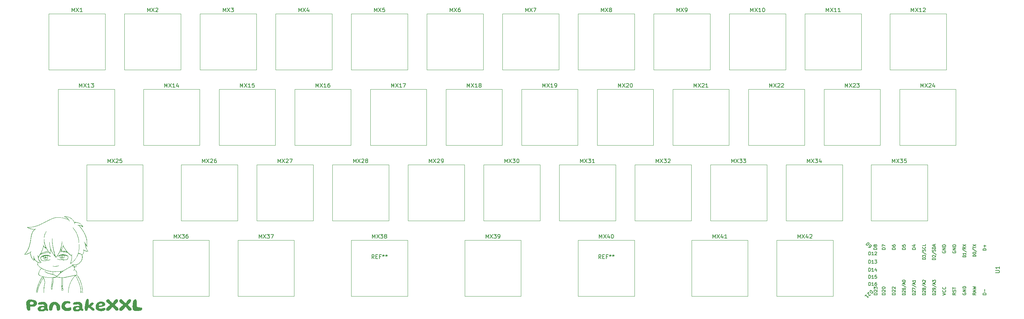
<source format=gbr>
%TF.GenerationSoftware,KiCad,Pcbnew,8.0.8*%
%TF.CreationDate,2025-05-22T13:33:45+02:00*%
%TF.ProjectId,Pancake,50616e63-616b-4652-9e6b-696361645f70,rev?*%
%TF.SameCoordinates,Original*%
%TF.FileFunction,Legend,Top*%
%TF.FilePolarity,Positive*%
%FSLAX46Y46*%
G04 Gerber Fmt 4.6, Leading zero omitted, Abs format (unit mm)*
G04 Created by KiCad (PCBNEW 8.0.8) date 2025-05-22 13:33:45*
%MOMM*%
%LPD*%
G01*
G04 APERTURE LIST*
G04 Aperture macros list*
%AMHorizOval*
0 Thick line with rounded ends*
0 $1 width*
0 $2 $3 position (X,Y) of the first rounded end (center of the circle)*
0 $4 $5 position (X,Y) of the second rounded end (center of the circle)*
0 Add line between two ends*
20,1,$1,$2,$3,$4,$5,0*
0 Add two circle primitives to create the rounded ends*
1,1,$1,$2,$3*
1,1,$1,$4,$5*%
G04 Aperture macros list end*
%ADD10C,0.150000*%
%ADD11C,0.000000*%
%ADD12C,0.120000*%
%ADD13C,1.750000*%
%ADD14C,4.000000*%
%ADD15C,2.500000*%
%ADD16O,1.500000X1.500000*%
%ADD17HorizOval,1.500000X0.000000X0.000000X0.000000X0.000000X0*%
%ADD18C,3.048000*%
%ADD19C,3.987800*%
G04 APERTURE END LIST*
D10*
X99679345Y-45397944D02*
X99679345Y-44397944D01*
X99679345Y-44397944D02*
X100012678Y-45112229D01*
X100012678Y-45112229D02*
X100346011Y-44397944D01*
X100346011Y-44397944D02*
X100346011Y-45397944D01*
X100726964Y-44397944D02*
X101393630Y-45397944D01*
X101393630Y-44397944D02*
X100726964Y-45397944D01*
X102298392Y-45397944D02*
X101726964Y-45397944D01*
X102012678Y-45397944D02*
X102012678Y-44397944D01*
X102012678Y-44397944D02*
X101917440Y-44540801D01*
X101917440Y-44540801D02*
X101822202Y-44636039D01*
X101822202Y-44636039D02*
X101726964Y-44683658D01*
X103155535Y-44397944D02*
X102965059Y-44397944D01*
X102965059Y-44397944D02*
X102869821Y-44445563D01*
X102869821Y-44445563D02*
X102822202Y-44493182D01*
X102822202Y-44493182D02*
X102726964Y-44636039D01*
X102726964Y-44636039D02*
X102679345Y-44826515D01*
X102679345Y-44826515D02*
X102679345Y-45207467D01*
X102679345Y-45207467D02*
X102726964Y-45302705D01*
X102726964Y-45302705D02*
X102774583Y-45350325D01*
X102774583Y-45350325D02*
X102869821Y-45397944D01*
X102869821Y-45397944D02*
X103060297Y-45397944D01*
X103060297Y-45397944D02*
X103155535Y-45350325D01*
X103155535Y-45350325D02*
X103203154Y-45302705D01*
X103203154Y-45302705D02*
X103250773Y-45207467D01*
X103250773Y-45207467D02*
X103250773Y-44969372D01*
X103250773Y-44969372D02*
X103203154Y-44874134D01*
X103203154Y-44874134D02*
X103155535Y-44826515D01*
X103155535Y-44826515D02*
X103060297Y-44778896D01*
X103060297Y-44778896D02*
X102869821Y-44778896D01*
X102869821Y-44778896D02*
X102774583Y-44826515D01*
X102774583Y-44826515D02*
X102726964Y-44874134D01*
X102726964Y-44874134D02*
X102679345Y-44969372D01*
X185404345Y-64447944D02*
X185404345Y-63447944D01*
X185404345Y-63447944D02*
X185737678Y-64162229D01*
X185737678Y-64162229D02*
X186071011Y-63447944D01*
X186071011Y-63447944D02*
X186071011Y-64447944D01*
X186451964Y-63447944D02*
X187118630Y-64447944D01*
X187118630Y-63447944D02*
X186451964Y-64447944D01*
X187404345Y-63447944D02*
X188023392Y-63447944D01*
X188023392Y-63447944D02*
X187690059Y-63828896D01*
X187690059Y-63828896D02*
X187832916Y-63828896D01*
X187832916Y-63828896D02*
X187928154Y-63876515D01*
X187928154Y-63876515D02*
X187975773Y-63924134D01*
X187975773Y-63924134D02*
X188023392Y-64019372D01*
X188023392Y-64019372D02*
X188023392Y-64257467D01*
X188023392Y-64257467D02*
X187975773Y-64352705D01*
X187975773Y-64352705D02*
X187928154Y-64400325D01*
X187928154Y-64400325D02*
X187832916Y-64447944D01*
X187832916Y-64447944D02*
X187547202Y-64447944D01*
X187547202Y-64447944D02*
X187451964Y-64400325D01*
X187451964Y-64400325D02*
X187404345Y-64352705D01*
X188404345Y-63543182D02*
X188451964Y-63495563D01*
X188451964Y-63495563D02*
X188547202Y-63447944D01*
X188547202Y-63447944D02*
X188785297Y-63447944D01*
X188785297Y-63447944D02*
X188880535Y-63495563D01*
X188880535Y-63495563D02*
X188928154Y-63543182D01*
X188928154Y-63543182D02*
X188975773Y-63638420D01*
X188975773Y-63638420D02*
X188975773Y-63733658D01*
X188975773Y-63733658D02*
X188928154Y-63876515D01*
X188928154Y-63876515D02*
X188356726Y-64447944D01*
X188356726Y-64447944D02*
X188975773Y-64447944D01*
X270929069Y-92201904D02*
X271738592Y-92201904D01*
X271738592Y-92201904D02*
X271833830Y-92154285D01*
X271833830Y-92154285D02*
X271881450Y-92106666D01*
X271881450Y-92106666D02*
X271929069Y-92011428D01*
X271929069Y-92011428D02*
X271929069Y-91820952D01*
X271929069Y-91820952D02*
X271881450Y-91725714D01*
X271881450Y-91725714D02*
X271833830Y-91678095D01*
X271833830Y-91678095D02*
X271738592Y-91630476D01*
X271738592Y-91630476D02*
X270929069Y-91630476D01*
X271929069Y-90630476D02*
X271929069Y-91201904D01*
X271929069Y-90916190D02*
X270929069Y-90916190D01*
X270929069Y-90916190D02*
X271071926Y-91011428D01*
X271071926Y-91011428D02*
X271167164Y-91106666D01*
X271167164Y-91106666D02*
X271214783Y-91201904D01*
X241136545Y-97750839D02*
X240336545Y-97750839D01*
X240336545Y-97750839D02*
X240336545Y-97560363D01*
X240336545Y-97560363D02*
X240374640Y-97446077D01*
X240374640Y-97446077D02*
X240450830Y-97369887D01*
X240450830Y-97369887D02*
X240527021Y-97331792D01*
X240527021Y-97331792D02*
X240679402Y-97293696D01*
X240679402Y-97293696D02*
X240793688Y-97293696D01*
X240793688Y-97293696D02*
X240946069Y-97331792D01*
X240946069Y-97331792D02*
X241022259Y-97369887D01*
X241022259Y-97369887D02*
X241098450Y-97446077D01*
X241098450Y-97446077D02*
X241136545Y-97560363D01*
X241136545Y-97560363D02*
X241136545Y-97750839D01*
X240412735Y-96988935D02*
X240374640Y-96950839D01*
X240374640Y-96950839D02*
X240336545Y-96874649D01*
X240336545Y-96874649D02*
X240336545Y-96684173D01*
X240336545Y-96684173D02*
X240374640Y-96607982D01*
X240374640Y-96607982D02*
X240412735Y-96569887D01*
X240412735Y-96569887D02*
X240488926Y-96531792D01*
X240488926Y-96531792D02*
X240565116Y-96531792D01*
X240565116Y-96531792D02*
X240679402Y-96569887D01*
X240679402Y-96569887D02*
X241136545Y-97027030D01*
X241136545Y-97027030D02*
X241136545Y-96531792D01*
X240336545Y-96265125D02*
X240336545Y-95769887D01*
X240336545Y-95769887D02*
X240641307Y-96036553D01*
X240641307Y-96036553D02*
X240641307Y-95922268D01*
X240641307Y-95922268D02*
X240679402Y-95846077D01*
X240679402Y-95846077D02*
X240717497Y-95807982D01*
X240717497Y-95807982D02*
X240793688Y-95769887D01*
X240793688Y-95769887D02*
X240984164Y-95769887D01*
X240984164Y-95769887D02*
X241060354Y-95807982D01*
X241060354Y-95807982D02*
X241098450Y-95846077D01*
X241098450Y-95846077D02*
X241136545Y-95922268D01*
X241136545Y-95922268D02*
X241136545Y-96150839D01*
X241136545Y-96150839D02*
X241098450Y-96227030D01*
X241098450Y-96227030D02*
X241060354Y-96265125D01*
X239013410Y-89802295D02*
X239013410Y-89002295D01*
X239013410Y-89002295D02*
X239203886Y-89002295D01*
X239203886Y-89002295D02*
X239318172Y-89040390D01*
X239318172Y-89040390D02*
X239394362Y-89116580D01*
X239394362Y-89116580D02*
X239432457Y-89192771D01*
X239432457Y-89192771D02*
X239470553Y-89345152D01*
X239470553Y-89345152D02*
X239470553Y-89459438D01*
X239470553Y-89459438D02*
X239432457Y-89611819D01*
X239432457Y-89611819D02*
X239394362Y-89688009D01*
X239394362Y-89688009D02*
X239318172Y-89764200D01*
X239318172Y-89764200D02*
X239203886Y-89802295D01*
X239203886Y-89802295D02*
X239013410Y-89802295D01*
X240232457Y-89802295D02*
X239775314Y-89802295D01*
X240003886Y-89802295D02*
X240003886Y-89002295D01*
X240003886Y-89002295D02*
X239927695Y-89116580D01*
X239927695Y-89116580D02*
X239851505Y-89192771D01*
X239851505Y-89192771D02*
X239775314Y-89230866D01*
X240499124Y-89002295D02*
X240994362Y-89002295D01*
X240994362Y-89002295D02*
X240727696Y-89307057D01*
X240727696Y-89307057D02*
X240841981Y-89307057D01*
X240841981Y-89307057D02*
X240918172Y-89345152D01*
X240918172Y-89345152D02*
X240956267Y-89383247D01*
X240956267Y-89383247D02*
X240994362Y-89459438D01*
X240994362Y-89459438D02*
X240994362Y-89649914D01*
X240994362Y-89649914D02*
X240956267Y-89726104D01*
X240956267Y-89726104D02*
X240918172Y-89764200D01*
X240918172Y-89764200D02*
X240841981Y-89802295D01*
X240841981Y-89802295D02*
X240613410Y-89802295D01*
X240613410Y-89802295D02*
X240537219Y-89764200D01*
X240537219Y-89764200D02*
X240499124Y-89726104D01*
X257576545Y-97865125D02*
X258376545Y-97598458D01*
X258376545Y-97598458D02*
X257576545Y-97331792D01*
X258300354Y-96607982D02*
X258338450Y-96646078D01*
X258338450Y-96646078D02*
X258376545Y-96760363D01*
X258376545Y-96760363D02*
X258376545Y-96836554D01*
X258376545Y-96836554D02*
X258338450Y-96950840D01*
X258338450Y-96950840D02*
X258262259Y-97027030D01*
X258262259Y-97027030D02*
X258186069Y-97065125D01*
X258186069Y-97065125D02*
X258033688Y-97103221D01*
X258033688Y-97103221D02*
X257919402Y-97103221D01*
X257919402Y-97103221D02*
X257767021Y-97065125D01*
X257767021Y-97065125D02*
X257690830Y-97027030D01*
X257690830Y-97027030D02*
X257614640Y-96950840D01*
X257614640Y-96950840D02*
X257576545Y-96836554D01*
X257576545Y-96836554D02*
X257576545Y-96760363D01*
X257576545Y-96760363D02*
X257614640Y-96646078D01*
X257614640Y-96646078D02*
X257652735Y-96607982D01*
X258300354Y-95807982D02*
X258338450Y-95846078D01*
X258338450Y-95846078D02*
X258376545Y-95960363D01*
X258376545Y-95960363D02*
X258376545Y-96036554D01*
X258376545Y-96036554D02*
X258338450Y-96150840D01*
X258338450Y-96150840D02*
X258262259Y-96227030D01*
X258262259Y-96227030D02*
X258186069Y-96265125D01*
X258186069Y-96265125D02*
X258033688Y-96303221D01*
X258033688Y-96303221D02*
X257919402Y-96303221D01*
X257919402Y-96303221D02*
X257767021Y-96265125D01*
X257767021Y-96265125D02*
X257690830Y-96227030D01*
X257690830Y-96227030D02*
X257614640Y-96150840D01*
X257614640Y-96150840D02*
X257576545Y-96036554D01*
X257576545Y-96036554D02*
X257576545Y-95960363D01*
X257576545Y-95960363D02*
X257614640Y-95846078D01*
X257614640Y-95846078D02*
X257652735Y-95807982D01*
X245676545Y-86310112D02*
X244876545Y-86310112D01*
X244876545Y-86310112D02*
X244876545Y-86119636D01*
X244876545Y-86119636D02*
X244914640Y-86005350D01*
X244914640Y-86005350D02*
X244990830Y-85929160D01*
X244990830Y-85929160D02*
X245067021Y-85891065D01*
X245067021Y-85891065D02*
X245219402Y-85852969D01*
X245219402Y-85852969D02*
X245333688Y-85852969D01*
X245333688Y-85852969D02*
X245486069Y-85891065D01*
X245486069Y-85891065D02*
X245562259Y-85929160D01*
X245562259Y-85929160D02*
X245638450Y-86005350D01*
X245638450Y-86005350D02*
X245676545Y-86119636D01*
X245676545Y-86119636D02*
X245676545Y-86310112D01*
X244876545Y-85167255D02*
X244876545Y-85319636D01*
X244876545Y-85319636D02*
X244914640Y-85395827D01*
X244914640Y-85395827D02*
X244952735Y-85433922D01*
X244952735Y-85433922D02*
X245067021Y-85510112D01*
X245067021Y-85510112D02*
X245219402Y-85548208D01*
X245219402Y-85548208D02*
X245524164Y-85548208D01*
X245524164Y-85548208D02*
X245600354Y-85510112D01*
X245600354Y-85510112D02*
X245638450Y-85472017D01*
X245638450Y-85472017D02*
X245676545Y-85395827D01*
X245676545Y-85395827D02*
X245676545Y-85243446D01*
X245676545Y-85243446D02*
X245638450Y-85167255D01*
X245638450Y-85167255D02*
X245600354Y-85129160D01*
X245600354Y-85129160D02*
X245524164Y-85091065D01*
X245524164Y-85091065D02*
X245333688Y-85091065D01*
X245333688Y-85091065D02*
X245257497Y-85129160D01*
X245257497Y-85129160D02*
X245219402Y-85167255D01*
X245219402Y-85167255D02*
X245181307Y-85243446D01*
X245181307Y-85243446D02*
X245181307Y-85395827D01*
X245181307Y-85395827D02*
X245219402Y-85472017D01*
X245219402Y-85472017D02*
X245257497Y-85510112D01*
X245257497Y-85510112D02*
X245333688Y-85548208D01*
X239496343Y-96605543D02*
X240062028Y-97171229D01*
X240062028Y-97171229D02*
X239927341Y-97305916D01*
X239927341Y-97305916D02*
X239819592Y-97359790D01*
X239819592Y-97359790D02*
X239711842Y-97359790D01*
X239711842Y-97359790D02*
X239631030Y-97332853D01*
X239631030Y-97332853D02*
X239496343Y-97252041D01*
X239496343Y-97252041D02*
X239415531Y-97171229D01*
X239415531Y-97171229D02*
X239334719Y-97036542D01*
X239334719Y-97036542D02*
X239307781Y-96955729D01*
X239307781Y-96955729D02*
X239307781Y-96847980D01*
X239307781Y-96847980D02*
X239361656Y-96740230D01*
X239361656Y-96740230D02*
X239496343Y-96605543D01*
X239469406Y-97656102D02*
X239469406Y-97709977D01*
X239469406Y-97709977D02*
X239442468Y-97790789D01*
X239442468Y-97790789D02*
X239307781Y-97925476D01*
X239307781Y-97925476D02*
X239226969Y-97952413D01*
X239226969Y-97952413D02*
X239173094Y-97952413D01*
X239173094Y-97952413D02*
X239092282Y-97925476D01*
X239092282Y-97925476D02*
X239038407Y-97871601D01*
X239038407Y-97871601D02*
X238984532Y-97763851D01*
X238984532Y-97763851D02*
X238984532Y-97117354D01*
X238984532Y-97117354D02*
X238634346Y-97467540D01*
X238095598Y-98006288D02*
X238418847Y-97683039D01*
X238257222Y-97844664D02*
X238822908Y-98410349D01*
X238822908Y-98410349D02*
X238795970Y-98275662D01*
X238795970Y-98275662D02*
X238795970Y-98167913D01*
X238795970Y-98167913D02*
X238822908Y-98087100D01*
X255813164Y-88838684D02*
X255013164Y-88838684D01*
X255013164Y-88838684D02*
X255013164Y-88672017D01*
X255013164Y-88672017D02*
X255051259Y-88572017D01*
X255051259Y-88572017D02*
X255127449Y-88505351D01*
X255127449Y-88505351D02*
X255203640Y-88472017D01*
X255203640Y-88472017D02*
X255356021Y-88438684D01*
X255356021Y-88438684D02*
X255470307Y-88438684D01*
X255470307Y-88438684D02*
X255622688Y-88472017D01*
X255622688Y-88472017D02*
X255698878Y-88505351D01*
X255698878Y-88505351D02*
X255775069Y-88572017D01*
X255775069Y-88572017D02*
X255813164Y-88672017D01*
X255813164Y-88672017D02*
X255813164Y-88838684D01*
X255089354Y-88172017D02*
X255051259Y-88138684D01*
X255051259Y-88138684D02*
X255013164Y-88072017D01*
X255013164Y-88072017D02*
X255013164Y-87905351D01*
X255013164Y-87905351D02*
X255051259Y-87838684D01*
X255051259Y-87838684D02*
X255089354Y-87805351D01*
X255089354Y-87805351D02*
X255165545Y-87772017D01*
X255165545Y-87772017D02*
X255241735Y-87772017D01*
X255241735Y-87772017D02*
X255356021Y-87805351D01*
X255356021Y-87805351D02*
X255813164Y-88205351D01*
X255813164Y-88205351D02*
X255813164Y-87772017D01*
X254975069Y-86972017D02*
X256003640Y-87572017D01*
X255775069Y-86772017D02*
X255813164Y-86672017D01*
X255813164Y-86672017D02*
X255813164Y-86505351D01*
X255813164Y-86505351D02*
X255775069Y-86438684D01*
X255775069Y-86438684D02*
X255736973Y-86405351D01*
X255736973Y-86405351D02*
X255660783Y-86372017D01*
X255660783Y-86372017D02*
X255584592Y-86372017D01*
X255584592Y-86372017D02*
X255508402Y-86405351D01*
X255508402Y-86405351D02*
X255470307Y-86438684D01*
X255470307Y-86438684D02*
X255432211Y-86505351D01*
X255432211Y-86505351D02*
X255394116Y-86638684D01*
X255394116Y-86638684D02*
X255356021Y-86705351D01*
X255356021Y-86705351D02*
X255317926Y-86738684D01*
X255317926Y-86738684D02*
X255241735Y-86772017D01*
X255241735Y-86772017D02*
X255165545Y-86772017D01*
X255165545Y-86772017D02*
X255089354Y-86738684D01*
X255089354Y-86738684D02*
X255051259Y-86705351D01*
X255051259Y-86705351D02*
X255013164Y-86638684D01*
X255013164Y-86638684D02*
X255013164Y-86472017D01*
X255013164Y-86472017D02*
X255051259Y-86372017D01*
X255813164Y-86072017D02*
X255013164Y-86072017D01*
X255013164Y-86072017D02*
X255013164Y-85905350D01*
X255013164Y-85905350D02*
X255051259Y-85805350D01*
X255051259Y-85805350D02*
X255127449Y-85738684D01*
X255127449Y-85738684D02*
X255203640Y-85705350D01*
X255203640Y-85705350D02*
X255356021Y-85672017D01*
X255356021Y-85672017D02*
X255470307Y-85672017D01*
X255470307Y-85672017D02*
X255622688Y-85705350D01*
X255622688Y-85705350D02*
X255698878Y-85738684D01*
X255698878Y-85738684D02*
X255775069Y-85805350D01*
X255775069Y-85805350D02*
X255813164Y-85905350D01*
X255813164Y-85905350D02*
X255813164Y-86072017D01*
X255584592Y-85405350D02*
X255584592Y-85072017D01*
X255813164Y-85472017D02*
X255013164Y-85238684D01*
X255013164Y-85238684D02*
X255813164Y-85005350D01*
X238285541Y-85091654D02*
X238851227Y-84525969D01*
X238851227Y-84525969D02*
X238985914Y-84660656D01*
X238985914Y-84660656D02*
X239039789Y-84768405D01*
X239039789Y-84768405D02*
X239039789Y-84876155D01*
X239039789Y-84876155D02*
X239012851Y-84956967D01*
X239012851Y-84956967D02*
X238932039Y-85091654D01*
X238932039Y-85091654D02*
X238851227Y-85172466D01*
X238851227Y-85172466D02*
X238716540Y-85253279D01*
X238716540Y-85253279D02*
X238635728Y-85280216D01*
X238635728Y-85280216D02*
X238527978Y-85280216D01*
X238527978Y-85280216D02*
X238420228Y-85226341D01*
X238420228Y-85226341D02*
X238285541Y-85091654D01*
X238878164Y-85684277D02*
X238985914Y-85792027D01*
X238985914Y-85792027D02*
X239066726Y-85818964D01*
X239066726Y-85818964D02*
X239120601Y-85818964D01*
X239120601Y-85818964D02*
X239255288Y-85792027D01*
X239255288Y-85792027D02*
X239389975Y-85711214D01*
X239389975Y-85711214D02*
X239605474Y-85495715D01*
X239605474Y-85495715D02*
X239632411Y-85414903D01*
X239632411Y-85414903D02*
X239632411Y-85361028D01*
X239632411Y-85361028D02*
X239605474Y-85280216D01*
X239605474Y-85280216D02*
X239497724Y-85172466D01*
X239497724Y-85172466D02*
X239416912Y-85145529D01*
X239416912Y-85145529D02*
X239363037Y-85145529D01*
X239363037Y-85145529D02*
X239282225Y-85172466D01*
X239282225Y-85172466D02*
X239147538Y-85307153D01*
X239147538Y-85307153D02*
X239120601Y-85387966D01*
X239120601Y-85387966D02*
X239120601Y-85441840D01*
X239120601Y-85441840D02*
X239147538Y-85522653D01*
X239147538Y-85522653D02*
X239255288Y-85630402D01*
X239255288Y-85630402D02*
X239336100Y-85657340D01*
X239336100Y-85657340D02*
X239389975Y-85657340D01*
X239389975Y-85657340D02*
X239470787Y-85630402D01*
X243136545Y-97750839D02*
X242336545Y-97750839D01*
X242336545Y-97750839D02*
X242336545Y-97560363D01*
X242336545Y-97560363D02*
X242374640Y-97446077D01*
X242374640Y-97446077D02*
X242450830Y-97369887D01*
X242450830Y-97369887D02*
X242527021Y-97331792D01*
X242527021Y-97331792D02*
X242679402Y-97293696D01*
X242679402Y-97293696D02*
X242793688Y-97293696D01*
X242793688Y-97293696D02*
X242946069Y-97331792D01*
X242946069Y-97331792D02*
X243022259Y-97369887D01*
X243022259Y-97369887D02*
X243098450Y-97446077D01*
X243098450Y-97446077D02*
X243136545Y-97560363D01*
X243136545Y-97560363D02*
X243136545Y-97750839D01*
X242412735Y-96988935D02*
X242374640Y-96950839D01*
X242374640Y-96950839D02*
X242336545Y-96874649D01*
X242336545Y-96874649D02*
X242336545Y-96684173D01*
X242336545Y-96684173D02*
X242374640Y-96607982D01*
X242374640Y-96607982D02*
X242412735Y-96569887D01*
X242412735Y-96569887D02*
X242488926Y-96531792D01*
X242488926Y-96531792D02*
X242565116Y-96531792D01*
X242565116Y-96531792D02*
X242679402Y-96569887D01*
X242679402Y-96569887D02*
X243136545Y-97027030D01*
X243136545Y-97027030D02*
X243136545Y-96531792D01*
X242336545Y-96036553D02*
X242336545Y-95960363D01*
X242336545Y-95960363D02*
X242374640Y-95884172D01*
X242374640Y-95884172D02*
X242412735Y-95846077D01*
X242412735Y-95846077D02*
X242488926Y-95807982D01*
X242488926Y-95807982D02*
X242641307Y-95769887D01*
X242641307Y-95769887D02*
X242831783Y-95769887D01*
X242831783Y-95769887D02*
X242984164Y-95807982D01*
X242984164Y-95807982D02*
X243060354Y-95846077D01*
X243060354Y-95846077D02*
X243098450Y-95884172D01*
X243098450Y-95884172D02*
X243136545Y-95960363D01*
X243136545Y-95960363D02*
X243136545Y-96036553D01*
X243136545Y-96036553D02*
X243098450Y-96112744D01*
X243098450Y-96112744D02*
X243060354Y-96150839D01*
X243060354Y-96150839D02*
X242984164Y-96188934D01*
X242984164Y-96188934D02*
X242831783Y-96227030D01*
X242831783Y-96227030D02*
X242641307Y-96227030D01*
X242641307Y-96227030D02*
X242488926Y-96188934D01*
X242488926Y-96188934D02*
X242412735Y-96150839D01*
X242412735Y-96150839D02*
X242374640Y-96112744D01*
X242374640Y-96112744D02*
X242336545Y-96036553D01*
X239013410Y-91802295D02*
X239013410Y-91002295D01*
X239013410Y-91002295D02*
X239203886Y-91002295D01*
X239203886Y-91002295D02*
X239318172Y-91040390D01*
X239318172Y-91040390D02*
X239394362Y-91116580D01*
X239394362Y-91116580D02*
X239432457Y-91192771D01*
X239432457Y-91192771D02*
X239470553Y-91345152D01*
X239470553Y-91345152D02*
X239470553Y-91459438D01*
X239470553Y-91459438D02*
X239432457Y-91611819D01*
X239432457Y-91611819D02*
X239394362Y-91688009D01*
X239394362Y-91688009D02*
X239318172Y-91764200D01*
X239318172Y-91764200D02*
X239203886Y-91802295D01*
X239203886Y-91802295D02*
X239013410Y-91802295D01*
X240232457Y-91802295D02*
X239775314Y-91802295D01*
X240003886Y-91802295D02*
X240003886Y-91002295D01*
X240003886Y-91002295D02*
X239927695Y-91116580D01*
X239927695Y-91116580D02*
X239851505Y-91192771D01*
X239851505Y-91192771D02*
X239775314Y-91230866D01*
X240918172Y-91268961D02*
X240918172Y-91802295D01*
X240727696Y-90964200D02*
X240537219Y-91535628D01*
X240537219Y-91535628D02*
X241032458Y-91535628D01*
X265996545Y-97293696D02*
X265615592Y-97560363D01*
X265996545Y-97750839D02*
X265196545Y-97750839D01*
X265196545Y-97750839D02*
X265196545Y-97446077D01*
X265196545Y-97446077D02*
X265234640Y-97369887D01*
X265234640Y-97369887D02*
X265272735Y-97331792D01*
X265272735Y-97331792D02*
X265348926Y-97293696D01*
X265348926Y-97293696D02*
X265463211Y-97293696D01*
X265463211Y-97293696D02*
X265539402Y-97331792D01*
X265539402Y-97331792D02*
X265577497Y-97369887D01*
X265577497Y-97369887D02*
X265615592Y-97446077D01*
X265615592Y-97446077D02*
X265615592Y-97750839D01*
X265767973Y-96988935D02*
X265767973Y-96607982D01*
X265996545Y-97065125D02*
X265196545Y-96798458D01*
X265196545Y-96798458D02*
X265996545Y-96531792D01*
X265196545Y-96341316D02*
X265996545Y-96150840D01*
X265996545Y-96150840D02*
X265425116Y-95998459D01*
X265425116Y-95998459D02*
X265996545Y-95846078D01*
X265996545Y-95846078D02*
X265196545Y-95655602D01*
X263456545Y-88238684D02*
X262656545Y-88238684D01*
X262656545Y-88238684D02*
X262656545Y-88072017D01*
X262656545Y-88072017D02*
X262694640Y-87972017D01*
X262694640Y-87972017D02*
X262770830Y-87905351D01*
X262770830Y-87905351D02*
X262847021Y-87872017D01*
X262847021Y-87872017D02*
X262999402Y-87838684D01*
X262999402Y-87838684D02*
X263113688Y-87838684D01*
X263113688Y-87838684D02*
X263266069Y-87872017D01*
X263266069Y-87872017D02*
X263342259Y-87905351D01*
X263342259Y-87905351D02*
X263418450Y-87972017D01*
X263418450Y-87972017D02*
X263456545Y-88072017D01*
X263456545Y-88072017D02*
X263456545Y-88238684D01*
X263456545Y-87172017D02*
X263456545Y-87572017D01*
X263456545Y-87372017D02*
X262656545Y-87372017D01*
X262656545Y-87372017D02*
X262770830Y-87438684D01*
X262770830Y-87438684D02*
X262847021Y-87505351D01*
X262847021Y-87505351D02*
X262885116Y-87572017D01*
X262618450Y-86372017D02*
X263647021Y-86972017D01*
X263456545Y-85738684D02*
X263075592Y-85972017D01*
X263456545Y-86138684D02*
X262656545Y-86138684D01*
X262656545Y-86138684D02*
X262656545Y-85872017D01*
X262656545Y-85872017D02*
X262694640Y-85805351D01*
X262694640Y-85805351D02*
X262732735Y-85772017D01*
X262732735Y-85772017D02*
X262808926Y-85738684D01*
X262808926Y-85738684D02*
X262923211Y-85738684D01*
X262923211Y-85738684D02*
X262999402Y-85772017D01*
X262999402Y-85772017D02*
X263037497Y-85805351D01*
X263037497Y-85805351D02*
X263075592Y-85872017D01*
X263075592Y-85872017D02*
X263075592Y-86138684D01*
X262656545Y-85505351D02*
X263456545Y-85038684D01*
X262656545Y-85038684D02*
X263456545Y-85505351D01*
X268536545Y-97750839D02*
X267736545Y-97750839D01*
X267736545Y-97750839D02*
X267736545Y-97560363D01*
X267736545Y-97560363D02*
X267774640Y-97446077D01*
X267774640Y-97446077D02*
X267850830Y-97369887D01*
X267850830Y-97369887D02*
X267927021Y-97331792D01*
X267927021Y-97331792D02*
X268079402Y-97293696D01*
X268079402Y-97293696D02*
X268193688Y-97293696D01*
X268193688Y-97293696D02*
X268346069Y-97331792D01*
X268346069Y-97331792D02*
X268422259Y-97369887D01*
X268422259Y-97369887D02*
X268498450Y-97446077D01*
X268498450Y-97446077D02*
X268536545Y-97560363D01*
X268536545Y-97560363D02*
X268536545Y-97750839D01*
X268231783Y-96950839D02*
X268231783Y-96341316D01*
X248216545Y-97774649D02*
X247416545Y-97774649D01*
X247416545Y-97774649D02*
X247416545Y-97607982D01*
X247416545Y-97607982D02*
X247454640Y-97507982D01*
X247454640Y-97507982D02*
X247530830Y-97441316D01*
X247530830Y-97441316D02*
X247607021Y-97407982D01*
X247607021Y-97407982D02*
X247759402Y-97374649D01*
X247759402Y-97374649D02*
X247873688Y-97374649D01*
X247873688Y-97374649D02*
X248026069Y-97407982D01*
X248026069Y-97407982D02*
X248102259Y-97441316D01*
X248102259Y-97441316D02*
X248178450Y-97507982D01*
X248178450Y-97507982D02*
X248216545Y-97607982D01*
X248216545Y-97607982D02*
X248216545Y-97774649D01*
X247492735Y-97107982D02*
X247454640Y-97074649D01*
X247454640Y-97074649D02*
X247416545Y-97007982D01*
X247416545Y-97007982D02*
X247416545Y-96841316D01*
X247416545Y-96841316D02*
X247454640Y-96774649D01*
X247454640Y-96774649D02*
X247492735Y-96741316D01*
X247492735Y-96741316D02*
X247568926Y-96707982D01*
X247568926Y-96707982D02*
X247645116Y-96707982D01*
X247645116Y-96707982D02*
X247759402Y-96741316D01*
X247759402Y-96741316D02*
X248216545Y-97141316D01*
X248216545Y-97141316D02*
X248216545Y-96707982D01*
X247416545Y-96107982D02*
X247416545Y-96241315D01*
X247416545Y-96241315D02*
X247454640Y-96307982D01*
X247454640Y-96307982D02*
X247492735Y-96341315D01*
X247492735Y-96341315D02*
X247607021Y-96407982D01*
X247607021Y-96407982D02*
X247759402Y-96441315D01*
X247759402Y-96441315D02*
X248064164Y-96441315D01*
X248064164Y-96441315D02*
X248140354Y-96407982D01*
X248140354Y-96407982D02*
X248178450Y-96374649D01*
X248178450Y-96374649D02*
X248216545Y-96307982D01*
X248216545Y-96307982D02*
X248216545Y-96174649D01*
X248216545Y-96174649D02*
X248178450Y-96107982D01*
X248178450Y-96107982D02*
X248140354Y-96074649D01*
X248140354Y-96074649D02*
X248064164Y-96041315D01*
X248064164Y-96041315D02*
X247873688Y-96041315D01*
X247873688Y-96041315D02*
X247797497Y-96074649D01*
X247797497Y-96074649D02*
X247759402Y-96107982D01*
X247759402Y-96107982D02*
X247721307Y-96174649D01*
X247721307Y-96174649D02*
X247721307Y-96307982D01*
X247721307Y-96307982D02*
X247759402Y-96374649D01*
X247759402Y-96374649D02*
X247797497Y-96407982D01*
X247797497Y-96407982D02*
X247873688Y-96441315D01*
X247378450Y-95241315D02*
X248407021Y-95841315D01*
X247987973Y-95041315D02*
X247987973Y-94707982D01*
X248216545Y-95107982D02*
X247416545Y-94874649D01*
X247416545Y-94874649D02*
X248216545Y-94641315D01*
X247416545Y-94274649D02*
X247416545Y-94207982D01*
X247416545Y-94207982D02*
X247454640Y-94141315D01*
X247454640Y-94141315D02*
X247492735Y-94107982D01*
X247492735Y-94107982D02*
X247568926Y-94074649D01*
X247568926Y-94074649D02*
X247721307Y-94041315D01*
X247721307Y-94041315D02*
X247911783Y-94041315D01*
X247911783Y-94041315D02*
X248064164Y-94074649D01*
X248064164Y-94074649D02*
X248140354Y-94107982D01*
X248140354Y-94107982D02*
X248178450Y-94141315D01*
X248178450Y-94141315D02*
X248216545Y-94207982D01*
X248216545Y-94207982D02*
X248216545Y-94274649D01*
X248216545Y-94274649D02*
X248178450Y-94341315D01*
X248178450Y-94341315D02*
X248140354Y-94374649D01*
X248140354Y-94374649D02*
X248064164Y-94407982D01*
X248064164Y-94407982D02*
X247911783Y-94441315D01*
X247911783Y-94441315D02*
X247721307Y-94441315D01*
X247721307Y-94441315D02*
X247568926Y-94407982D01*
X247568926Y-94407982D02*
X247492735Y-94374649D01*
X247492735Y-94374649D02*
X247454640Y-94341315D01*
X247454640Y-94341315D02*
X247416545Y-94274649D01*
X260916545Y-97293696D02*
X260535592Y-97560363D01*
X260916545Y-97750839D02*
X260116545Y-97750839D01*
X260116545Y-97750839D02*
X260116545Y-97446077D01*
X260116545Y-97446077D02*
X260154640Y-97369887D01*
X260154640Y-97369887D02*
X260192735Y-97331792D01*
X260192735Y-97331792D02*
X260268926Y-97293696D01*
X260268926Y-97293696D02*
X260383211Y-97293696D01*
X260383211Y-97293696D02*
X260459402Y-97331792D01*
X260459402Y-97331792D02*
X260497497Y-97369887D01*
X260497497Y-97369887D02*
X260535592Y-97446077D01*
X260535592Y-97446077D02*
X260535592Y-97750839D01*
X260878450Y-96988935D02*
X260916545Y-96874649D01*
X260916545Y-96874649D02*
X260916545Y-96684173D01*
X260916545Y-96684173D02*
X260878450Y-96607982D01*
X260878450Y-96607982D02*
X260840354Y-96569887D01*
X260840354Y-96569887D02*
X260764164Y-96531792D01*
X260764164Y-96531792D02*
X260687973Y-96531792D01*
X260687973Y-96531792D02*
X260611783Y-96569887D01*
X260611783Y-96569887D02*
X260573688Y-96607982D01*
X260573688Y-96607982D02*
X260535592Y-96684173D01*
X260535592Y-96684173D02*
X260497497Y-96836554D01*
X260497497Y-96836554D02*
X260459402Y-96912744D01*
X260459402Y-96912744D02*
X260421307Y-96950839D01*
X260421307Y-96950839D02*
X260345116Y-96988935D01*
X260345116Y-96988935D02*
X260268926Y-96988935D01*
X260268926Y-96988935D02*
X260192735Y-96950839D01*
X260192735Y-96950839D02*
X260154640Y-96912744D01*
X260154640Y-96912744D02*
X260116545Y-96836554D01*
X260116545Y-96836554D02*
X260116545Y-96646077D01*
X260116545Y-96646077D02*
X260154640Y-96531792D01*
X260116545Y-96303220D02*
X260116545Y-95846077D01*
X260916545Y-96074649D02*
X260116545Y-96074649D01*
X239013410Y-95402295D02*
X239013410Y-94602295D01*
X239013410Y-94602295D02*
X239203886Y-94602295D01*
X239203886Y-94602295D02*
X239318172Y-94640390D01*
X239318172Y-94640390D02*
X239394362Y-94716580D01*
X239394362Y-94716580D02*
X239432457Y-94792771D01*
X239432457Y-94792771D02*
X239470553Y-94945152D01*
X239470553Y-94945152D02*
X239470553Y-95059438D01*
X239470553Y-95059438D02*
X239432457Y-95211819D01*
X239432457Y-95211819D02*
X239394362Y-95288009D01*
X239394362Y-95288009D02*
X239318172Y-95364200D01*
X239318172Y-95364200D02*
X239203886Y-95402295D01*
X239203886Y-95402295D02*
X239013410Y-95402295D01*
X240232457Y-95402295D02*
X239775314Y-95402295D01*
X240003886Y-95402295D02*
X240003886Y-94602295D01*
X240003886Y-94602295D02*
X239927695Y-94716580D01*
X239927695Y-94716580D02*
X239851505Y-94792771D01*
X239851505Y-94792771D02*
X239775314Y-94830866D01*
X240918172Y-94602295D02*
X240765791Y-94602295D01*
X240765791Y-94602295D02*
X240689600Y-94640390D01*
X240689600Y-94640390D02*
X240651505Y-94678485D01*
X240651505Y-94678485D02*
X240575315Y-94792771D01*
X240575315Y-94792771D02*
X240537219Y-94945152D01*
X240537219Y-94945152D02*
X240537219Y-95249914D01*
X240537219Y-95249914D02*
X240575315Y-95326104D01*
X240575315Y-95326104D02*
X240613410Y-95364200D01*
X240613410Y-95364200D02*
X240689600Y-95402295D01*
X240689600Y-95402295D02*
X240841981Y-95402295D01*
X240841981Y-95402295D02*
X240918172Y-95364200D01*
X240918172Y-95364200D02*
X240956267Y-95326104D01*
X240956267Y-95326104D02*
X240994362Y-95249914D01*
X240994362Y-95249914D02*
X240994362Y-95059438D01*
X240994362Y-95059438D02*
X240956267Y-94983247D01*
X240956267Y-94983247D02*
X240918172Y-94945152D01*
X240918172Y-94945152D02*
X240841981Y-94907057D01*
X240841981Y-94907057D02*
X240689600Y-94907057D01*
X240689600Y-94907057D02*
X240613410Y-94945152D01*
X240613410Y-94945152D02*
X240575315Y-94983247D01*
X240575315Y-94983247D02*
X240537219Y-95059438D01*
X250756545Y-86310112D02*
X249956545Y-86310112D01*
X249956545Y-86310112D02*
X249956545Y-86119636D01*
X249956545Y-86119636D02*
X249994640Y-86005350D01*
X249994640Y-86005350D02*
X250070830Y-85929160D01*
X250070830Y-85929160D02*
X250147021Y-85891065D01*
X250147021Y-85891065D02*
X250299402Y-85852969D01*
X250299402Y-85852969D02*
X250413688Y-85852969D01*
X250413688Y-85852969D02*
X250566069Y-85891065D01*
X250566069Y-85891065D02*
X250642259Y-85929160D01*
X250642259Y-85929160D02*
X250718450Y-86005350D01*
X250718450Y-86005350D02*
X250756545Y-86119636D01*
X250756545Y-86119636D02*
X250756545Y-86310112D01*
X250223211Y-85167255D02*
X250756545Y-85167255D01*
X249918450Y-85357731D02*
X250489878Y-85548208D01*
X250489878Y-85548208D02*
X250489878Y-85052969D01*
X239013410Y-93602295D02*
X239013410Y-92802295D01*
X239013410Y-92802295D02*
X239203886Y-92802295D01*
X239203886Y-92802295D02*
X239318172Y-92840390D01*
X239318172Y-92840390D02*
X239394362Y-92916580D01*
X239394362Y-92916580D02*
X239432457Y-92992771D01*
X239432457Y-92992771D02*
X239470553Y-93145152D01*
X239470553Y-93145152D02*
X239470553Y-93259438D01*
X239470553Y-93259438D02*
X239432457Y-93411819D01*
X239432457Y-93411819D02*
X239394362Y-93488009D01*
X239394362Y-93488009D02*
X239318172Y-93564200D01*
X239318172Y-93564200D02*
X239203886Y-93602295D01*
X239203886Y-93602295D02*
X239013410Y-93602295D01*
X240232457Y-93602295D02*
X239775314Y-93602295D01*
X240003886Y-93602295D02*
X240003886Y-92802295D01*
X240003886Y-92802295D02*
X239927695Y-92916580D01*
X239927695Y-92916580D02*
X239851505Y-92992771D01*
X239851505Y-92992771D02*
X239775314Y-93030866D01*
X240956267Y-92802295D02*
X240575315Y-92802295D01*
X240575315Y-92802295D02*
X240537219Y-93183247D01*
X240537219Y-93183247D02*
X240575315Y-93145152D01*
X240575315Y-93145152D02*
X240651505Y-93107057D01*
X240651505Y-93107057D02*
X240841981Y-93107057D01*
X240841981Y-93107057D02*
X240918172Y-93145152D01*
X240918172Y-93145152D02*
X240956267Y-93183247D01*
X240956267Y-93183247D02*
X240994362Y-93259438D01*
X240994362Y-93259438D02*
X240994362Y-93449914D01*
X240994362Y-93449914D02*
X240956267Y-93526104D01*
X240956267Y-93526104D02*
X240918172Y-93564200D01*
X240918172Y-93564200D02*
X240841981Y-93602295D01*
X240841981Y-93602295D02*
X240651505Y-93602295D01*
X240651505Y-93602295D02*
X240575315Y-93564200D01*
X240575315Y-93564200D02*
X240537219Y-93526104D01*
X257594640Y-86767255D02*
X257556545Y-86843445D01*
X257556545Y-86843445D02*
X257556545Y-86957731D01*
X257556545Y-86957731D02*
X257594640Y-87072017D01*
X257594640Y-87072017D02*
X257670830Y-87148207D01*
X257670830Y-87148207D02*
X257747021Y-87186302D01*
X257747021Y-87186302D02*
X257899402Y-87224398D01*
X257899402Y-87224398D02*
X258013688Y-87224398D01*
X258013688Y-87224398D02*
X258166069Y-87186302D01*
X258166069Y-87186302D02*
X258242259Y-87148207D01*
X258242259Y-87148207D02*
X258318450Y-87072017D01*
X258318450Y-87072017D02*
X258356545Y-86957731D01*
X258356545Y-86957731D02*
X258356545Y-86881540D01*
X258356545Y-86881540D02*
X258318450Y-86767255D01*
X258318450Y-86767255D02*
X258280354Y-86729159D01*
X258280354Y-86729159D02*
X258013688Y-86729159D01*
X258013688Y-86729159D02*
X258013688Y-86881540D01*
X258356545Y-86386302D02*
X257556545Y-86386302D01*
X257556545Y-86386302D02*
X258356545Y-85929159D01*
X258356545Y-85929159D02*
X257556545Y-85929159D01*
X258356545Y-85548207D02*
X257556545Y-85548207D01*
X257556545Y-85548207D02*
X257556545Y-85357731D01*
X257556545Y-85357731D02*
X257594640Y-85243445D01*
X257594640Y-85243445D02*
X257670830Y-85167255D01*
X257670830Y-85167255D02*
X257747021Y-85129160D01*
X257747021Y-85129160D02*
X257899402Y-85091064D01*
X257899402Y-85091064D02*
X258013688Y-85091064D01*
X258013688Y-85091064D02*
X258166069Y-85129160D01*
X258166069Y-85129160D02*
X258242259Y-85167255D01*
X258242259Y-85167255D02*
X258318450Y-85243445D01*
X258318450Y-85243445D02*
X258356545Y-85357731D01*
X258356545Y-85357731D02*
X258356545Y-85548207D01*
X239013410Y-87702295D02*
X239013410Y-86902295D01*
X239013410Y-86902295D02*
X239203886Y-86902295D01*
X239203886Y-86902295D02*
X239318172Y-86940390D01*
X239318172Y-86940390D02*
X239394362Y-87016580D01*
X239394362Y-87016580D02*
X239432457Y-87092771D01*
X239432457Y-87092771D02*
X239470553Y-87245152D01*
X239470553Y-87245152D02*
X239470553Y-87359438D01*
X239470553Y-87359438D02*
X239432457Y-87511819D01*
X239432457Y-87511819D02*
X239394362Y-87588009D01*
X239394362Y-87588009D02*
X239318172Y-87664200D01*
X239318172Y-87664200D02*
X239203886Y-87702295D01*
X239203886Y-87702295D02*
X239013410Y-87702295D01*
X240232457Y-87702295D02*
X239775314Y-87702295D01*
X240003886Y-87702295D02*
X240003886Y-86902295D01*
X240003886Y-86902295D02*
X239927695Y-87016580D01*
X239927695Y-87016580D02*
X239851505Y-87092771D01*
X239851505Y-87092771D02*
X239775314Y-87130866D01*
X240537219Y-86978485D02*
X240575315Y-86940390D01*
X240575315Y-86940390D02*
X240651505Y-86902295D01*
X240651505Y-86902295D02*
X240841981Y-86902295D01*
X240841981Y-86902295D02*
X240918172Y-86940390D01*
X240918172Y-86940390D02*
X240956267Y-86978485D01*
X240956267Y-86978485D02*
X240994362Y-87054676D01*
X240994362Y-87054676D02*
X240994362Y-87130866D01*
X240994362Y-87130866D02*
X240956267Y-87245152D01*
X240956267Y-87245152D02*
X240499124Y-87702295D01*
X240499124Y-87702295D02*
X240994362Y-87702295D01*
X253296545Y-88805351D02*
X252496545Y-88805351D01*
X252496545Y-88805351D02*
X252496545Y-88638684D01*
X252496545Y-88638684D02*
X252534640Y-88538684D01*
X252534640Y-88538684D02*
X252610830Y-88472018D01*
X252610830Y-88472018D02*
X252687021Y-88438684D01*
X252687021Y-88438684D02*
X252839402Y-88405351D01*
X252839402Y-88405351D02*
X252953688Y-88405351D01*
X252953688Y-88405351D02*
X253106069Y-88438684D01*
X253106069Y-88438684D02*
X253182259Y-88472018D01*
X253182259Y-88472018D02*
X253258450Y-88538684D01*
X253258450Y-88538684D02*
X253296545Y-88638684D01*
X253296545Y-88638684D02*
X253296545Y-88805351D01*
X252496545Y-88172018D02*
X252496545Y-87738684D01*
X252496545Y-87738684D02*
X252801307Y-87972018D01*
X252801307Y-87972018D02*
X252801307Y-87872018D01*
X252801307Y-87872018D02*
X252839402Y-87805351D01*
X252839402Y-87805351D02*
X252877497Y-87772018D01*
X252877497Y-87772018D02*
X252953688Y-87738684D01*
X252953688Y-87738684D02*
X253144164Y-87738684D01*
X253144164Y-87738684D02*
X253220354Y-87772018D01*
X253220354Y-87772018D02*
X253258450Y-87805351D01*
X253258450Y-87805351D02*
X253296545Y-87872018D01*
X253296545Y-87872018D02*
X253296545Y-88072018D01*
X253296545Y-88072018D02*
X253258450Y-88138684D01*
X253258450Y-88138684D02*
X253220354Y-88172018D01*
X252458450Y-86938684D02*
X253487021Y-87538684D01*
X253258450Y-86738684D02*
X253296545Y-86638684D01*
X253296545Y-86638684D02*
X253296545Y-86472018D01*
X253296545Y-86472018D02*
X253258450Y-86405351D01*
X253258450Y-86405351D02*
X253220354Y-86372018D01*
X253220354Y-86372018D02*
X253144164Y-86338684D01*
X253144164Y-86338684D02*
X253067973Y-86338684D01*
X253067973Y-86338684D02*
X252991783Y-86372018D01*
X252991783Y-86372018D02*
X252953688Y-86405351D01*
X252953688Y-86405351D02*
X252915592Y-86472018D01*
X252915592Y-86472018D02*
X252877497Y-86605351D01*
X252877497Y-86605351D02*
X252839402Y-86672018D01*
X252839402Y-86672018D02*
X252801307Y-86705351D01*
X252801307Y-86705351D02*
X252725116Y-86738684D01*
X252725116Y-86738684D02*
X252648926Y-86738684D01*
X252648926Y-86738684D02*
X252572735Y-86705351D01*
X252572735Y-86705351D02*
X252534640Y-86672018D01*
X252534640Y-86672018D02*
X252496545Y-86605351D01*
X252496545Y-86605351D02*
X252496545Y-86438684D01*
X252496545Y-86438684D02*
X252534640Y-86338684D01*
X253220354Y-85638684D02*
X253258450Y-85672017D01*
X253258450Y-85672017D02*
X253296545Y-85772017D01*
X253296545Y-85772017D02*
X253296545Y-85838684D01*
X253296545Y-85838684D02*
X253258450Y-85938684D01*
X253258450Y-85938684D02*
X253182259Y-86005351D01*
X253182259Y-86005351D02*
X253106069Y-86038684D01*
X253106069Y-86038684D02*
X252953688Y-86072017D01*
X252953688Y-86072017D02*
X252839402Y-86072017D01*
X252839402Y-86072017D02*
X252687021Y-86038684D01*
X252687021Y-86038684D02*
X252610830Y-86005351D01*
X252610830Y-86005351D02*
X252534640Y-85938684D01*
X252534640Y-85938684D02*
X252496545Y-85838684D01*
X252496545Y-85838684D02*
X252496545Y-85772017D01*
X252496545Y-85772017D02*
X252534640Y-85672017D01*
X252534640Y-85672017D02*
X252572735Y-85638684D01*
X253296545Y-85005351D02*
X253296545Y-85338684D01*
X253296545Y-85338684D02*
X252496545Y-85338684D01*
X245676545Y-97750839D02*
X244876545Y-97750839D01*
X244876545Y-97750839D02*
X244876545Y-97560363D01*
X244876545Y-97560363D02*
X244914640Y-97446077D01*
X244914640Y-97446077D02*
X244990830Y-97369887D01*
X244990830Y-97369887D02*
X245067021Y-97331792D01*
X245067021Y-97331792D02*
X245219402Y-97293696D01*
X245219402Y-97293696D02*
X245333688Y-97293696D01*
X245333688Y-97293696D02*
X245486069Y-97331792D01*
X245486069Y-97331792D02*
X245562259Y-97369887D01*
X245562259Y-97369887D02*
X245638450Y-97446077D01*
X245638450Y-97446077D02*
X245676545Y-97560363D01*
X245676545Y-97560363D02*
X245676545Y-97750839D01*
X244952735Y-96988935D02*
X244914640Y-96950839D01*
X244914640Y-96950839D02*
X244876545Y-96874649D01*
X244876545Y-96874649D02*
X244876545Y-96684173D01*
X244876545Y-96684173D02*
X244914640Y-96607982D01*
X244914640Y-96607982D02*
X244952735Y-96569887D01*
X244952735Y-96569887D02*
X245028926Y-96531792D01*
X245028926Y-96531792D02*
X245105116Y-96531792D01*
X245105116Y-96531792D02*
X245219402Y-96569887D01*
X245219402Y-96569887D02*
X245676545Y-97027030D01*
X245676545Y-97027030D02*
X245676545Y-96531792D01*
X244952735Y-96227030D02*
X244914640Y-96188934D01*
X244914640Y-96188934D02*
X244876545Y-96112744D01*
X244876545Y-96112744D02*
X244876545Y-95922268D01*
X244876545Y-95922268D02*
X244914640Y-95846077D01*
X244914640Y-95846077D02*
X244952735Y-95807982D01*
X244952735Y-95807982D02*
X245028926Y-95769887D01*
X245028926Y-95769887D02*
X245105116Y-95769887D01*
X245105116Y-95769887D02*
X245219402Y-95807982D01*
X245219402Y-95807982D02*
X245676545Y-96265125D01*
X245676545Y-96265125D02*
X245676545Y-95769887D01*
X250756545Y-97774649D02*
X249956545Y-97774649D01*
X249956545Y-97774649D02*
X249956545Y-97607982D01*
X249956545Y-97607982D02*
X249994640Y-97507982D01*
X249994640Y-97507982D02*
X250070830Y-97441316D01*
X250070830Y-97441316D02*
X250147021Y-97407982D01*
X250147021Y-97407982D02*
X250299402Y-97374649D01*
X250299402Y-97374649D02*
X250413688Y-97374649D01*
X250413688Y-97374649D02*
X250566069Y-97407982D01*
X250566069Y-97407982D02*
X250642259Y-97441316D01*
X250642259Y-97441316D02*
X250718450Y-97507982D01*
X250718450Y-97507982D02*
X250756545Y-97607982D01*
X250756545Y-97607982D02*
X250756545Y-97774649D01*
X250032735Y-97107982D02*
X249994640Y-97074649D01*
X249994640Y-97074649D02*
X249956545Y-97007982D01*
X249956545Y-97007982D02*
X249956545Y-96841316D01*
X249956545Y-96841316D02*
X249994640Y-96774649D01*
X249994640Y-96774649D02*
X250032735Y-96741316D01*
X250032735Y-96741316D02*
X250108926Y-96707982D01*
X250108926Y-96707982D02*
X250185116Y-96707982D01*
X250185116Y-96707982D02*
X250299402Y-96741316D01*
X250299402Y-96741316D02*
X250756545Y-97141316D01*
X250756545Y-97141316D02*
X250756545Y-96707982D01*
X249956545Y-96474649D02*
X249956545Y-96007982D01*
X249956545Y-96007982D02*
X250756545Y-96307982D01*
X249918450Y-95241315D02*
X250947021Y-95841315D01*
X250527973Y-95041315D02*
X250527973Y-94707982D01*
X250756545Y-95107982D02*
X249956545Y-94874649D01*
X249956545Y-94874649D02*
X250756545Y-94641315D01*
X250756545Y-94041315D02*
X250756545Y-94441315D01*
X250756545Y-94241315D02*
X249956545Y-94241315D01*
X249956545Y-94241315D02*
X250070830Y-94307982D01*
X250070830Y-94307982D02*
X250147021Y-94374649D01*
X250147021Y-94374649D02*
X250185116Y-94441315D01*
X268536545Y-86538683D02*
X267736545Y-86538683D01*
X267736545Y-86538683D02*
X267736545Y-86348207D01*
X267736545Y-86348207D02*
X267774640Y-86233921D01*
X267774640Y-86233921D02*
X267850830Y-86157731D01*
X267850830Y-86157731D02*
X267927021Y-86119636D01*
X267927021Y-86119636D02*
X268079402Y-86081540D01*
X268079402Y-86081540D02*
X268193688Y-86081540D01*
X268193688Y-86081540D02*
X268346069Y-86119636D01*
X268346069Y-86119636D02*
X268422259Y-86157731D01*
X268422259Y-86157731D02*
X268498450Y-86233921D01*
X268498450Y-86233921D02*
X268536545Y-86348207D01*
X268536545Y-86348207D02*
X268536545Y-86538683D01*
X268231783Y-85738683D02*
X268231783Y-85129160D01*
X268536545Y-85433921D02*
X267927021Y-85433921D01*
X262694640Y-97331792D02*
X262656545Y-97407982D01*
X262656545Y-97407982D02*
X262656545Y-97522268D01*
X262656545Y-97522268D02*
X262694640Y-97636554D01*
X262694640Y-97636554D02*
X262770830Y-97712744D01*
X262770830Y-97712744D02*
X262847021Y-97750839D01*
X262847021Y-97750839D02*
X262999402Y-97788935D01*
X262999402Y-97788935D02*
X263113688Y-97788935D01*
X263113688Y-97788935D02*
X263266069Y-97750839D01*
X263266069Y-97750839D02*
X263342259Y-97712744D01*
X263342259Y-97712744D02*
X263418450Y-97636554D01*
X263418450Y-97636554D02*
X263456545Y-97522268D01*
X263456545Y-97522268D02*
X263456545Y-97446077D01*
X263456545Y-97446077D02*
X263418450Y-97331792D01*
X263418450Y-97331792D02*
X263380354Y-97293696D01*
X263380354Y-97293696D02*
X263113688Y-97293696D01*
X263113688Y-97293696D02*
X263113688Y-97446077D01*
X263456545Y-96950839D02*
X262656545Y-96950839D01*
X262656545Y-96950839D02*
X263456545Y-96493696D01*
X263456545Y-96493696D02*
X262656545Y-96493696D01*
X263456545Y-96112744D02*
X262656545Y-96112744D01*
X262656545Y-96112744D02*
X262656545Y-95922268D01*
X262656545Y-95922268D02*
X262694640Y-95807982D01*
X262694640Y-95807982D02*
X262770830Y-95731792D01*
X262770830Y-95731792D02*
X262847021Y-95693697D01*
X262847021Y-95693697D02*
X262999402Y-95655601D01*
X262999402Y-95655601D02*
X263113688Y-95655601D01*
X263113688Y-95655601D02*
X263266069Y-95693697D01*
X263266069Y-95693697D02*
X263342259Y-95731792D01*
X263342259Y-95731792D02*
X263418450Y-95807982D01*
X263418450Y-95807982D02*
X263456545Y-95922268D01*
X263456545Y-95922268D02*
X263456545Y-96112744D01*
X255836545Y-97774649D02*
X255036545Y-97774649D01*
X255036545Y-97774649D02*
X255036545Y-97607982D01*
X255036545Y-97607982D02*
X255074640Y-97507982D01*
X255074640Y-97507982D02*
X255150830Y-97441316D01*
X255150830Y-97441316D02*
X255227021Y-97407982D01*
X255227021Y-97407982D02*
X255379402Y-97374649D01*
X255379402Y-97374649D02*
X255493688Y-97374649D01*
X255493688Y-97374649D02*
X255646069Y-97407982D01*
X255646069Y-97407982D02*
X255722259Y-97441316D01*
X255722259Y-97441316D02*
X255798450Y-97507982D01*
X255798450Y-97507982D02*
X255836545Y-97607982D01*
X255836545Y-97607982D02*
X255836545Y-97774649D01*
X255112735Y-97107982D02*
X255074640Y-97074649D01*
X255074640Y-97074649D02*
X255036545Y-97007982D01*
X255036545Y-97007982D02*
X255036545Y-96841316D01*
X255036545Y-96841316D02*
X255074640Y-96774649D01*
X255074640Y-96774649D02*
X255112735Y-96741316D01*
X255112735Y-96741316D02*
X255188926Y-96707982D01*
X255188926Y-96707982D02*
X255265116Y-96707982D01*
X255265116Y-96707982D02*
X255379402Y-96741316D01*
X255379402Y-96741316D02*
X255836545Y-97141316D01*
X255836545Y-97141316D02*
X255836545Y-96707982D01*
X255836545Y-96374649D02*
X255836545Y-96241315D01*
X255836545Y-96241315D02*
X255798450Y-96174649D01*
X255798450Y-96174649D02*
X255760354Y-96141315D01*
X255760354Y-96141315D02*
X255646069Y-96074649D01*
X255646069Y-96074649D02*
X255493688Y-96041315D01*
X255493688Y-96041315D02*
X255188926Y-96041315D01*
X255188926Y-96041315D02*
X255112735Y-96074649D01*
X255112735Y-96074649D02*
X255074640Y-96107982D01*
X255074640Y-96107982D02*
X255036545Y-96174649D01*
X255036545Y-96174649D02*
X255036545Y-96307982D01*
X255036545Y-96307982D02*
X255074640Y-96374649D01*
X255074640Y-96374649D02*
X255112735Y-96407982D01*
X255112735Y-96407982D02*
X255188926Y-96441315D01*
X255188926Y-96441315D02*
X255379402Y-96441315D01*
X255379402Y-96441315D02*
X255455592Y-96407982D01*
X255455592Y-96407982D02*
X255493688Y-96374649D01*
X255493688Y-96374649D02*
X255531783Y-96307982D01*
X255531783Y-96307982D02*
X255531783Y-96174649D01*
X255531783Y-96174649D02*
X255493688Y-96107982D01*
X255493688Y-96107982D02*
X255455592Y-96074649D01*
X255455592Y-96074649D02*
X255379402Y-96041315D01*
X254998450Y-95241315D02*
X256027021Y-95841315D01*
X255607973Y-95041315D02*
X255607973Y-94707982D01*
X255836545Y-95107982D02*
X255036545Y-94874649D01*
X255036545Y-94874649D02*
X255836545Y-94641315D01*
X255036545Y-94474649D02*
X255036545Y-94041315D01*
X255036545Y-94041315D02*
X255341307Y-94274649D01*
X255341307Y-94274649D02*
X255341307Y-94174649D01*
X255341307Y-94174649D02*
X255379402Y-94107982D01*
X255379402Y-94107982D02*
X255417497Y-94074649D01*
X255417497Y-94074649D02*
X255493688Y-94041315D01*
X255493688Y-94041315D02*
X255684164Y-94041315D01*
X255684164Y-94041315D02*
X255760354Y-94074649D01*
X255760354Y-94074649D02*
X255798450Y-94107982D01*
X255798450Y-94107982D02*
X255836545Y-94174649D01*
X255836545Y-94174649D02*
X255836545Y-94374649D01*
X255836545Y-94374649D02*
X255798450Y-94441315D01*
X255798450Y-94441315D02*
X255760354Y-94474649D01*
X253296545Y-97774649D02*
X252496545Y-97774649D01*
X252496545Y-97774649D02*
X252496545Y-97607982D01*
X252496545Y-97607982D02*
X252534640Y-97507982D01*
X252534640Y-97507982D02*
X252610830Y-97441316D01*
X252610830Y-97441316D02*
X252687021Y-97407982D01*
X252687021Y-97407982D02*
X252839402Y-97374649D01*
X252839402Y-97374649D02*
X252953688Y-97374649D01*
X252953688Y-97374649D02*
X253106069Y-97407982D01*
X253106069Y-97407982D02*
X253182259Y-97441316D01*
X253182259Y-97441316D02*
X253258450Y-97507982D01*
X253258450Y-97507982D02*
X253296545Y-97607982D01*
X253296545Y-97607982D02*
X253296545Y-97774649D01*
X252572735Y-97107982D02*
X252534640Y-97074649D01*
X252534640Y-97074649D02*
X252496545Y-97007982D01*
X252496545Y-97007982D02*
X252496545Y-96841316D01*
X252496545Y-96841316D02*
X252534640Y-96774649D01*
X252534640Y-96774649D02*
X252572735Y-96741316D01*
X252572735Y-96741316D02*
X252648926Y-96707982D01*
X252648926Y-96707982D02*
X252725116Y-96707982D01*
X252725116Y-96707982D02*
X252839402Y-96741316D01*
X252839402Y-96741316D02*
X253296545Y-97141316D01*
X253296545Y-97141316D02*
X253296545Y-96707982D01*
X252839402Y-96307982D02*
X252801307Y-96374649D01*
X252801307Y-96374649D02*
X252763211Y-96407982D01*
X252763211Y-96407982D02*
X252687021Y-96441315D01*
X252687021Y-96441315D02*
X252648926Y-96441315D01*
X252648926Y-96441315D02*
X252572735Y-96407982D01*
X252572735Y-96407982D02*
X252534640Y-96374649D01*
X252534640Y-96374649D02*
X252496545Y-96307982D01*
X252496545Y-96307982D02*
X252496545Y-96174649D01*
X252496545Y-96174649D02*
X252534640Y-96107982D01*
X252534640Y-96107982D02*
X252572735Y-96074649D01*
X252572735Y-96074649D02*
X252648926Y-96041315D01*
X252648926Y-96041315D02*
X252687021Y-96041315D01*
X252687021Y-96041315D02*
X252763211Y-96074649D01*
X252763211Y-96074649D02*
X252801307Y-96107982D01*
X252801307Y-96107982D02*
X252839402Y-96174649D01*
X252839402Y-96174649D02*
X252839402Y-96307982D01*
X252839402Y-96307982D02*
X252877497Y-96374649D01*
X252877497Y-96374649D02*
X252915592Y-96407982D01*
X252915592Y-96407982D02*
X252991783Y-96441315D01*
X252991783Y-96441315D02*
X253144164Y-96441315D01*
X253144164Y-96441315D02*
X253220354Y-96407982D01*
X253220354Y-96407982D02*
X253258450Y-96374649D01*
X253258450Y-96374649D02*
X253296545Y-96307982D01*
X253296545Y-96307982D02*
X253296545Y-96174649D01*
X253296545Y-96174649D02*
X253258450Y-96107982D01*
X253258450Y-96107982D02*
X253220354Y-96074649D01*
X253220354Y-96074649D02*
X253144164Y-96041315D01*
X253144164Y-96041315D02*
X252991783Y-96041315D01*
X252991783Y-96041315D02*
X252915592Y-96074649D01*
X252915592Y-96074649D02*
X252877497Y-96107982D01*
X252877497Y-96107982D02*
X252839402Y-96174649D01*
X252458450Y-95241315D02*
X253487021Y-95841315D01*
X253067973Y-95041315D02*
X253067973Y-94707982D01*
X253296545Y-95107982D02*
X252496545Y-94874649D01*
X252496545Y-94874649D02*
X253296545Y-94641315D01*
X252572735Y-94441315D02*
X252534640Y-94407982D01*
X252534640Y-94407982D02*
X252496545Y-94341315D01*
X252496545Y-94341315D02*
X252496545Y-94174649D01*
X252496545Y-94174649D02*
X252534640Y-94107982D01*
X252534640Y-94107982D02*
X252572735Y-94074649D01*
X252572735Y-94074649D02*
X252648926Y-94041315D01*
X252648926Y-94041315D02*
X252725116Y-94041315D01*
X252725116Y-94041315D02*
X252839402Y-94074649D01*
X252839402Y-94074649D02*
X253296545Y-94474649D01*
X253296545Y-94474649D02*
X253296545Y-94041315D01*
X265996545Y-88072017D02*
X265196545Y-88072017D01*
X265196545Y-88072017D02*
X265196545Y-87905350D01*
X265196545Y-87905350D02*
X265234640Y-87805350D01*
X265234640Y-87805350D02*
X265310830Y-87738684D01*
X265310830Y-87738684D02*
X265387021Y-87705350D01*
X265387021Y-87705350D02*
X265539402Y-87672017D01*
X265539402Y-87672017D02*
X265653688Y-87672017D01*
X265653688Y-87672017D02*
X265806069Y-87705350D01*
X265806069Y-87705350D02*
X265882259Y-87738684D01*
X265882259Y-87738684D02*
X265958450Y-87805350D01*
X265958450Y-87805350D02*
X265996545Y-87905350D01*
X265996545Y-87905350D02*
X265996545Y-88072017D01*
X265196545Y-87238684D02*
X265196545Y-87172017D01*
X265196545Y-87172017D02*
X265234640Y-87105350D01*
X265234640Y-87105350D02*
X265272735Y-87072017D01*
X265272735Y-87072017D02*
X265348926Y-87038684D01*
X265348926Y-87038684D02*
X265501307Y-87005350D01*
X265501307Y-87005350D02*
X265691783Y-87005350D01*
X265691783Y-87005350D02*
X265844164Y-87038684D01*
X265844164Y-87038684D02*
X265920354Y-87072017D01*
X265920354Y-87072017D02*
X265958450Y-87105350D01*
X265958450Y-87105350D02*
X265996545Y-87172017D01*
X265996545Y-87172017D02*
X265996545Y-87238684D01*
X265996545Y-87238684D02*
X265958450Y-87305350D01*
X265958450Y-87305350D02*
X265920354Y-87338684D01*
X265920354Y-87338684D02*
X265844164Y-87372017D01*
X265844164Y-87372017D02*
X265691783Y-87405350D01*
X265691783Y-87405350D02*
X265501307Y-87405350D01*
X265501307Y-87405350D02*
X265348926Y-87372017D01*
X265348926Y-87372017D02*
X265272735Y-87338684D01*
X265272735Y-87338684D02*
X265234640Y-87305350D01*
X265234640Y-87305350D02*
X265196545Y-87238684D01*
X265158450Y-86205350D02*
X266187021Y-86805350D01*
X265196545Y-86072017D02*
X265196545Y-85672017D01*
X265996545Y-85872017D02*
X265196545Y-85872017D01*
X265196545Y-85505351D02*
X265996545Y-85038684D01*
X265196545Y-85038684D02*
X265996545Y-85505351D01*
X243136545Y-86310112D02*
X242336545Y-86310112D01*
X242336545Y-86310112D02*
X242336545Y-86119636D01*
X242336545Y-86119636D02*
X242374640Y-86005350D01*
X242374640Y-86005350D02*
X242450830Y-85929160D01*
X242450830Y-85929160D02*
X242527021Y-85891065D01*
X242527021Y-85891065D02*
X242679402Y-85852969D01*
X242679402Y-85852969D02*
X242793688Y-85852969D01*
X242793688Y-85852969D02*
X242946069Y-85891065D01*
X242946069Y-85891065D02*
X243022259Y-85929160D01*
X243022259Y-85929160D02*
X243098450Y-86005350D01*
X243098450Y-86005350D02*
X243136545Y-86119636D01*
X243136545Y-86119636D02*
X243136545Y-86310112D01*
X242336545Y-85586303D02*
X242336545Y-85052969D01*
X242336545Y-85052969D02*
X243136545Y-85395827D01*
X248216545Y-86310112D02*
X247416545Y-86310112D01*
X247416545Y-86310112D02*
X247416545Y-86119636D01*
X247416545Y-86119636D02*
X247454640Y-86005350D01*
X247454640Y-86005350D02*
X247530830Y-85929160D01*
X247530830Y-85929160D02*
X247607021Y-85891065D01*
X247607021Y-85891065D02*
X247759402Y-85852969D01*
X247759402Y-85852969D02*
X247873688Y-85852969D01*
X247873688Y-85852969D02*
X248026069Y-85891065D01*
X248026069Y-85891065D02*
X248102259Y-85929160D01*
X248102259Y-85929160D02*
X248178450Y-86005350D01*
X248178450Y-86005350D02*
X248216545Y-86119636D01*
X248216545Y-86119636D02*
X248216545Y-86310112D01*
X247416545Y-85129160D02*
X247416545Y-85510112D01*
X247416545Y-85510112D02*
X247797497Y-85548208D01*
X247797497Y-85548208D02*
X247759402Y-85510112D01*
X247759402Y-85510112D02*
X247721307Y-85433922D01*
X247721307Y-85433922D02*
X247721307Y-85243446D01*
X247721307Y-85243446D02*
X247759402Y-85167255D01*
X247759402Y-85167255D02*
X247797497Y-85129160D01*
X247797497Y-85129160D02*
X247873688Y-85091065D01*
X247873688Y-85091065D02*
X248064164Y-85091065D01*
X248064164Y-85091065D02*
X248140354Y-85129160D01*
X248140354Y-85129160D02*
X248178450Y-85167255D01*
X248178450Y-85167255D02*
X248216545Y-85243446D01*
X248216545Y-85243446D02*
X248216545Y-85433922D01*
X248216545Y-85433922D02*
X248178450Y-85510112D01*
X248178450Y-85510112D02*
X248140354Y-85548208D01*
X260154640Y-86767255D02*
X260116545Y-86843445D01*
X260116545Y-86843445D02*
X260116545Y-86957731D01*
X260116545Y-86957731D02*
X260154640Y-87072017D01*
X260154640Y-87072017D02*
X260230830Y-87148207D01*
X260230830Y-87148207D02*
X260307021Y-87186302D01*
X260307021Y-87186302D02*
X260459402Y-87224398D01*
X260459402Y-87224398D02*
X260573688Y-87224398D01*
X260573688Y-87224398D02*
X260726069Y-87186302D01*
X260726069Y-87186302D02*
X260802259Y-87148207D01*
X260802259Y-87148207D02*
X260878450Y-87072017D01*
X260878450Y-87072017D02*
X260916545Y-86957731D01*
X260916545Y-86957731D02*
X260916545Y-86881540D01*
X260916545Y-86881540D02*
X260878450Y-86767255D01*
X260878450Y-86767255D02*
X260840354Y-86729159D01*
X260840354Y-86729159D02*
X260573688Y-86729159D01*
X260573688Y-86729159D02*
X260573688Y-86881540D01*
X260916545Y-86386302D02*
X260116545Y-86386302D01*
X260116545Y-86386302D02*
X260916545Y-85929159D01*
X260916545Y-85929159D02*
X260116545Y-85929159D01*
X260916545Y-85548207D02*
X260116545Y-85548207D01*
X260116545Y-85548207D02*
X260116545Y-85357731D01*
X260116545Y-85357731D02*
X260154640Y-85243445D01*
X260154640Y-85243445D02*
X260230830Y-85167255D01*
X260230830Y-85167255D02*
X260307021Y-85129160D01*
X260307021Y-85129160D02*
X260459402Y-85091064D01*
X260459402Y-85091064D02*
X260573688Y-85091064D01*
X260573688Y-85091064D02*
X260726069Y-85129160D01*
X260726069Y-85129160D02*
X260802259Y-85167255D01*
X260802259Y-85167255D02*
X260878450Y-85243445D01*
X260878450Y-85243445D02*
X260916545Y-85357731D01*
X260916545Y-85357731D02*
X260916545Y-85548207D01*
X241036545Y-86310112D02*
X240236545Y-86310112D01*
X240236545Y-86310112D02*
X240236545Y-86119636D01*
X240236545Y-86119636D02*
X240274640Y-86005350D01*
X240274640Y-86005350D02*
X240350830Y-85929160D01*
X240350830Y-85929160D02*
X240427021Y-85891065D01*
X240427021Y-85891065D02*
X240579402Y-85852969D01*
X240579402Y-85852969D02*
X240693688Y-85852969D01*
X240693688Y-85852969D02*
X240846069Y-85891065D01*
X240846069Y-85891065D02*
X240922259Y-85929160D01*
X240922259Y-85929160D02*
X240998450Y-86005350D01*
X240998450Y-86005350D02*
X241036545Y-86119636D01*
X241036545Y-86119636D02*
X241036545Y-86310112D01*
X240579402Y-85395827D02*
X240541307Y-85472017D01*
X240541307Y-85472017D02*
X240503211Y-85510112D01*
X240503211Y-85510112D02*
X240427021Y-85548208D01*
X240427021Y-85548208D02*
X240388926Y-85548208D01*
X240388926Y-85548208D02*
X240312735Y-85510112D01*
X240312735Y-85510112D02*
X240274640Y-85472017D01*
X240274640Y-85472017D02*
X240236545Y-85395827D01*
X240236545Y-85395827D02*
X240236545Y-85243446D01*
X240236545Y-85243446D02*
X240274640Y-85167255D01*
X240274640Y-85167255D02*
X240312735Y-85129160D01*
X240312735Y-85129160D02*
X240388926Y-85091065D01*
X240388926Y-85091065D02*
X240427021Y-85091065D01*
X240427021Y-85091065D02*
X240503211Y-85129160D01*
X240503211Y-85129160D02*
X240541307Y-85167255D01*
X240541307Y-85167255D02*
X240579402Y-85243446D01*
X240579402Y-85243446D02*
X240579402Y-85395827D01*
X240579402Y-85395827D02*
X240617497Y-85472017D01*
X240617497Y-85472017D02*
X240655592Y-85510112D01*
X240655592Y-85510112D02*
X240731783Y-85548208D01*
X240731783Y-85548208D02*
X240884164Y-85548208D01*
X240884164Y-85548208D02*
X240960354Y-85510112D01*
X240960354Y-85510112D02*
X240998450Y-85472017D01*
X240998450Y-85472017D02*
X241036545Y-85395827D01*
X241036545Y-85395827D02*
X241036545Y-85243446D01*
X241036545Y-85243446D02*
X240998450Y-85167255D01*
X240998450Y-85167255D02*
X240960354Y-85129160D01*
X240960354Y-85129160D02*
X240884164Y-85091065D01*
X240884164Y-85091065D02*
X240731783Y-85091065D01*
X240731783Y-85091065D02*
X240655592Y-85129160D01*
X240655592Y-85129160D02*
X240617497Y-85167255D01*
X240617497Y-85167255D02*
X240579402Y-85243446D01*
X249698095Y-26347944D02*
X249698095Y-25347944D01*
X249698095Y-25347944D02*
X250031428Y-26062229D01*
X250031428Y-26062229D02*
X250364761Y-25347944D01*
X250364761Y-25347944D02*
X250364761Y-26347944D01*
X250745714Y-25347944D02*
X251412380Y-26347944D01*
X251412380Y-25347944D02*
X250745714Y-26347944D01*
X252317142Y-26347944D02*
X251745714Y-26347944D01*
X252031428Y-26347944D02*
X252031428Y-25347944D01*
X252031428Y-25347944D02*
X251936190Y-25490801D01*
X251936190Y-25490801D02*
X251840952Y-25586039D01*
X251840952Y-25586039D02*
X251745714Y-25633658D01*
X252698095Y-25443182D02*
X252745714Y-25395563D01*
X252745714Y-25395563D02*
X252840952Y-25347944D01*
X252840952Y-25347944D02*
X253079047Y-25347944D01*
X253079047Y-25347944D02*
X253174285Y-25395563D01*
X253174285Y-25395563D02*
X253221904Y-25443182D01*
X253221904Y-25443182D02*
X253269523Y-25538420D01*
X253269523Y-25538420D02*
X253269523Y-25633658D01*
X253269523Y-25633658D02*
X253221904Y-25776515D01*
X253221904Y-25776515D02*
X252650476Y-26347944D01*
X252650476Y-26347944D02*
X253269523Y-26347944D01*
X133493036Y-26347944D02*
X133493036Y-25347944D01*
X133493036Y-25347944D02*
X133826369Y-26062229D01*
X133826369Y-26062229D02*
X134159702Y-25347944D01*
X134159702Y-25347944D02*
X134159702Y-26347944D01*
X134540655Y-25347944D02*
X135207321Y-26347944D01*
X135207321Y-25347944D02*
X134540655Y-26347944D01*
X136016845Y-25347944D02*
X135826369Y-25347944D01*
X135826369Y-25347944D02*
X135731131Y-25395563D01*
X135731131Y-25395563D02*
X135683512Y-25443182D01*
X135683512Y-25443182D02*
X135588274Y-25586039D01*
X135588274Y-25586039D02*
X135540655Y-25776515D01*
X135540655Y-25776515D02*
X135540655Y-26157467D01*
X135540655Y-26157467D02*
X135588274Y-26252705D01*
X135588274Y-26252705D02*
X135635893Y-26300325D01*
X135635893Y-26300325D02*
X135731131Y-26347944D01*
X135731131Y-26347944D02*
X135921607Y-26347944D01*
X135921607Y-26347944D02*
X136016845Y-26300325D01*
X136016845Y-26300325D02*
X136064464Y-26252705D01*
X136064464Y-26252705D02*
X136112083Y-26157467D01*
X136112083Y-26157467D02*
X136112083Y-25919372D01*
X136112083Y-25919372D02*
X136064464Y-25824134D01*
X136064464Y-25824134D02*
X136016845Y-25776515D01*
X136016845Y-25776515D02*
X135921607Y-25728896D01*
X135921607Y-25728896D02*
X135731131Y-25728896D01*
X135731131Y-25728896D02*
X135635893Y-25776515D01*
X135635893Y-25776515D02*
X135588274Y-25824134D01*
X135588274Y-25824134D02*
X135540655Y-25919372D01*
X90154345Y-64447944D02*
X90154345Y-63447944D01*
X90154345Y-63447944D02*
X90487678Y-64162229D01*
X90487678Y-64162229D02*
X90821011Y-63447944D01*
X90821011Y-63447944D02*
X90821011Y-64447944D01*
X91201964Y-63447944D02*
X91868630Y-64447944D01*
X91868630Y-63447944D02*
X91201964Y-64447944D01*
X92201964Y-63543182D02*
X92249583Y-63495563D01*
X92249583Y-63495563D02*
X92344821Y-63447944D01*
X92344821Y-63447944D02*
X92582916Y-63447944D01*
X92582916Y-63447944D02*
X92678154Y-63495563D01*
X92678154Y-63495563D02*
X92725773Y-63543182D01*
X92725773Y-63543182D02*
X92773392Y-63638420D01*
X92773392Y-63638420D02*
X92773392Y-63733658D01*
X92773392Y-63733658D02*
X92725773Y-63876515D01*
X92725773Y-63876515D02*
X92154345Y-64447944D01*
X92154345Y-64447944D02*
X92773392Y-64447944D01*
X93106726Y-63447944D02*
X93773392Y-63447944D01*
X93773392Y-63447944D02*
X93344821Y-64447944D01*
X244935595Y-64447944D02*
X244935595Y-63447944D01*
X244935595Y-63447944D02*
X245268928Y-64162229D01*
X245268928Y-64162229D02*
X245602261Y-63447944D01*
X245602261Y-63447944D02*
X245602261Y-64447944D01*
X245983214Y-63447944D02*
X246649880Y-64447944D01*
X246649880Y-63447944D02*
X245983214Y-64447944D01*
X246935595Y-63447944D02*
X247554642Y-63447944D01*
X247554642Y-63447944D02*
X247221309Y-63828896D01*
X247221309Y-63828896D02*
X247364166Y-63828896D01*
X247364166Y-63828896D02*
X247459404Y-63876515D01*
X247459404Y-63876515D02*
X247507023Y-63924134D01*
X247507023Y-63924134D02*
X247554642Y-64019372D01*
X247554642Y-64019372D02*
X247554642Y-64257467D01*
X247554642Y-64257467D02*
X247507023Y-64352705D01*
X247507023Y-64352705D02*
X247459404Y-64400325D01*
X247459404Y-64400325D02*
X247364166Y-64447944D01*
X247364166Y-64447944D02*
X247078452Y-64447944D01*
X247078452Y-64447944D02*
X246983214Y-64400325D01*
X246983214Y-64400325D02*
X246935595Y-64352705D01*
X248459404Y-63447944D02*
X247983214Y-63447944D01*
X247983214Y-63447944D02*
X247935595Y-63924134D01*
X247935595Y-63924134D02*
X247983214Y-63876515D01*
X247983214Y-63876515D02*
X248078452Y-63828896D01*
X248078452Y-63828896D02*
X248316547Y-63828896D01*
X248316547Y-63828896D02*
X248411785Y-63876515D01*
X248411785Y-63876515D02*
X248459404Y-63924134D01*
X248459404Y-63924134D02*
X248507023Y-64019372D01*
X248507023Y-64019372D02*
X248507023Y-64257467D01*
X248507023Y-64257467D02*
X248459404Y-64352705D01*
X248459404Y-64352705D02*
X248411785Y-64400325D01*
X248411785Y-64400325D02*
X248316547Y-64447944D01*
X248316547Y-64447944D02*
X248078452Y-64447944D01*
X248078452Y-64447944D02*
X247983214Y-64400325D01*
X247983214Y-64400325D02*
X247935595Y-64352705D01*
X114395416Y-88642994D02*
X114062083Y-88166803D01*
X113823988Y-88642994D02*
X113823988Y-87642994D01*
X113823988Y-87642994D02*
X114204940Y-87642994D01*
X114204940Y-87642994D02*
X114300178Y-87690613D01*
X114300178Y-87690613D02*
X114347797Y-87738232D01*
X114347797Y-87738232D02*
X114395416Y-87833470D01*
X114395416Y-87833470D02*
X114395416Y-87976327D01*
X114395416Y-87976327D02*
X114347797Y-88071565D01*
X114347797Y-88071565D02*
X114300178Y-88119184D01*
X114300178Y-88119184D02*
X114204940Y-88166803D01*
X114204940Y-88166803D02*
X113823988Y-88166803D01*
X114823988Y-88119184D02*
X115157321Y-88119184D01*
X115300178Y-88642994D02*
X114823988Y-88642994D01*
X114823988Y-88642994D02*
X114823988Y-87642994D01*
X114823988Y-87642994D02*
X115300178Y-87642994D01*
X116062083Y-88119184D02*
X115728750Y-88119184D01*
X115728750Y-88642994D02*
X115728750Y-87642994D01*
X115728750Y-87642994D02*
X116204940Y-87642994D01*
X116728750Y-87642994D02*
X116728750Y-87881089D01*
X116490655Y-87785851D02*
X116728750Y-87881089D01*
X116728750Y-87881089D02*
X116966845Y-87785851D01*
X116585893Y-88071565D02*
X116728750Y-87881089D01*
X116728750Y-87881089D02*
X116871607Y-88071565D01*
X117490655Y-87642994D02*
X117490655Y-87881089D01*
X117252560Y-87785851D02*
X117490655Y-87881089D01*
X117490655Y-87881089D02*
X117728750Y-87785851D01*
X117347798Y-88071565D02*
X117490655Y-87881089D01*
X117490655Y-87881089D02*
X117633512Y-88071565D01*
X113966845Y-83497944D02*
X113966845Y-82497944D01*
X113966845Y-82497944D02*
X114300178Y-83212229D01*
X114300178Y-83212229D02*
X114633511Y-82497944D01*
X114633511Y-82497944D02*
X114633511Y-83497944D01*
X115014464Y-82497944D02*
X115681130Y-83497944D01*
X115681130Y-82497944D02*
X115014464Y-83497944D01*
X115966845Y-82497944D02*
X116585892Y-82497944D01*
X116585892Y-82497944D02*
X116252559Y-82878896D01*
X116252559Y-82878896D02*
X116395416Y-82878896D01*
X116395416Y-82878896D02*
X116490654Y-82926515D01*
X116490654Y-82926515D02*
X116538273Y-82974134D01*
X116538273Y-82974134D02*
X116585892Y-83069372D01*
X116585892Y-83069372D02*
X116585892Y-83307467D01*
X116585892Y-83307467D02*
X116538273Y-83402705D01*
X116538273Y-83402705D02*
X116490654Y-83450325D01*
X116490654Y-83450325D02*
X116395416Y-83497944D01*
X116395416Y-83497944D02*
X116109702Y-83497944D01*
X116109702Y-83497944D02*
X116014464Y-83450325D01*
X116014464Y-83450325D02*
X115966845Y-83402705D01*
X117157321Y-82926515D02*
X117062083Y-82878896D01*
X117062083Y-82878896D02*
X117014464Y-82831277D01*
X117014464Y-82831277D02*
X116966845Y-82736039D01*
X116966845Y-82736039D02*
X116966845Y-82688420D01*
X116966845Y-82688420D02*
X117014464Y-82593182D01*
X117014464Y-82593182D02*
X117062083Y-82545563D01*
X117062083Y-82545563D02*
X117157321Y-82497944D01*
X117157321Y-82497944D02*
X117347797Y-82497944D01*
X117347797Y-82497944D02*
X117443035Y-82545563D01*
X117443035Y-82545563D02*
X117490654Y-82593182D01*
X117490654Y-82593182D02*
X117538273Y-82688420D01*
X117538273Y-82688420D02*
X117538273Y-82736039D01*
X117538273Y-82736039D02*
X117490654Y-82831277D01*
X117490654Y-82831277D02*
X117443035Y-82878896D01*
X117443035Y-82878896D02*
X117347797Y-82926515D01*
X117347797Y-82926515D02*
X117157321Y-82926515D01*
X117157321Y-82926515D02*
X117062083Y-82974134D01*
X117062083Y-82974134D02*
X117014464Y-83021753D01*
X117014464Y-83021753D02*
X116966845Y-83116991D01*
X116966845Y-83116991D02*
X116966845Y-83307467D01*
X116966845Y-83307467D02*
X117014464Y-83402705D01*
X117014464Y-83402705D02*
X117062083Y-83450325D01*
X117062083Y-83450325D02*
X117157321Y-83497944D01*
X117157321Y-83497944D02*
X117347797Y-83497944D01*
X117347797Y-83497944D02*
X117443035Y-83450325D01*
X117443035Y-83450325D02*
X117490654Y-83402705D01*
X117490654Y-83402705D02*
X117538273Y-83307467D01*
X117538273Y-83307467D02*
X117538273Y-83116991D01*
X117538273Y-83116991D02*
X117490654Y-83021753D01*
X117490654Y-83021753D02*
X117443035Y-82974134D01*
X117443035Y-82974134D02*
X117347797Y-82926515D01*
X109204345Y-64447944D02*
X109204345Y-63447944D01*
X109204345Y-63447944D02*
X109537678Y-64162229D01*
X109537678Y-64162229D02*
X109871011Y-63447944D01*
X109871011Y-63447944D02*
X109871011Y-64447944D01*
X110251964Y-63447944D02*
X110918630Y-64447944D01*
X110918630Y-63447944D02*
X110251964Y-64447944D01*
X111251964Y-63543182D02*
X111299583Y-63495563D01*
X111299583Y-63495563D02*
X111394821Y-63447944D01*
X111394821Y-63447944D02*
X111632916Y-63447944D01*
X111632916Y-63447944D02*
X111728154Y-63495563D01*
X111728154Y-63495563D02*
X111775773Y-63543182D01*
X111775773Y-63543182D02*
X111823392Y-63638420D01*
X111823392Y-63638420D02*
X111823392Y-63733658D01*
X111823392Y-63733658D02*
X111775773Y-63876515D01*
X111775773Y-63876515D02*
X111204345Y-64447944D01*
X111204345Y-64447944D02*
X111823392Y-64447944D01*
X112394821Y-63876515D02*
X112299583Y-63828896D01*
X112299583Y-63828896D02*
X112251964Y-63781277D01*
X112251964Y-63781277D02*
X112204345Y-63686039D01*
X112204345Y-63686039D02*
X112204345Y-63638420D01*
X112204345Y-63638420D02*
X112251964Y-63543182D01*
X112251964Y-63543182D02*
X112299583Y-63495563D01*
X112299583Y-63495563D02*
X112394821Y-63447944D01*
X112394821Y-63447944D02*
X112585297Y-63447944D01*
X112585297Y-63447944D02*
X112680535Y-63495563D01*
X112680535Y-63495563D02*
X112728154Y-63543182D01*
X112728154Y-63543182D02*
X112775773Y-63638420D01*
X112775773Y-63638420D02*
X112775773Y-63686039D01*
X112775773Y-63686039D02*
X112728154Y-63781277D01*
X112728154Y-63781277D02*
X112680535Y-63828896D01*
X112680535Y-63828896D02*
X112585297Y-63876515D01*
X112585297Y-63876515D02*
X112394821Y-63876515D01*
X112394821Y-63876515D02*
X112299583Y-63924134D01*
X112299583Y-63924134D02*
X112251964Y-63971753D01*
X112251964Y-63971753D02*
X112204345Y-64066991D01*
X112204345Y-64066991D02*
X112204345Y-64257467D01*
X112204345Y-64257467D02*
X112251964Y-64352705D01*
X112251964Y-64352705D02*
X112299583Y-64400325D01*
X112299583Y-64400325D02*
X112394821Y-64447944D01*
X112394821Y-64447944D02*
X112585297Y-64447944D01*
X112585297Y-64447944D02*
X112680535Y-64400325D01*
X112680535Y-64400325D02*
X112728154Y-64352705D01*
X112728154Y-64352705D02*
X112775773Y-64257467D01*
X112775773Y-64257467D02*
X112775773Y-64066991D01*
X112775773Y-64066991D02*
X112728154Y-63971753D01*
X112728154Y-63971753D02*
X112680535Y-63924134D01*
X112680535Y-63924134D02*
X112585297Y-63876515D01*
X171116845Y-83497944D02*
X171116845Y-82497944D01*
X171116845Y-82497944D02*
X171450178Y-83212229D01*
X171450178Y-83212229D02*
X171783511Y-82497944D01*
X171783511Y-82497944D02*
X171783511Y-83497944D01*
X172164464Y-82497944D02*
X172831130Y-83497944D01*
X172831130Y-82497944D02*
X172164464Y-83497944D01*
X173640654Y-82831277D02*
X173640654Y-83497944D01*
X173402559Y-82450325D02*
X173164464Y-83164610D01*
X173164464Y-83164610D02*
X173783511Y-83164610D01*
X174354940Y-82497944D02*
X174450178Y-82497944D01*
X174450178Y-82497944D02*
X174545416Y-82545563D01*
X174545416Y-82545563D02*
X174593035Y-82593182D01*
X174593035Y-82593182D02*
X174640654Y-82688420D01*
X174640654Y-82688420D02*
X174688273Y-82878896D01*
X174688273Y-82878896D02*
X174688273Y-83116991D01*
X174688273Y-83116991D02*
X174640654Y-83307467D01*
X174640654Y-83307467D02*
X174593035Y-83402705D01*
X174593035Y-83402705D02*
X174545416Y-83450325D01*
X174545416Y-83450325D02*
X174450178Y-83497944D01*
X174450178Y-83497944D02*
X174354940Y-83497944D01*
X174354940Y-83497944D02*
X174259702Y-83450325D01*
X174259702Y-83450325D02*
X174212083Y-83402705D01*
X174212083Y-83402705D02*
X174164464Y-83307467D01*
X174164464Y-83307467D02*
X174116845Y-83116991D01*
X174116845Y-83116991D02*
X174116845Y-82878896D01*
X174116845Y-82878896D02*
X174164464Y-82688420D01*
X174164464Y-82688420D02*
X174212083Y-82593182D01*
X174212083Y-82593182D02*
X174259702Y-82545563D01*
X174259702Y-82545563D02*
X174354940Y-82497944D01*
X38243036Y-26347944D02*
X38243036Y-25347944D01*
X38243036Y-25347944D02*
X38576369Y-26062229D01*
X38576369Y-26062229D02*
X38909702Y-25347944D01*
X38909702Y-25347944D02*
X38909702Y-26347944D01*
X39290655Y-25347944D02*
X39957321Y-26347944D01*
X39957321Y-25347944D02*
X39290655Y-26347944D01*
X40862083Y-26347944D02*
X40290655Y-26347944D01*
X40576369Y-26347944D02*
X40576369Y-25347944D01*
X40576369Y-25347944D02*
X40481131Y-25490801D01*
X40481131Y-25490801D02*
X40385893Y-25586039D01*
X40385893Y-25586039D02*
X40290655Y-25633658D01*
X166354345Y-64447944D02*
X166354345Y-63447944D01*
X166354345Y-63447944D02*
X166687678Y-64162229D01*
X166687678Y-64162229D02*
X167021011Y-63447944D01*
X167021011Y-63447944D02*
X167021011Y-64447944D01*
X167401964Y-63447944D02*
X168068630Y-64447944D01*
X168068630Y-63447944D02*
X167401964Y-64447944D01*
X168354345Y-63447944D02*
X168973392Y-63447944D01*
X168973392Y-63447944D02*
X168640059Y-63828896D01*
X168640059Y-63828896D02*
X168782916Y-63828896D01*
X168782916Y-63828896D02*
X168878154Y-63876515D01*
X168878154Y-63876515D02*
X168925773Y-63924134D01*
X168925773Y-63924134D02*
X168973392Y-64019372D01*
X168973392Y-64019372D02*
X168973392Y-64257467D01*
X168973392Y-64257467D02*
X168925773Y-64352705D01*
X168925773Y-64352705D02*
X168878154Y-64400325D01*
X168878154Y-64400325D02*
X168782916Y-64447944D01*
X168782916Y-64447944D02*
X168497202Y-64447944D01*
X168497202Y-64447944D02*
X168401964Y-64400325D01*
X168401964Y-64400325D02*
X168354345Y-64352705D01*
X169925773Y-64447944D02*
X169354345Y-64447944D01*
X169640059Y-64447944D02*
X169640059Y-63447944D01*
X169640059Y-63447944D02*
X169544821Y-63590801D01*
X169544821Y-63590801D02*
X169449583Y-63686039D01*
X169449583Y-63686039D02*
X169354345Y-63733658D01*
X63960595Y-83497944D02*
X63960595Y-82497944D01*
X63960595Y-82497944D02*
X64293928Y-83212229D01*
X64293928Y-83212229D02*
X64627261Y-82497944D01*
X64627261Y-82497944D02*
X64627261Y-83497944D01*
X65008214Y-82497944D02*
X65674880Y-83497944D01*
X65674880Y-82497944D02*
X65008214Y-83497944D01*
X65960595Y-82497944D02*
X66579642Y-82497944D01*
X66579642Y-82497944D02*
X66246309Y-82878896D01*
X66246309Y-82878896D02*
X66389166Y-82878896D01*
X66389166Y-82878896D02*
X66484404Y-82926515D01*
X66484404Y-82926515D02*
X66532023Y-82974134D01*
X66532023Y-82974134D02*
X66579642Y-83069372D01*
X66579642Y-83069372D02*
X66579642Y-83307467D01*
X66579642Y-83307467D02*
X66532023Y-83402705D01*
X66532023Y-83402705D02*
X66484404Y-83450325D01*
X66484404Y-83450325D02*
X66389166Y-83497944D01*
X66389166Y-83497944D02*
X66103452Y-83497944D01*
X66103452Y-83497944D02*
X66008214Y-83450325D01*
X66008214Y-83450325D02*
X65960595Y-83402705D01*
X67436785Y-82497944D02*
X67246309Y-82497944D01*
X67246309Y-82497944D02*
X67151071Y-82545563D01*
X67151071Y-82545563D02*
X67103452Y-82593182D01*
X67103452Y-82593182D02*
X67008214Y-82736039D01*
X67008214Y-82736039D02*
X66960595Y-82926515D01*
X66960595Y-82926515D02*
X66960595Y-83307467D01*
X66960595Y-83307467D02*
X67008214Y-83402705D01*
X67008214Y-83402705D02*
X67055833Y-83450325D01*
X67055833Y-83450325D02*
X67151071Y-83497944D01*
X67151071Y-83497944D02*
X67341547Y-83497944D01*
X67341547Y-83497944D02*
X67436785Y-83450325D01*
X67436785Y-83450325D02*
X67484404Y-83402705D01*
X67484404Y-83402705D02*
X67532023Y-83307467D01*
X67532023Y-83307467D02*
X67532023Y-83069372D01*
X67532023Y-83069372D02*
X67484404Y-82974134D01*
X67484404Y-82974134D02*
X67436785Y-82926515D01*
X67436785Y-82926515D02*
X67341547Y-82878896D01*
X67341547Y-82878896D02*
X67151071Y-82878896D01*
X67151071Y-82878896D02*
X67055833Y-82926515D01*
X67055833Y-82926515D02*
X67008214Y-82974134D01*
X67008214Y-82974134D02*
X66960595Y-83069372D01*
X221123095Y-83497944D02*
X221123095Y-82497944D01*
X221123095Y-82497944D02*
X221456428Y-83212229D01*
X221456428Y-83212229D02*
X221789761Y-82497944D01*
X221789761Y-82497944D02*
X221789761Y-83497944D01*
X222170714Y-82497944D02*
X222837380Y-83497944D01*
X222837380Y-82497944D02*
X222170714Y-83497944D01*
X223646904Y-82831277D02*
X223646904Y-83497944D01*
X223408809Y-82450325D02*
X223170714Y-83164610D01*
X223170714Y-83164610D02*
X223789761Y-83164610D01*
X224123095Y-82593182D02*
X224170714Y-82545563D01*
X224170714Y-82545563D02*
X224265952Y-82497944D01*
X224265952Y-82497944D02*
X224504047Y-82497944D01*
X224504047Y-82497944D02*
X224599285Y-82545563D01*
X224599285Y-82545563D02*
X224646904Y-82593182D01*
X224646904Y-82593182D02*
X224694523Y-82688420D01*
X224694523Y-82688420D02*
X224694523Y-82783658D01*
X224694523Y-82783658D02*
X224646904Y-82926515D01*
X224646904Y-82926515D02*
X224075476Y-83497944D01*
X224075476Y-83497944D02*
X224694523Y-83497944D01*
X71104345Y-64447944D02*
X71104345Y-63447944D01*
X71104345Y-63447944D02*
X71437678Y-64162229D01*
X71437678Y-64162229D02*
X71771011Y-63447944D01*
X71771011Y-63447944D02*
X71771011Y-64447944D01*
X72151964Y-63447944D02*
X72818630Y-64447944D01*
X72818630Y-63447944D02*
X72151964Y-64447944D01*
X73151964Y-63543182D02*
X73199583Y-63495563D01*
X73199583Y-63495563D02*
X73294821Y-63447944D01*
X73294821Y-63447944D02*
X73532916Y-63447944D01*
X73532916Y-63447944D02*
X73628154Y-63495563D01*
X73628154Y-63495563D02*
X73675773Y-63543182D01*
X73675773Y-63543182D02*
X73723392Y-63638420D01*
X73723392Y-63638420D02*
X73723392Y-63733658D01*
X73723392Y-63733658D02*
X73675773Y-63876515D01*
X73675773Y-63876515D02*
X73104345Y-64447944D01*
X73104345Y-64447944D02*
X73723392Y-64447944D01*
X74580535Y-63447944D02*
X74390059Y-63447944D01*
X74390059Y-63447944D02*
X74294821Y-63495563D01*
X74294821Y-63495563D02*
X74247202Y-63543182D01*
X74247202Y-63543182D02*
X74151964Y-63686039D01*
X74151964Y-63686039D02*
X74104345Y-63876515D01*
X74104345Y-63876515D02*
X74104345Y-64257467D01*
X74104345Y-64257467D02*
X74151964Y-64352705D01*
X74151964Y-64352705D02*
X74199583Y-64400325D01*
X74199583Y-64400325D02*
X74294821Y-64447944D01*
X74294821Y-64447944D02*
X74485297Y-64447944D01*
X74485297Y-64447944D02*
X74580535Y-64400325D01*
X74580535Y-64400325D02*
X74628154Y-64352705D01*
X74628154Y-64352705D02*
X74675773Y-64257467D01*
X74675773Y-64257467D02*
X74675773Y-64019372D01*
X74675773Y-64019372D02*
X74628154Y-63924134D01*
X74628154Y-63924134D02*
X74580535Y-63876515D01*
X74580535Y-63876515D02*
X74485297Y-63828896D01*
X74485297Y-63828896D02*
X74294821Y-63828896D01*
X74294821Y-63828896D02*
X74199583Y-63876515D01*
X74199583Y-63876515D02*
X74151964Y-63924134D01*
X74151964Y-63924134D02*
X74104345Y-64019372D01*
X223504345Y-64447944D02*
X223504345Y-63447944D01*
X223504345Y-63447944D02*
X223837678Y-64162229D01*
X223837678Y-64162229D02*
X224171011Y-63447944D01*
X224171011Y-63447944D02*
X224171011Y-64447944D01*
X224551964Y-63447944D02*
X225218630Y-64447944D01*
X225218630Y-63447944D02*
X224551964Y-64447944D01*
X225504345Y-63447944D02*
X226123392Y-63447944D01*
X226123392Y-63447944D02*
X225790059Y-63828896D01*
X225790059Y-63828896D02*
X225932916Y-63828896D01*
X225932916Y-63828896D02*
X226028154Y-63876515D01*
X226028154Y-63876515D02*
X226075773Y-63924134D01*
X226075773Y-63924134D02*
X226123392Y-64019372D01*
X226123392Y-64019372D02*
X226123392Y-64257467D01*
X226123392Y-64257467D02*
X226075773Y-64352705D01*
X226075773Y-64352705D02*
X226028154Y-64400325D01*
X226028154Y-64400325D02*
X225932916Y-64447944D01*
X225932916Y-64447944D02*
X225647202Y-64447944D01*
X225647202Y-64447944D02*
X225551964Y-64400325D01*
X225551964Y-64400325D02*
X225504345Y-64352705D01*
X226980535Y-63781277D02*
X226980535Y-64447944D01*
X226742440Y-63400325D02*
X226504345Y-64114610D01*
X226504345Y-64114610D02*
X227123392Y-64114610D01*
X85391845Y-83497944D02*
X85391845Y-82497944D01*
X85391845Y-82497944D02*
X85725178Y-83212229D01*
X85725178Y-83212229D02*
X86058511Y-82497944D01*
X86058511Y-82497944D02*
X86058511Y-83497944D01*
X86439464Y-82497944D02*
X87106130Y-83497944D01*
X87106130Y-82497944D02*
X86439464Y-83497944D01*
X87391845Y-82497944D02*
X88010892Y-82497944D01*
X88010892Y-82497944D02*
X87677559Y-82878896D01*
X87677559Y-82878896D02*
X87820416Y-82878896D01*
X87820416Y-82878896D02*
X87915654Y-82926515D01*
X87915654Y-82926515D02*
X87963273Y-82974134D01*
X87963273Y-82974134D02*
X88010892Y-83069372D01*
X88010892Y-83069372D02*
X88010892Y-83307467D01*
X88010892Y-83307467D02*
X87963273Y-83402705D01*
X87963273Y-83402705D02*
X87915654Y-83450325D01*
X87915654Y-83450325D02*
X87820416Y-83497944D01*
X87820416Y-83497944D02*
X87534702Y-83497944D01*
X87534702Y-83497944D02*
X87439464Y-83450325D01*
X87439464Y-83450325D02*
X87391845Y-83402705D01*
X88344226Y-82497944D02*
X89010892Y-82497944D01*
X89010892Y-82497944D02*
X88582321Y-83497944D01*
X209216845Y-26347944D02*
X209216845Y-25347944D01*
X209216845Y-25347944D02*
X209550178Y-26062229D01*
X209550178Y-26062229D02*
X209883511Y-25347944D01*
X209883511Y-25347944D02*
X209883511Y-26347944D01*
X210264464Y-25347944D02*
X210931130Y-26347944D01*
X210931130Y-25347944D02*
X210264464Y-26347944D01*
X211835892Y-26347944D02*
X211264464Y-26347944D01*
X211550178Y-26347944D02*
X211550178Y-25347944D01*
X211550178Y-25347944D02*
X211454940Y-25490801D01*
X211454940Y-25490801D02*
X211359702Y-25586039D01*
X211359702Y-25586039D02*
X211264464Y-25633658D01*
X212454940Y-25347944D02*
X212550178Y-25347944D01*
X212550178Y-25347944D02*
X212645416Y-25395563D01*
X212645416Y-25395563D02*
X212693035Y-25443182D01*
X212693035Y-25443182D02*
X212740654Y-25538420D01*
X212740654Y-25538420D02*
X212788273Y-25728896D01*
X212788273Y-25728896D02*
X212788273Y-25966991D01*
X212788273Y-25966991D02*
X212740654Y-26157467D01*
X212740654Y-26157467D02*
X212693035Y-26252705D01*
X212693035Y-26252705D02*
X212645416Y-26300325D01*
X212645416Y-26300325D02*
X212550178Y-26347944D01*
X212550178Y-26347944D02*
X212454940Y-26347944D01*
X212454940Y-26347944D02*
X212359702Y-26300325D01*
X212359702Y-26300325D02*
X212312083Y-26252705D01*
X212312083Y-26252705D02*
X212264464Y-26157467D01*
X212264464Y-26157467D02*
X212216845Y-25966991D01*
X212216845Y-25966991D02*
X212216845Y-25728896D01*
X212216845Y-25728896D02*
X212264464Y-25538420D01*
X212264464Y-25538420D02*
X212312083Y-25443182D01*
X212312083Y-25443182D02*
X212359702Y-25395563D01*
X212359702Y-25395563D02*
X212454940Y-25347944D01*
X175879345Y-45397944D02*
X175879345Y-44397944D01*
X175879345Y-44397944D02*
X176212678Y-45112229D01*
X176212678Y-45112229D02*
X176546011Y-44397944D01*
X176546011Y-44397944D02*
X176546011Y-45397944D01*
X176926964Y-44397944D02*
X177593630Y-45397944D01*
X177593630Y-44397944D02*
X176926964Y-45397944D01*
X177926964Y-44493182D02*
X177974583Y-44445563D01*
X177974583Y-44445563D02*
X178069821Y-44397944D01*
X178069821Y-44397944D02*
X178307916Y-44397944D01*
X178307916Y-44397944D02*
X178403154Y-44445563D01*
X178403154Y-44445563D02*
X178450773Y-44493182D01*
X178450773Y-44493182D02*
X178498392Y-44588420D01*
X178498392Y-44588420D02*
X178498392Y-44683658D01*
X178498392Y-44683658D02*
X178450773Y-44826515D01*
X178450773Y-44826515D02*
X177879345Y-45397944D01*
X177879345Y-45397944D02*
X178498392Y-45397944D01*
X179117440Y-44397944D02*
X179212678Y-44397944D01*
X179212678Y-44397944D02*
X179307916Y-44445563D01*
X179307916Y-44445563D02*
X179355535Y-44493182D01*
X179355535Y-44493182D02*
X179403154Y-44588420D01*
X179403154Y-44588420D02*
X179450773Y-44778896D01*
X179450773Y-44778896D02*
X179450773Y-45016991D01*
X179450773Y-45016991D02*
X179403154Y-45207467D01*
X179403154Y-45207467D02*
X179355535Y-45302705D01*
X179355535Y-45302705D02*
X179307916Y-45350325D01*
X179307916Y-45350325D02*
X179212678Y-45397944D01*
X179212678Y-45397944D02*
X179117440Y-45397944D01*
X179117440Y-45397944D02*
X179022202Y-45350325D01*
X179022202Y-45350325D02*
X178974583Y-45302705D01*
X178974583Y-45302705D02*
X178926964Y-45207467D01*
X178926964Y-45207467D02*
X178879345Y-45016991D01*
X178879345Y-45016991D02*
X178879345Y-44778896D01*
X178879345Y-44778896D02*
X178926964Y-44588420D01*
X178926964Y-44588420D02*
X178974583Y-44493182D01*
X178974583Y-44493182D02*
X179022202Y-44445563D01*
X179022202Y-44445563D02*
X179117440Y-44397944D01*
X147304345Y-64447944D02*
X147304345Y-63447944D01*
X147304345Y-63447944D02*
X147637678Y-64162229D01*
X147637678Y-64162229D02*
X147971011Y-63447944D01*
X147971011Y-63447944D02*
X147971011Y-64447944D01*
X148351964Y-63447944D02*
X149018630Y-64447944D01*
X149018630Y-63447944D02*
X148351964Y-64447944D01*
X149304345Y-63447944D02*
X149923392Y-63447944D01*
X149923392Y-63447944D02*
X149590059Y-63828896D01*
X149590059Y-63828896D02*
X149732916Y-63828896D01*
X149732916Y-63828896D02*
X149828154Y-63876515D01*
X149828154Y-63876515D02*
X149875773Y-63924134D01*
X149875773Y-63924134D02*
X149923392Y-64019372D01*
X149923392Y-64019372D02*
X149923392Y-64257467D01*
X149923392Y-64257467D02*
X149875773Y-64352705D01*
X149875773Y-64352705D02*
X149828154Y-64400325D01*
X149828154Y-64400325D02*
X149732916Y-64447944D01*
X149732916Y-64447944D02*
X149447202Y-64447944D01*
X149447202Y-64447944D02*
X149351964Y-64400325D01*
X149351964Y-64400325D02*
X149304345Y-64352705D01*
X150542440Y-63447944D02*
X150637678Y-63447944D01*
X150637678Y-63447944D02*
X150732916Y-63495563D01*
X150732916Y-63495563D02*
X150780535Y-63543182D01*
X150780535Y-63543182D02*
X150828154Y-63638420D01*
X150828154Y-63638420D02*
X150875773Y-63828896D01*
X150875773Y-63828896D02*
X150875773Y-64066991D01*
X150875773Y-64066991D02*
X150828154Y-64257467D01*
X150828154Y-64257467D02*
X150780535Y-64352705D01*
X150780535Y-64352705D02*
X150732916Y-64400325D01*
X150732916Y-64400325D02*
X150637678Y-64447944D01*
X150637678Y-64447944D02*
X150542440Y-64447944D01*
X150542440Y-64447944D02*
X150447202Y-64400325D01*
X150447202Y-64400325D02*
X150399583Y-64352705D01*
X150399583Y-64352705D02*
X150351964Y-64257467D01*
X150351964Y-64257467D02*
X150304345Y-64066991D01*
X150304345Y-64066991D02*
X150304345Y-63828896D01*
X150304345Y-63828896D02*
X150351964Y-63638420D01*
X150351964Y-63638420D02*
X150399583Y-63543182D01*
X150399583Y-63543182D02*
X150447202Y-63495563D01*
X150447202Y-63495563D02*
X150542440Y-63447944D01*
X233029345Y-45397944D02*
X233029345Y-44397944D01*
X233029345Y-44397944D02*
X233362678Y-45112229D01*
X233362678Y-45112229D02*
X233696011Y-44397944D01*
X233696011Y-44397944D02*
X233696011Y-45397944D01*
X234076964Y-44397944D02*
X234743630Y-45397944D01*
X234743630Y-44397944D02*
X234076964Y-45397944D01*
X235076964Y-44493182D02*
X235124583Y-44445563D01*
X235124583Y-44445563D02*
X235219821Y-44397944D01*
X235219821Y-44397944D02*
X235457916Y-44397944D01*
X235457916Y-44397944D02*
X235553154Y-44445563D01*
X235553154Y-44445563D02*
X235600773Y-44493182D01*
X235600773Y-44493182D02*
X235648392Y-44588420D01*
X235648392Y-44588420D02*
X235648392Y-44683658D01*
X235648392Y-44683658D02*
X235600773Y-44826515D01*
X235600773Y-44826515D02*
X235029345Y-45397944D01*
X235029345Y-45397944D02*
X235648392Y-45397944D01*
X235981726Y-44397944D02*
X236600773Y-44397944D01*
X236600773Y-44397944D02*
X236267440Y-44778896D01*
X236267440Y-44778896D02*
X236410297Y-44778896D01*
X236410297Y-44778896D02*
X236505535Y-44826515D01*
X236505535Y-44826515D02*
X236553154Y-44874134D01*
X236553154Y-44874134D02*
X236600773Y-44969372D01*
X236600773Y-44969372D02*
X236600773Y-45207467D01*
X236600773Y-45207467D02*
X236553154Y-45302705D01*
X236553154Y-45302705D02*
X236505535Y-45350325D01*
X236505535Y-45350325D02*
X236410297Y-45397944D01*
X236410297Y-45397944D02*
X236124583Y-45397944D01*
X236124583Y-45397944D02*
X236029345Y-45350325D01*
X236029345Y-45350325D02*
X235981726Y-45302705D01*
X40148095Y-45397944D02*
X40148095Y-44397944D01*
X40148095Y-44397944D02*
X40481428Y-45112229D01*
X40481428Y-45112229D02*
X40814761Y-44397944D01*
X40814761Y-44397944D02*
X40814761Y-45397944D01*
X41195714Y-44397944D02*
X41862380Y-45397944D01*
X41862380Y-44397944D02*
X41195714Y-45397944D01*
X42767142Y-45397944D02*
X42195714Y-45397944D01*
X42481428Y-45397944D02*
X42481428Y-44397944D01*
X42481428Y-44397944D02*
X42386190Y-44540801D01*
X42386190Y-44540801D02*
X42290952Y-44636039D01*
X42290952Y-44636039D02*
X42195714Y-44683658D01*
X43100476Y-44397944D02*
X43719523Y-44397944D01*
X43719523Y-44397944D02*
X43386190Y-44778896D01*
X43386190Y-44778896D02*
X43529047Y-44778896D01*
X43529047Y-44778896D02*
X43624285Y-44826515D01*
X43624285Y-44826515D02*
X43671904Y-44874134D01*
X43671904Y-44874134D02*
X43719523Y-44969372D01*
X43719523Y-44969372D02*
X43719523Y-45207467D01*
X43719523Y-45207467D02*
X43671904Y-45302705D01*
X43671904Y-45302705D02*
X43624285Y-45350325D01*
X43624285Y-45350325D02*
X43529047Y-45397944D01*
X43529047Y-45397944D02*
X43243333Y-45397944D01*
X43243333Y-45397944D02*
X43148095Y-45350325D01*
X43148095Y-45350325D02*
X43100476Y-45302705D01*
X57293036Y-26347944D02*
X57293036Y-25347944D01*
X57293036Y-25347944D02*
X57626369Y-26062229D01*
X57626369Y-26062229D02*
X57959702Y-25347944D01*
X57959702Y-25347944D02*
X57959702Y-26347944D01*
X58340655Y-25347944D02*
X59007321Y-26347944D01*
X59007321Y-25347944D02*
X58340655Y-26347944D01*
X59340655Y-25443182D02*
X59388274Y-25395563D01*
X59388274Y-25395563D02*
X59483512Y-25347944D01*
X59483512Y-25347944D02*
X59721607Y-25347944D01*
X59721607Y-25347944D02*
X59816845Y-25395563D01*
X59816845Y-25395563D02*
X59864464Y-25443182D01*
X59864464Y-25443182D02*
X59912083Y-25538420D01*
X59912083Y-25538420D02*
X59912083Y-25633658D01*
X59912083Y-25633658D02*
X59864464Y-25776515D01*
X59864464Y-25776515D02*
X59293036Y-26347944D01*
X59293036Y-26347944D02*
X59912083Y-26347944D01*
X137779345Y-45397944D02*
X137779345Y-44397944D01*
X137779345Y-44397944D02*
X138112678Y-45112229D01*
X138112678Y-45112229D02*
X138446011Y-44397944D01*
X138446011Y-44397944D02*
X138446011Y-45397944D01*
X138826964Y-44397944D02*
X139493630Y-45397944D01*
X139493630Y-44397944D02*
X138826964Y-45397944D01*
X140398392Y-45397944D02*
X139826964Y-45397944D01*
X140112678Y-45397944D02*
X140112678Y-44397944D01*
X140112678Y-44397944D02*
X140017440Y-44540801D01*
X140017440Y-44540801D02*
X139922202Y-44636039D01*
X139922202Y-44636039D02*
X139826964Y-44683658D01*
X140969821Y-44826515D02*
X140874583Y-44778896D01*
X140874583Y-44778896D02*
X140826964Y-44731277D01*
X140826964Y-44731277D02*
X140779345Y-44636039D01*
X140779345Y-44636039D02*
X140779345Y-44588420D01*
X140779345Y-44588420D02*
X140826964Y-44493182D01*
X140826964Y-44493182D02*
X140874583Y-44445563D01*
X140874583Y-44445563D02*
X140969821Y-44397944D01*
X140969821Y-44397944D02*
X141160297Y-44397944D01*
X141160297Y-44397944D02*
X141255535Y-44445563D01*
X141255535Y-44445563D02*
X141303154Y-44493182D01*
X141303154Y-44493182D02*
X141350773Y-44588420D01*
X141350773Y-44588420D02*
X141350773Y-44636039D01*
X141350773Y-44636039D02*
X141303154Y-44731277D01*
X141303154Y-44731277D02*
X141255535Y-44778896D01*
X141255535Y-44778896D02*
X141160297Y-44826515D01*
X141160297Y-44826515D02*
X140969821Y-44826515D01*
X140969821Y-44826515D02*
X140874583Y-44874134D01*
X140874583Y-44874134D02*
X140826964Y-44921753D01*
X140826964Y-44921753D02*
X140779345Y-45016991D01*
X140779345Y-45016991D02*
X140779345Y-45207467D01*
X140779345Y-45207467D02*
X140826964Y-45302705D01*
X140826964Y-45302705D02*
X140874583Y-45350325D01*
X140874583Y-45350325D02*
X140969821Y-45397944D01*
X140969821Y-45397944D02*
X141160297Y-45397944D01*
X141160297Y-45397944D02*
X141255535Y-45350325D01*
X141255535Y-45350325D02*
X141303154Y-45302705D01*
X141303154Y-45302705D02*
X141350773Y-45207467D01*
X141350773Y-45207467D02*
X141350773Y-45016991D01*
X141350773Y-45016991D02*
X141303154Y-44921753D01*
X141303154Y-44921753D02*
X141255535Y-44874134D01*
X141255535Y-44874134D02*
X141160297Y-44826515D01*
X252079345Y-45397944D02*
X252079345Y-44397944D01*
X252079345Y-44397944D02*
X252412678Y-45112229D01*
X252412678Y-45112229D02*
X252746011Y-44397944D01*
X252746011Y-44397944D02*
X252746011Y-45397944D01*
X253126964Y-44397944D02*
X253793630Y-45397944D01*
X253793630Y-44397944D02*
X253126964Y-45397944D01*
X254126964Y-44493182D02*
X254174583Y-44445563D01*
X254174583Y-44445563D02*
X254269821Y-44397944D01*
X254269821Y-44397944D02*
X254507916Y-44397944D01*
X254507916Y-44397944D02*
X254603154Y-44445563D01*
X254603154Y-44445563D02*
X254650773Y-44493182D01*
X254650773Y-44493182D02*
X254698392Y-44588420D01*
X254698392Y-44588420D02*
X254698392Y-44683658D01*
X254698392Y-44683658D02*
X254650773Y-44826515D01*
X254650773Y-44826515D02*
X254079345Y-45397944D01*
X254079345Y-45397944D02*
X254698392Y-45397944D01*
X255555535Y-44731277D02*
X255555535Y-45397944D01*
X255317440Y-44350325D02*
X255079345Y-45064610D01*
X255079345Y-45064610D02*
X255698392Y-45064610D01*
X152543036Y-26347944D02*
X152543036Y-25347944D01*
X152543036Y-25347944D02*
X152876369Y-26062229D01*
X152876369Y-26062229D02*
X153209702Y-25347944D01*
X153209702Y-25347944D02*
X153209702Y-26347944D01*
X153590655Y-25347944D02*
X154257321Y-26347944D01*
X154257321Y-25347944D02*
X153590655Y-26347944D01*
X154543036Y-25347944D02*
X155209702Y-25347944D01*
X155209702Y-25347944D02*
X154781131Y-26347944D01*
X114443036Y-26347944D02*
X114443036Y-25347944D01*
X114443036Y-25347944D02*
X114776369Y-26062229D01*
X114776369Y-26062229D02*
X115109702Y-25347944D01*
X115109702Y-25347944D02*
X115109702Y-26347944D01*
X115490655Y-25347944D02*
X116157321Y-26347944D01*
X116157321Y-25347944D02*
X115490655Y-26347944D01*
X117014464Y-25347944D02*
X116538274Y-25347944D01*
X116538274Y-25347944D02*
X116490655Y-25824134D01*
X116490655Y-25824134D02*
X116538274Y-25776515D01*
X116538274Y-25776515D02*
X116633512Y-25728896D01*
X116633512Y-25728896D02*
X116871607Y-25728896D01*
X116871607Y-25728896D02*
X116966845Y-25776515D01*
X116966845Y-25776515D02*
X117014464Y-25824134D01*
X117014464Y-25824134D02*
X117062083Y-25919372D01*
X117062083Y-25919372D02*
X117062083Y-26157467D01*
X117062083Y-26157467D02*
X117014464Y-26252705D01*
X117014464Y-26252705D02*
X116966845Y-26300325D01*
X116966845Y-26300325D02*
X116871607Y-26347944D01*
X116871607Y-26347944D02*
X116633512Y-26347944D01*
X116633512Y-26347944D02*
X116538274Y-26300325D01*
X116538274Y-26300325D02*
X116490655Y-26252705D01*
X204454345Y-64447944D02*
X204454345Y-63447944D01*
X204454345Y-63447944D02*
X204787678Y-64162229D01*
X204787678Y-64162229D02*
X205121011Y-63447944D01*
X205121011Y-63447944D02*
X205121011Y-64447944D01*
X205501964Y-63447944D02*
X206168630Y-64447944D01*
X206168630Y-63447944D02*
X205501964Y-64447944D01*
X206454345Y-63447944D02*
X207073392Y-63447944D01*
X207073392Y-63447944D02*
X206740059Y-63828896D01*
X206740059Y-63828896D02*
X206882916Y-63828896D01*
X206882916Y-63828896D02*
X206978154Y-63876515D01*
X206978154Y-63876515D02*
X207025773Y-63924134D01*
X207025773Y-63924134D02*
X207073392Y-64019372D01*
X207073392Y-64019372D02*
X207073392Y-64257467D01*
X207073392Y-64257467D02*
X207025773Y-64352705D01*
X207025773Y-64352705D02*
X206978154Y-64400325D01*
X206978154Y-64400325D02*
X206882916Y-64447944D01*
X206882916Y-64447944D02*
X206597202Y-64447944D01*
X206597202Y-64447944D02*
X206501964Y-64400325D01*
X206501964Y-64400325D02*
X206454345Y-64352705D01*
X207406726Y-63447944D02*
X208025773Y-63447944D01*
X208025773Y-63447944D02*
X207692440Y-63828896D01*
X207692440Y-63828896D02*
X207835297Y-63828896D01*
X207835297Y-63828896D02*
X207930535Y-63876515D01*
X207930535Y-63876515D02*
X207978154Y-63924134D01*
X207978154Y-63924134D02*
X208025773Y-64019372D01*
X208025773Y-64019372D02*
X208025773Y-64257467D01*
X208025773Y-64257467D02*
X207978154Y-64352705D01*
X207978154Y-64352705D02*
X207930535Y-64400325D01*
X207930535Y-64400325D02*
X207835297Y-64447944D01*
X207835297Y-64447944D02*
X207549583Y-64447944D01*
X207549583Y-64447944D02*
X207454345Y-64400325D01*
X207454345Y-64400325D02*
X207406726Y-64352705D01*
X95393036Y-26347944D02*
X95393036Y-25347944D01*
X95393036Y-25347944D02*
X95726369Y-26062229D01*
X95726369Y-26062229D02*
X96059702Y-25347944D01*
X96059702Y-25347944D02*
X96059702Y-26347944D01*
X96440655Y-25347944D02*
X97107321Y-26347944D01*
X97107321Y-25347944D02*
X96440655Y-26347944D01*
X97916845Y-25681277D02*
X97916845Y-26347944D01*
X97678750Y-25300325D02*
X97440655Y-26014610D01*
X97440655Y-26014610D02*
X98059702Y-26014610D01*
X228266845Y-26347944D02*
X228266845Y-25347944D01*
X228266845Y-25347944D02*
X228600178Y-26062229D01*
X228600178Y-26062229D02*
X228933511Y-25347944D01*
X228933511Y-25347944D02*
X228933511Y-26347944D01*
X229314464Y-25347944D02*
X229981130Y-26347944D01*
X229981130Y-25347944D02*
X229314464Y-26347944D01*
X230885892Y-26347944D02*
X230314464Y-26347944D01*
X230600178Y-26347944D02*
X230600178Y-25347944D01*
X230600178Y-25347944D02*
X230504940Y-25490801D01*
X230504940Y-25490801D02*
X230409702Y-25586039D01*
X230409702Y-25586039D02*
X230314464Y-25633658D01*
X231838273Y-26347944D02*
X231266845Y-26347944D01*
X231552559Y-26347944D02*
X231552559Y-25347944D01*
X231552559Y-25347944D02*
X231457321Y-25490801D01*
X231457321Y-25490801D02*
X231362083Y-25586039D01*
X231362083Y-25586039D02*
X231266845Y-25633658D01*
X190643036Y-26347944D02*
X190643036Y-25347944D01*
X190643036Y-25347944D02*
X190976369Y-26062229D01*
X190976369Y-26062229D02*
X191309702Y-25347944D01*
X191309702Y-25347944D02*
X191309702Y-26347944D01*
X191690655Y-25347944D02*
X192357321Y-26347944D01*
X192357321Y-25347944D02*
X191690655Y-26347944D01*
X192785893Y-26347944D02*
X192976369Y-26347944D01*
X192976369Y-26347944D02*
X193071607Y-26300325D01*
X193071607Y-26300325D02*
X193119226Y-26252705D01*
X193119226Y-26252705D02*
X193214464Y-26109848D01*
X193214464Y-26109848D02*
X193262083Y-25919372D01*
X193262083Y-25919372D02*
X193262083Y-25538420D01*
X193262083Y-25538420D02*
X193214464Y-25443182D01*
X193214464Y-25443182D02*
X193166845Y-25395563D01*
X193166845Y-25395563D02*
X193071607Y-25347944D01*
X193071607Y-25347944D02*
X192881131Y-25347944D01*
X192881131Y-25347944D02*
X192785893Y-25395563D01*
X192785893Y-25395563D02*
X192738274Y-25443182D01*
X192738274Y-25443182D02*
X192690655Y-25538420D01*
X192690655Y-25538420D02*
X192690655Y-25776515D01*
X192690655Y-25776515D02*
X192738274Y-25871753D01*
X192738274Y-25871753D02*
X192785893Y-25919372D01*
X192785893Y-25919372D02*
X192881131Y-25966991D01*
X192881131Y-25966991D02*
X193071607Y-25966991D01*
X193071607Y-25966991D02*
X193166845Y-25919372D01*
X193166845Y-25919372D02*
X193214464Y-25871753D01*
X193214464Y-25871753D02*
X193262083Y-25776515D01*
X156829345Y-45397944D02*
X156829345Y-44397944D01*
X156829345Y-44397944D02*
X157162678Y-45112229D01*
X157162678Y-45112229D02*
X157496011Y-44397944D01*
X157496011Y-44397944D02*
X157496011Y-45397944D01*
X157876964Y-44397944D02*
X158543630Y-45397944D01*
X158543630Y-44397944D02*
X157876964Y-45397944D01*
X159448392Y-45397944D02*
X158876964Y-45397944D01*
X159162678Y-45397944D02*
X159162678Y-44397944D01*
X159162678Y-44397944D02*
X159067440Y-44540801D01*
X159067440Y-44540801D02*
X158972202Y-44636039D01*
X158972202Y-44636039D02*
X158876964Y-44683658D01*
X159924583Y-45397944D02*
X160115059Y-45397944D01*
X160115059Y-45397944D02*
X160210297Y-45350325D01*
X160210297Y-45350325D02*
X160257916Y-45302705D01*
X160257916Y-45302705D02*
X160353154Y-45159848D01*
X160353154Y-45159848D02*
X160400773Y-44969372D01*
X160400773Y-44969372D02*
X160400773Y-44588420D01*
X160400773Y-44588420D02*
X160353154Y-44493182D01*
X160353154Y-44493182D02*
X160305535Y-44445563D01*
X160305535Y-44445563D02*
X160210297Y-44397944D01*
X160210297Y-44397944D02*
X160019821Y-44397944D01*
X160019821Y-44397944D02*
X159924583Y-44445563D01*
X159924583Y-44445563D02*
X159876964Y-44493182D01*
X159876964Y-44493182D02*
X159829345Y-44588420D01*
X159829345Y-44588420D02*
X159829345Y-44826515D01*
X159829345Y-44826515D02*
X159876964Y-44921753D01*
X159876964Y-44921753D02*
X159924583Y-44969372D01*
X159924583Y-44969372D02*
X160019821Y-45016991D01*
X160019821Y-45016991D02*
X160210297Y-45016991D01*
X160210297Y-45016991D02*
X160305535Y-44969372D01*
X160305535Y-44969372D02*
X160353154Y-44921753D01*
X160353154Y-44921753D02*
X160400773Y-44826515D01*
X61579345Y-45397944D02*
X61579345Y-44397944D01*
X61579345Y-44397944D02*
X61912678Y-45112229D01*
X61912678Y-45112229D02*
X62246011Y-44397944D01*
X62246011Y-44397944D02*
X62246011Y-45397944D01*
X62626964Y-44397944D02*
X63293630Y-45397944D01*
X63293630Y-44397944D02*
X62626964Y-45397944D01*
X64198392Y-45397944D02*
X63626964Y-45397944D01*
X63912678Y-45397944D02*
X63912678Y-44397944D01*
X63912678Y-44397944D02*
X63817440Y-44540801D01*
X63817440Y-44540801D02*
X63722202Y-44636039D01*
X63722202Y-44636039D02*
X63626964Y-44683658D01*
X65055535Y-44731277D02*
X65055535Y-45397944D01*
X64817440Y-44350325D02*
X64579345Y-45064610D01*
X64579345Y-45064610D02*
X65198392Y-45064610D01*
X142541845Y-83497944D02*
X142541845Y-82497944D01*
X142541845Y-82497944D02*
X142875178Y-83212229D01*
X142875178Y-83212229D02*
X143208511Y-82497944D01*
X143208511Y-82497944D02*
X143208511Y-83497944D01*
X143589464Y-82497944D02*
X144256130Y-83497944D01*
X144256130Y-82497944D02*
X143589464Y-83497944D01*
X144541845Y-82497944D02*
X145160892Y-82497944D01*
X145160892Y-82497944D02*
X144827559Y-82878896D01*
X144827559Y-82878896D02*
X144970416Y-82878896D01*
X144970416Y-82878896D02*
X145065654Y-82926515D01*
X145065654Y-82926515D02*
X145113273Y-82974134D01*
X145113273Y-82974134D02*
X145160892Y-83069372D01*
X145160892Y-83069372D02*
X145160892Y-83307467D01*
X145160892Y-83307467D02*
X145113273Y-83402705D01*
X145113273Y-83402705D02*
X145065654Y-83450325D01*
X145065654Y-83450325D02*
X144970416Y-83497944D01*
X144970416Y-83497944D02*
X144684702Y-83497944D01*
X144684702Y-83497944D02*
X144589464Y-83450325D01*
X144589464Y-83450325D02*
X144541845Y-83402705D01*
X145637083Y-83497944D02*
X145827559Y-83497944D01*
X145827559Y-83497944D02*
X145922797Y-83450325D01*
X145922797Y-83450325D02*
X145970416Y-83402705D01*
X145970416Y-83402705D02*
X146065654Y-83259848D01*
X146065654Y-83259848D02*
X146113273Y-83069372D01*
X146113273Y-83069372D02*
X146113273Y-82688420D01*
X146113273Y-82688420D02*
X146065654Y-82593182D01*
X146065654Y-82593182D02*
X146018035Y-82545563D01*
X146018035Y-82545563D02*
X145922797Y-82497944D01*
X145922797Y-82497944D02*
X145732321Y-82497944D01*
X145732321Y-82497944D02*
X145637083Y-82545563D01*
X145637083Y-82545563D02*
X145589464Y-82593182D01*
X145589464Y-82593182D02*
X145541845Y-82688420D01*
X145541845Y-82688420D02*
X145541845Y-82926515D01*
X145541845Y-82926515D02*
X145589464Y-83021753D01*
X145589464Y-83021753D02*
X145637083Y-83069372D01*
X145637083Y-83069372D02*
X145732321Y-83116991D01*
X145732321Y-83116991D02*
X145922797Y-83116991D01*
X145922797Y-83116991D02*
X146018035Y-83069372D01*
X146018035Y-83069372D02*
X146065654Y-83021753D01*
X146065654Y-83021753D02*
X146113273Y-82926515D01*
X118729345Y-45397944D02*
X118729345Y-44397944D01*
X118729345Y-44397944D02*
X119062678Y-45112229D01*
X119062678Y-45112229D02*
X119396011Y-44397944D01*
X119396011Y-44397944D02*
X119396011Y-45397944D01*
X119776964Y-44397944D02*
X120443630Y-45397944D01*
X120443630Y-44397944D02*
X119776964Y-45397944D01*
X121348392Y-45397944D02*
X120776964Y-45397944D01*
X121062678Y-45397944D02*
X121062678Y-44397944D01*
X121062678Y-44397944D02*
X120967440Y-44540801D01*
X120967440Y-44540801D02*
X120872202Y-44636039D01*
X120872202Y-44636039D02*
X120776964Y-44683658D01*
X121681726Y-44397944D02*
X122348392Y-44397944D01*
X122348392Y-44397944D02*
X121919821Y-45397944D01*
X171545416Y-88642994D02*
X171212083Y-88166803D01*
X170973988Y-88642994D02*
X170973988Y-87642994D01*
X170973988Y-87642994D02*
X171354940Y-87642994D01*
X171354940Y-87642994D02*
X171450178Y-87690613D01*
X171450178Y-87690613D02*
X171497797Y-87738232D01*
X171497797Y-87738232D02*
X171545416Y-87833470D01*
X171545416Y-87833470D02*
X171545416Y-87976327D01*
X171545416Y-87976327D02*
X171497797Y-88071565D01*
X171497797Y-88071565D02*
X171450178Y-88119184D01*
X171450178Y-88119184D02*
X171354940Y-88166803D01*
X171354940Y-88166803D02*
X170973988Y-88166803D01*
X171973988Y-88119184D02*
X172307321Y-88119184D01*
X172450178Y-88642994D02*
X171973988Y-88642994D01*
X171973988Y-88642994D02*
X171973988Y-87642994D01*
X171973988Y-87642994D02*
X172450178Y-87642994D01*
X173212083Y-88119184D02*
X172878750Y-88119184D01*
X172878750Y-88642994D02*
X172878750Y-87642994D01*
X172878750Y-87642994D02*
X173354940Y-87642994D01*
X173878750Y-87642994D02*
X173878750Y-87881089D01*
X173640655Y-87785851D02*
X173878750Y-87881089D01*
X173878750Y-87881089D02*
X174116845Y-87785851D01*
X173735893Y-88071565D02*
X173878750Y-87881089D01*
X173878750Y-87881089D02*
X174021607Y-88071565D01*
X174640655Y-87642994D02*
X174640655Y-87881089D01*
X174402560Y-87785851D02*
X174640655Y-87881089D01*
X174640655Y-87881089D02*
X174878750Y-87785851D01*
X174497798Y-88071565D02*
X174640655Y-87881089D01*
X174640655Y-87881089D02*
X174783512Y-88071565D01*
X213979345Y-45397944D02*
X213979345Y-44397944D01*
X213979345Y-44397944D02*
X214312678Y-45112229D01*
X214312678Y-45112229D02*
X214646011Y-44397944D01*
X214646011Y-44397944D02*
X214646011Y-45397944D01*
X215026964Y-44397944D02*
X215693630Y-45397944D01*
X215693630Y-44397944D02*
X215026964Y-45397944D01*
X216026964Y-44493182D02*
X216074583Y-44445563D01*
X216074583Y-44445563D02*
X216169821Y-44397944D01*
X216169821Y-44397944D02*
X216407916Y-44397944D01*
X216407916Y-44397944D02*
X216503154Y-44445563D01*
X216503154Y-44445563D02*
X216550773Y-44493182D01*
X216550773Y-44493182D02*
X216598392Y-44588420D01*
X216598392Y-44588420D02*
X216598392Y-44683658D01*
X216598392Y-44683658D02*
X216550773Y-44826515D01*
X216550773Y-44826515D02*
X215979345Y-45397944D01*
X215979345Y-45397944D02*
X216598392Y-45397944D01*
X216979345Y-44493182D02*
X217026964Y-44445563D01*
X217026964Y-44445563D02*
X217122202Y-44397944D01*
X217122202Y-44397944D02*
X217360297Y-44397944D01*
X217360297Y-44397944D02*
X217455535Y-44445563D01*
X217455535Y-44445563D02*
X217503154Y-44493182D01*
X217503154Y-44493182D02*
X217550773Y-44588420D01*
X217550773Y-44588420D02*
X217550773Y-44683658D01*
X217550773Y-44683658D02*
X217503154Y-44826515D01*
X217503154Y-44826515D02*
X216931726Y-45397944D01*
X216931726Y-45397944D02*
X217550773Y-45397944D01*
X199691845Y-83497944D02*
X199691845Y-82497944D01*
X199691845Y-82497944D02*
X200025178Y-83212229D01*
X200025178Y-83212229D02*
X200358511Y-82497944D01*
X200358511Y-82497944D02*
X200358511Y-83497944D01*
X200739464Y-82497944D02*
X201406130Y-83497944D01*
X201406130Y-82497944D02*
X200739464Y-83497944D01*
X202215654Y-82831277D02*
X202215654Y-83497944D01*
X201977559Y-82450325D02*
X201739464Y-83164610D01*
X201739464Y-83164610D02*
X202358511Y-83164610D01*
X203263273Y-83497944D02*
X202691845Y-83497944D01*
X202977559Y-83497944D02*
X202977559Y-82497944D01*
X202977559Y-82497944D02*
X202882321Y-82640801D01*
X202882321Y-82640801D02*
X202787083Y-82736039D01*
X202787083Y-82736039D02*
X202691845Y-82783658D01*
X194929345Y-45397944D02*
X194929345Y-44397944D01*
X194929345Y-44397944D02*
X195262678Y-45112229D01*
X195262678Y-45112229D02*
X195596011Y-44397944D01*
X195596011Y-44397944D02*
X195596011Y-45397944D01*
X195976964Y-44397944D02*
X196643630Y-45397944D01*
X196643630Y-44397944D02*
X195976964Y-45397944D01*
X196976964Y-44493182D02*
X197024583Y-44445563D01*
X197024583Y-44445563D02*
X197119821Y-44397944D01*
X197119821Y-44397944D02*
X197357916Y-44397944D01*
X197357916Y-44397944D02*
X197453154Y-44445563D01*
X197453154Y-44445563D02*
X197500773Y-44493182D01*
X197500773Y-44493182D02*
X197548392Y-44588420D01*
X197548392Y-44588420D02*
X197548392Y-44683658D01*
X197548392Y-44683658D02*
X197500773Y-44826515D01*
X197500773Y-44826515D02*
X196929345Y-45397944D01*
X196929345Y-45397944D02*
X197548392Y-45397944D01*
X198500773Y-45397944D02*
X197929345Y-45397944D01*
X198215059Y-45397944D02*
X198215059Y-44397944D01*
X198215059Y-44397944D02*
X198119821Y-44540801D01*
X198119821Y-44540801D02*
X198024583Y-44636039D01*
X198024583Y-44636039D02*
X197929345Y-44683658D01*
X171593036Y-26347944D02*
X171593036Y-25347944D01*
X171593036Y-25347944D02*
X171926369Y-26062229D01*
X171926369Y-26062229D02*
X172259702Y-25347944D01*
X172259702Y-25347944D02*
X172259702Y-26347944D01*
X172640655Y-25347944D02*
X173307321Y-26347944D01*
X173307321Y-25347944D02*
X172640655Y-26347944D01*
X173831131Y-25776515D02*
X173735893Y-25728896D01*
X173735893Y-25728896D02*
X173688274Y-25681277D01*
X173688274Y-25681277D02*
X173640655Y-25586039D01*
X173640655Y-25586039D02*
X173640655Y-25538420D01*
X173640655Y-25538420D02*
X173688274Y-25443182D01*
X173688274Y-25443182D02*
X173735893Y-25395563D01*
X173735893Y-25395563D02*
X173831131Y-25347944D01*
X173831131Y-25347944D02*
X174021607Y-25347944D01*
X174021607Y-25347944D02*
X174116845Y-25395563D01*
X174116845Y-25395563D02*
X174164464Y-25443182D01*
X174164464Y-25443182D02*
X174212083Y-25538420D01*
X174212083Y-25538420D02*
X174212083Y-25586039D01*
X174212083Y-25586039D02*
X174164464Y-25681277D01*
X174164464Y-25681277D02*
X174116845Y-25728896D01*
X174116845Y-25728896D02*
X174021607Y-25776515D01*
X174021607Y-25776515D02*
X173831131Y-25776515D01*
X173831131Y-25776515D02*
X173735893Y-25824134D01*
X173735893Y-25824134D02*
X173688274Y-25871753D01*
X173688274Y-25871753D02*
X173640655Y-25966991D01*
X173640655Y-25966991D02*
X173640655Y-26157467D01*
X173640655Y-26157467D02*
X173688274Y-26252705D01*
X173688274Y-26252705D02*
X173735893Y-26300325D01*
X173735893Y-26300325D02*
X173831131Y-26347944D01*
X173831131Y-26347944D02*
X174021607Y-26347944D01*
X174021607Y-26347944D02*
X174116845Y-26300325D01*
X174116845Y-26300325D02*
X174164464Y-26252705D01*
X174164464Y-26252705D02*
X174212083Y-26157467D01*
X174212083Y-26157467D02*
X174212083Y-25966991D01*
X174212083Y-25966991D02*
X174164464Y-25871753D01*
X174164464Y-25871753D02*
X174116845Y-25824134D01*
X174116845Y-25824134D02*
X174021607Y-25776515D01*
X128254345Y-64447944D02*
X128254345Y-63447944D01*
X128254345Y-63447944D02*
X128587678Y-64162229D01*
X128587678Y-64162229D02*
X128921011Y-63447944D01*
X128921011Y-63447944D02*
X128921011Y-64447944D01*
X129301964Y-63447944D02*
X129968630Y-64447944D01*
X129968630Y-63447944D02*
X129301964Y-64447944D01*
X130301964Y-63543182D02*
X130349583Y-63495563D01*
X130349583Y-63495563D02*
X130444821Y-63447944D01*
X130444821Y-63447944D02*
X130682916Y-63447944D01*
X130682916Y-63447944D02*
X130778154Y-63495563D01*
X130778154Y-63495563D02*
X130825773Y-63543182D01*
X130825773Y-63543182D02*
X130873392Y-63638420D01*
X130873392Y-63638420D02*
X130873392Y-63733658D01*
X130873392Y-63733658D02*
X130825773Y-63876515D01*
X130825773Y-63876515D02*
X130254345Y-64447944D01*
X130254345Y-64447944D02*
X130873392Y-64447944D01*
X131349583Y-64447944D02*
X131540059Y-64447944D01*
X131540059Y-64447944D02*
X131635297Y-64400325D01*
X131635297Y-64400325D02*
X131682916Y-64352705D01*
X131682916Y-64352705D02*
X131778154Y-64209848D01*
X131778154Y-64209848D02*
X131825773Y-64019372D01*
X131825773Y-64019372D02*
X131825773Y-63638420D01*
X131825773Y-63638420D02*
X131778154Y-63543182D01*
X131778154Y-63543182D02*
X131730535Y-63495563D01*
X131730535Y-63495563D02*
X131635297Y-63447944D01*
X131635297Y-63447944D02*
X131444821Y-63447944D01*
X131444821Y-63447944D02*
X131349583Y-63495563D01*
X131349583Y-63495563D02*
X131301964Y-63543182D01*
X131301964Y-63543182D02*
X131254345Y-63638420D01*
X131254345Y-63638420D02*
X131254345Y-63876515D01*
X131254345Y-63876515D02*
X131301964Y-63971753D01*
X131301964Y-63971753D02*
X131349583Y-64019372D01*
X131349583Y-64019372D02*
X131444821Y-64066991D01*
X131444821Y-64066991D02*
X131635297Y-64066991D01*
X131635297Y-64066991D02*
X131730535Y-64019372D01*
X131730535Y-64019372D02*
X131778154Y-63971753D01*
X131778154Y-63971753D02*
X131825773Y-63876515D01*
X76343036Y-26347944D02*
X76343036Y-25347944D01*
X76343036Y-25347944D02*
X76676369Y-26062229D01*
X76676369Y-26062229D02*
X77009702Y-25347944D01*
X77009702Y-25347944D02*
X77009702Y-26347944D01*
X77390655Y-25347944D02*
X78057321Y-26347944D01*
X78057321Y-25347944D02*
X77390655Y-26347944D01*
X78343036Y-25347944D02*
X78962083Y-25347944D01*
X78962083Y-25347944D02*
X78628750Y-25728896D01*
X78628750Y-25728896D02*
X78771607Y-25728896D01*
X78771607Y-25728896D02*
X78866845Y-25776515D01*
X78866845Y-25776515D02*
X78914464Y-25824134D01*
X78914464Y-25824134D02*
X78962083Y-25919372D01*
X78962083Y-25919372D02*
X78962083Y-26157467D01*
X78962083Y-26157467D02*
X78914464Y-26252705D01*
X78914464Y-26252705D02*
X78866845Y-26300325D01*
X78866845Y-26300325D02*
X78771607Y-26347944D01*
X78771607Y-26347944D02*
X78485893Y-26347944D01*
X78485893Y-26347944D02*
X78390655Y-26300325D01*
X78390655Y-26300325D02*
X78343036Y-26252705D01*
X80629345Y-45397944D02*
X80629345Y-44397944D01*
X80629345Y-44397944D02*
X80962678Y-45112229D01*
X80962678Y-45112229D02*
X81296011Y-44397944D01*
X81296011Y-44397944D02*
X81296011Y-45397944D01*
X81676964Y-44397944D02*
X82343630Y-45397944D01*
X82343630Y-44397944D02*
X81676964Y-45397944D01*
X83248392Y-45397944D02*
X82676964Y-45397944D01*
X82962678Y-45397944D02*
X82962678Y-44397944D01*
X82962678Y-44397944D02*
X82867440Y-44540801D01*
X82867440Y-44540801D02*
X82772202Y-44636039D01*
X82772202Y-44636039D02*
X82676964Y-44683658D01*
X84153154Y-44397944D02*
X83676964Y-44397944D01*
X83676964Y-44397944D02*
X83629345Y-44874134D01*
X83629345Y-44874134D02*
X83676964Y-44826515D01*
X83676964Y-44826515D02*
X83772202Y-44778896D01*
X83772202Y-44778896D02*
X84010297Y-44778896D01*
X84010297Y-44778896D02*
X84105535Y-44826515D01*
X84105535Y-44826515D02*
X84153154Y-44874134D01*
X84153154Y-44874134D02*
X84200773Y-44969372D01*
X84200773Y-44969372D02*
X84200773Y-45207467D01*
X84200773Y-45207467D02*
X84153154Y-45302705D01*
X84153154Y-45302705D02*
X84105535Y-45350325D01*
X84105535Y-45350325D02*
X84010297Y-45397944D01*
X84010297Y-45397944D02*
X83772202Y-45397944D01*
X83772202Y-45397944D02*
X83676964Y-45350325D01*
X83676964Y-45350325D02*
X83629345Y-45302705D01*
X47291845Y-64447944D02*
X47291845Y-63447944D01*
X47291845Y-63447944D02*
X47625178Y-64162229D01*
X47625178Y-64162229D02*
X47958511Y-63447944D01*
X47958511Y-63447944D02*
X47958511Y-64447944D01*
X48339464Y-63447944D02*
X49006130Y-64447944D01*
X49006130Y-63447944D02*
X48339464Y-64447944D01*
X49339464Y-63543182D02*
X49387083Y-63495563D01*
X49387083Y-63495563D02*
X49482321Y-63447944D01*
X49482321Y-63447944D02*
X49720416Y-63447944D01*
X49720416Y-63447944D02*
X49815654Y-63495563D01*
X49815654Y-63495563D02*
X49863273Y-63543182D01*
X49863273Y-63543182D02*
X49910892Y-63638420D01*
X49910892Y-63638420D02*
X49910892Y-63733658D01*
X49910892Y-63733658D02*
X49863273Y-63876515D01*
X49863273Y-63876515D02*
X49291845Y-64447944D01*
X49291845Y-64447944D02*
X49910892Y-64447944D01*
X50815654Y-63447944D02*
X50339464Y-63447944D01*
X50339464Y-63447944D02*
X50291845Y-63924134D01*
X50291845Y-63924134D02*
X50339464Y-63876515D01*
X50339464Y-63876515D02*
X50434702Y-63828896D01*
X50434702Y-63828896D02*
X50672797Y-63828896D01*
X50672797Y-63828896D02*
X50768035Y-63876515D01*
X50768035Y-63876515D02*
X50815654Y-63924134D01*
X50815654Y-63924134D02*
X50863273Y-64019372D01*
X50863273Y-64019372D02*
X50863273Y-64257467D01*
X50863273Y-64257467D02*
X50815654Y-64352705D01*
X50815654Y-64352705D02*
X50768035Y-64400325D01*
X50768035Y-64400325D02*
X50672797Y-64447944D01*
X50672797Y-64447944D02*
X50434702Y-64447944D01*
X50434702Y-64447944D02*
X50339464Y-64400325D01*
X50339464Y-64400325D02*
X50291845Y-64352705D01*
D11*
%TO.C,G\u002A\u002A\u002A*%
G36*
X31072392Y-99556921D02*
G01*
X31264055Y-99565978D01*
X31401723Y-99585964D01*
X31511294Y-99620883D01*
X31618666Y-99674736D01*
X31634266Y-99683596D01*
X31846804Y-99846973D01*
X31984450Y-100057679D01*
X32052949Y-100329399D01*
X32058048Y-100675813D01*
X32057082Y-100690437D01*
X32045555Y-100903910D01*
X32050307Y-101043273D01*
X32076683Y-101139687D01*
X32130030Y-101224310D01*
X32153803Y-101254151D01*
X32251512Y-101423249D01*
X32277510Y-101584935D01*
X32235980Y-101715898D01*
X32131105Y-101792829D01*
X32055186Y-101803750D01*
X31940683Y-101777539D01*
X31803447Y-101714288D01*
X31800100Y-101712324D01*
X31682539Y-101654864D01*
X31596565Y-101658537D01*
X31527352Y-101695601D01*
X31298068Y-101825890D01*
X31090563Y-101901654D01*
X30855381Y-101937781D01*
X30695000Y-101946192D01*
X30480530Y-101946503D01*
X30291132Y-101935641D01*
X30165910Y-101915930D01*
X30161260Y-101914507D01*
X29901502Y-101791047D01*
X29731809Y-101614048D01*
X29647866Y-101377852D01*
X29636667Y-101226904D01*
X29639506Y-101214557D01*
X30377500Y-101214557D01*
X30402252Y-101342039D01*
X30496298Y-101414255D01*
X30523021Y-101424746D01*
X30652131Y-101466590D01*
X30750922Y-101473242D01*
X30863989Y-101440748D01*
X30997404Y-101382678D01*
X31151255Y-101284030D01*
X31248705Y-101165132D01*
X31277972Y-101048961D01*
X31227277Y-100958494D01*
X31218100Y-100952214D01*
X31084620Y-100912968D01*
X30894788Y-100909381D01*
X30691213Y-100939598D01*
X30561009Y-100980842D01*
X30434881Y-101049913D01*
X30383968Y-101136786D01*
X30377500Y-101214557D01*
X29639506Y-101214557D01*
X29687179Y-101007253D01*
X29833410Y-100818696D01*
X30067404Y-100671063D01*
X30096849Y-100658290D01*
X30243788Y-100618795D01*
X30471834Y-100584043D01*
X30756284Y-100556605D01*
X31072435Y-100539051D01*
X31290313Y-100534095D01*
X31333025Y-100500352D01*
X31312928Y-100419393D01*
X31241279Y-100319596D01*
X31184479Y-100267358D01*
X31092400Y-100205080D01*
X30996301Y-100176084D01*
X30860583Y-100174771D01*
X30695000Y-100190399D01*
X30324164Y-100225624D01*
X30047585Y-100235693D01*
X29856134Y-100218078D01*
X29740682Y-100170250D01*
X29692099Y-100089679D01*
X29701256Y-99973837D01*
X29718074Y-99919768D01*
X29804437Y-99775428D01*
X29953267Y-99670348D01*
X30175084Y-99600981D01*
X30480408Y-99563780D01*
X30800834Y-99554792D01*
X31072392Y-99556921D01*
G37*
G36*
X39909475Y-99556921D02*
G01*
X40101139Y-99565978D01*
X40238807Y-99585964D01*
X40348377Y-99620883D01*
X40455750Y-99674736D01*
X40471350Y-99683596D01*
X40683887Y-99846973D01*
X40821533Y-100057679D01*
X40890032Y-100329399D01*
X40895131Y-100675813D01*
X40894165Y-100690437D01*
X40882639Y-100903910D01*
X40887390Y-101043273D01*
X40913766Y-101139687D01*
X40967113Y-101224310D01*
X40990886Y-101254151D01*
X41088595Y-101423249D01*
X41114593Y-101584935D01*
X41073064Y-101715898D01*
X40968188Y-101792829D01*
X40892269Y-101803750D01*
X40777766Y-101777539D01*
X40640531Y-101714288D01*
X40637183Y-101712324D01*
X40519622Y-101654864D01*
X40433649Y-101658537D01*
X40364435Y-101695601D01*
X40135151Y-101825890D01*
X39927646Y-101901654D01*
X39692464Y-101937781D01*
X39532084Y-101946192D01*
X39317613Y-101946503D01*
X39128216Y-101935641D01*
X39002993Y-101915930D01*
X38998343Y-101914507D01*
X38738585Y-101791047D01*
X38568893Y-101614048D01*
X38484949Y-101377852D01*
X38473750Y-101226904D01*
X38476589Y-101214557D01*
X39214584Y-101214557D01*
X39239336Y-101342039D01*
X39333382Y-101414255D01*
X39360104Y-101424746D01*
X39489214Y-101466590D01*
X39588006Y-101473242D01*
X39701072Y-101440748D01*
X39834487Y-101382678D01*
X39988338Y-101284030D01*
X40085788Y-101165132D01*
X40115055Y-101048961D01*
X40064361Y-100958494D01*
X40055183Y-100952214D01*
X39921703Y-100912968D01*
X39731871Y-100909381D01*
X39528296Y-100939598D01*
X39398092Y-100980842D01*
X39271964Y-101049913D01*
X39221051Y-101136786D01*
X39214584Y-101214557D01*
X38476589Y-101214557D01*
X38524262Y-101007253D01*
X38670493Y-100818696D01*
X38904487Y-100671063D01*
X38933932Y-100658290D01*
X39080871Y-100618795D01*
X39308917Y-100584043D01*
X39593368Y-100556605D01*
X39909519Y-100539051D01*
X40127396Y-100534095D01*
X40170109Y-100500352D01*
X40150011Y-100419393D01*
X40078362Y-100319596D01*
X40021563Y-100267358D01*
X39929484Y-100205080D01*
X39833385Y-100176084D01*
X39697666Y-100174771D01*
X39532084Y-100190399D01*
X39161247Y-100225624D01*
X38884668Y-100235693D01*
X38693217Y-100218078D01*
X38577765Y-100170250D01*
X38529182Y-100089679D01*
X38538339Y-99973837D01*
X38555157Y-99919768D01*
X38641521Y-99775428D01*
X38790351Y-99670348D01*
X39012168Y-99600981D01*
X39317492Y-99563780D01*
X39637917Y-99554792D01*
X39909475Y-99556921D01*
G37*
G36*
X45866023Y-99485943D02*
G01*
X46109957Y-99518714D01*
X46156495Y-99530177D01*
X46382351Y-99642725D01*
X46541662Y-99825565D01*
X46618396Y-100057952D01*
X46622917Y-100133719D01*
X46599783Y-100317943D01*
X46523319Y-100465183D01*
X46382928Y-100581790D01*
X46168015Y-100674119D01*
X45867982Y-100748520D01*
X45498438Y-100807846D01*
X45268917Y-100842646D01*
X45127124Y-100875549D01*
X45055233Y-100912350D01*
X45035417Y-100958411D01*
X45072609Y-101061691D01*
X45128021Y-101128201D01*
X45281366Y-101216959D01*
X45482187Y-101245753D01*
X45746452Y-101215431D01*
X45935000Y-101171117D01*
X46199094Y-101105416D01*
X46383820Y-101073334D01*
X46509915Y-101074139D01*
X46598115Y-101107101D01*
X46645595Y-101146072D01*
X46718170Y-101280301D01*
X46701225Y-101429329D01*
X46606155Y-101576066D01*
X46444357Y-101703421D01*
X46227223Y-101794301D01*
X46210407Y-101798813D01*
X45902817Y-101856003D01*
X45573490Y-101880779D01*
X45273809Y-101870153D01*
X45189032Y-101858166D01*
X44859726Y-101757753D01*
X44584678Y-101589966D01*
X44381410Y-101367649D01*
X44297950Y-101204993D01*
X44253367Y-100997157D01*
X44243662Y-100736068D01*
X44266872Y-100467686D01*
X44293752Y-100353676D01*
X45034304Y-100353676D01*
X45070695Y-100445556D01*
X45152333Y-100471891D01*
X45300535Y-100480299D01*
X45477879Y-100472530D01*
X45646940Y-100450332D01*
X45770294Y-100415454D01*
X45776250Y-100412583D01*
X45888198Y-100309086D01*
X45928714Y-100170645D01*
X45886984Y-100037474D01*
X45879666Y-100028129D01*
X45763906Y-99962665D01*
X45593809Y-99948300D01*
X45405858Y-99981796D01*
X45236533Y-100059910D01*
X45198227Y-100088662D01*
X45076822Y-100225113D01*
X45034304Y-100353676D01*
X44293752Y-100353676D01*
X44321031Y-100237972D01*
X44341474Y-100186839D01*
X44485582Y-99965174D01*
X44694983Y-99758221D01*
X44932541Y-99598629D01*
X45080843Y-99536830D01*
X45303495Y-99495298D01*
X45581213Y-99478237D01*
X45866023Y-99485943D01*
G37*
G36*
X37331075Y-99335635D02*
G01*
X37564981Y-99383913D01*
X37717003Y-99455459D01*
X37850026Y-99590675D01*
X37878572Y-99722427D01*
X37809057Y-99849408D01*
X37745751Y-99903175D01*
X37661571Y-99928748D01*
X37526834Y-99930597D01*
X37356951Y-99917463D01*
X37029905Y-99915077D01*
X36784708Y-99977952D01*
X36618246Y-100108251D01*
X36527401Y-100308137D01*
X36507014Y-100507399D01*
X36533790Y-100748272D01*
X36621553Y-100915454D01*
X36781455Y-101028619D01*
X36809435Y-101040938D01*
X36961878Y-101094073D01*
X37101455Y-101110057D01*
X37262453Y-101087238D01*
X37479164Y-101023963D01*
X37532928Y-101006066D01*
X37782213Y-100939316D01*
X37954111Y-100937008D01*
X38057358Y-101002074D01*
X38100692Y-101137450D01*
X38103334Y-101197553D01*
X38088229Y-101356426D01*
X38051576Y-101483813D01*
X38048648Y-101489556D01*
X37922443Y-101623563D01*
X37716300Y-101729565D01*
X37453298Y-101803804D01*
X37156515Y-101842523D01*
X36849032Y-101841963D01*
X36553927Y-101798367D01*
X36410000Y-101756374D01*
X36113218Y-101602303D01*
X35887248Y-101386374D01*
X35731441Y-101124793D01*
X35645150Y-100833766D01*
X35627725Y-100529499D01*
X35678518Y-100228199D01*
X35796881Y-99946072D01*
X35982164Y-99699323D01*
X36233719Y-99504159D01*
X36504734Y-99389300D01*
X36769647Y-99336620D01*
X37055529Y-99319301D01*
X37331075Y-99335635D01*
G37*
G36*
X54399334Y-98953334D02*
G01*
X54454584Y-98999167D01*
X54495679Y-99048709D01*
X54524572Y-99113514D01*
X54543379Y-99211553D01*
X54554212Y-99360797D01*
X54559186Y-99579219D01*
X54560416Y-99884789D01*
X54560417Y-99898750D01*
X54561716Y-100242631D01*
X54572075Y-100495605D01*
X54601191Y-100672594D01*
X54658759Y-100788522D01*
X54754472Y-100858313D01*
X54898028Y-100896891D01*
X55099120Y-100919178D01*
X55229922Y-100929305D01*
X55521323Y-100954076D01*
X55723786Y-100981229D01*
X55854109Y-101017697D01*
X55929089Y-101070415D01*
X55965524Y-101146317D01*
X55979107Y-101238575D01*
X55947561Y-101436566D01*
X55817349Y-101598395D01*
X55589803Y-101722571D01*
X55528916Y-101744005D01*
X55370329Y-101778188D01*
X55142358Y-101805913D01*
X54876755Y-101825682D01*
X54605273Y-101835996D01*
X54359664Y-101835356D01*
X54171680Y-101822263D01*
X54110625Y-101810953D01*
X53885520Y-101720910D01*
X53716943Y-101579192D01*
X53601725Y-101376848D01*
X53536701Y-101104928D01*
X53518704Y-100754482D01*
X53544566Y-100316559D01*
X53552895Y-100234659D01*
X53596566Y-99866603D01*
X53641532Y-99586669D01*
X53692580Y-99377204D01*
X53754495Y-99220556D01*
X53832065Y-99099071D01*
X53873944Y-99050538D01*
X54045068Y-98927013D01*
X54228317Y-98893893D01*
X54399334Y-98953334D01*
G37*
G36*
X42335881Y-98800792D02*
G01*
X42412773Y-98849950D01*
X42461018Y-98948899D01*
X42484513Y-99111564D01*
X42487155Y-99351870D01*
X42473578Y-99670563D01*
X42462477Y-99918856D01*
X42458456Y-100123563D01*
X42461535Y-100264563D01*
X42471736Y-100321734D01*
X42472884Y-100322084D01*
X42524946Y-100288255D01*
X42633795Y-100197863D01*
X42779787Y-100067543D01*
X42847797Y-100004584D01*
X43023402Y-99846330D01*
X43151287Y-99750477D01*
X43256292Y-99702380D01*
X43363257Y-99687396D01*
X43386353Y-99687084D01*
X43573578Y-99712938D01*
X43678389Y-99796932D01*
X43712444Y-99948713D01*
X43712500Y-99957014D01*
X43690001Y-100054900D01*
X43612969Y-100166724D01*
X43467103Y-100311313D01*
X43395000Y-100375000D01*
X43246335Y-100507902D01*
X43135125Y-100615152D01*
X43080668Y-100677900D01*
X43078184Y-100684507D01*
X43119895Y-100726694D01*
X43230972Y-100810603D01*
X43391301Y-100921435D01*
X43477476Y-100978308D01*
X43713297Y-101139292D01*
X43864166Y-101265179D01*
X43939144Y-101369479D01*
X43947290Y-101465702D01*
X43897663Y-101567357D01*
X43884644Y-101585462D01*
X43735062Y-101707848D01*
X43552910Y-101739737D01*
X43368129Y-101676034D01*
X43364876Y-101673923D01*
X43267168Y-101601722D01*
X43116329Y-101481033D01*
X42938763Y-101333188D01*
X42863029Y-101268523D01*
X42693568Y-101130882D01*
X42549108Y-101028564D01*
X42450806Y-100975858D01*
X42425072Y-100972754D01*
X42375854Y-101033263D01*
X42313963Y-101165142D01*
X42263176Y-101308163D01*
X42197847Y-101490718D01*
X42128918Y-101641682D01*
X42084635Y-101711146D01*
X41953580Y-101789469D01*
X41789606Y-101801254D01*
X41638552Y-101748739D01*
X41572376Y-101686143D01*
X41516794Y-101534005D01*
X41493565Y-101285251D01*
X41502698Y-100944032D01*
X41544201Y-100514501D01*
X41569423Y-100322084D01*
X41641940Y-99854352D01*
X41717134Y-99483849D01*
X41798687Y-99201976D01*
X41890281Y-99000132D01*
X41995598Y-98869719D01*
X42118319Y-98802135D01*
X42226445Y-98787500D01*
X42335881Y-98800792D01*
G37*
G36*
X47616962Y-98981527D02*
G01*
X47855145Y-99171173D01*
X48109796Y-99461486D01*
X48120481Y-99475417D01*
X48250574Y-99637464D01*
X48363300Y-99762861D01*
X48438947Y-99830109D01*
X48450684Y-99835563D01*
X48510002Y-99802459D01*
X48608682Y-99700180D01*
X48728542Y-99548371D01*
X48769052Y-99491605D01*
X48952396Y-99240219D01*
X49102179Y-99068270D01*
X49235384Y-98962214D01*
X49368997Y-98908504D01*
X49518884Y-98893596D01*
X49679640Y-98907632D01*
X49778893Y-98961956D01*
X49827832Y-99023475D01*
X49887605Y-99159482D01*
X49883557Y-99302359D01*
X49809739Y-99465081D01*
X49660198Y-99660623D01*
X49428986Y-99901959D01*
X49421617Y-99909171D01*
X49004907Y-100316467D01*
X49317712Y-100557166D01*
X49594974Y-100789909D01*
X49808980Y-101010006D01*
X49950058Y-101205866D01*
X50008534Y-101365901D01*
X50009584Y-101386101D01*
X49961207Y-101542525D01*
X49832525Y-101666608D01*
X49648206Y-101739453D01*
X49533413Y-101750834D01*
X49399966Y-101733277D01*
X49274255Y-101671947D01*
X49140922Y-101553847D01*
X48984613Y-101365986D01*
X48834726Y-101159621D01*
X48689565Y-100963926D01*
X48578793Y-100855690D01*
X48483040Y-100831212D01*
X48382934Y-100886790D01*
X48259105Y-101018721D01*
X48236875Y-101045365D01*
X47989102Y-101335919D01*
X47790009Y-101547772D01*
X47629097Y-101689965D01*
X47495866Y-101771538D01*
X47379820Y-101801533D01*
X47358081Y-101802141D01*
X47200029Y-101783340D01*
X47072709Y-101740518D01*
X46958520Y-101656157D01*
X46903501Y-101547386D01*
X46888357Y-101375145D01*
X46888310Y-101367188D01*
X46915220Y-101220581D01*
X47003277Y-101065670D01*
X47161686Y-100891669D01*
X47399650Y-100687793D01*
X47595486Y-100538470D01*
X47743286Y-100423116D01*
X47849764Y-100328250D01*
X47892824Y-100273634D01*
X47892917Y-100272405D01*
X47851668Y-100225179D01*
X47740479Y-100134979D01*
X47578188Y-100016447D01*
X47451144Y-99929074D01*
X47167883Y-99718837D01*
X46983100Y-99532351D01*
X46893787Y-99363336D01*
X46896940Y-99205514D01*
X46989552Y-99052608D01*
X47017387Y-99023220D01*
X47196466Y-98906888D01*
X47396863Y-98893211D01*
X47616962Y-98981527D01*
G37*
G36*
X50897795Y-98981527D02*
G01*
X51135978Y-99171173D01*
X51390629Y-99461486D01*
X51401314Y-99475417D01*
X51531407Y-99637464D01*
X51644133Y-99762861D01*
X51719780Y-99830109D01*
X51731518Y-99835563D01*
X51790835Y-99802459D01*
X51889515Y-99700180D01*
X52009375Y-99548371D01*
X52049885Y-99491605D01*
X52233229Y-99240219D01*
X52383012Y-99068270D01*
X52516218Y-98962214D01*
X52649831Y-98908504D01*
X52799718Y-98893596D01*
X52960473Y-98907632D01*
X53059727Y-98961956D01*
X53108665Y-99023475D01*
X53168438Y-99159482D01*
X53164390Y-99302359D01*
X53090572Y-99465081D01*
X52941032Y-99660623D01*
X52709819Y-99901959D01*
X52702450Y-99909171D01*
X52285740Y-100316467D01*
X52598546Y-100557166D01*
X52875807Y-100789909D01*
X53089813Y-101010006D01*
X53230891Y-101205866D01*
X53289368Y-101365901D01*
X53290417Y-101386101D01*
X53242041Y-101542525D01*
X53113358Y-101666608D01*
X52929039Y-101739453D01*
X52814246Y-101750834D01*
X52680800Y-101733277D01*
X52555088Y-101671947D01*
X52421755Y-101553847D01*
X52265446Y-101365986D01*
X52115559Y-101159621D01*
X51970398Y-100963926D01*
X51859626Y-100855690D01*
X51763873Y-100831212D01*
X51663767Y-100886790D01*
X51539938Y-101018721D01*
X51517709Y-101045365D01*
X51269936Y-101335919D01*
X51070842Y-101547772D01*
X50909930Y-101689965D01*
X50776700Y-101771538D01*
X50660653Y-101801533D01*
X50638914Y-101802141D01*
X50480863Y-101783340D01*
X50353542Y-101740518D01*
X50239354Y-101656157D01*
X50184334Y-101547386D01*
X50169190Y-101375145D01*
X50169144Y-101367188D01*
X50196053Y-101220581D01*
X50284111Y-101065670D01*
X50442519Y-100891669D01*
X50680483Y-100687793D01*
X50876319Y-100538470D01*
X51024120Y-100423116D01*
X51130597Y-100328250D01*
X51173658Y-100273634D01*
X51173750Y-100272405D01*
X51132501Y-100225179D01*
X51021312Y-100134979D01*
X50859022Y-100016447D01*
X50731977Y-99929074D01*
X50448716Y-99718837D01*
X50263933Y-99532351D01*
X50174621Y-99363336D01*
X50177774Y-99205514D01*
X50270386Y-99052608D01*
X50298220Y-99023220D01*
X50477299Y-98906888D01*
X50677696Y-98893211D01*
X50897795Y-98981527D01*
G37*
G36*
X28105763Y-98957759D02*
G01*
X28547047Y-99009142D01*
X28902227Y-99115981D01*
X29169777Y-99277208D01*
X29348169Y-99491753D01*
X29435876Y-99758547D01*
X29445353Y-99896070D01*
X29399818Y-100180437D01*
X29262549Y-100412285D01*
X29032891Y-100593107D01*
X28901087Y-100655494D01*
X28751503Y-100696424D01*
X28554147Y-100721769D01*
X28300521Y-100736541D01*
X27784584Y-100757726D01*
X27784584Y-101136672D01*
X27769840Y-101412132D01*
X27721038Y-101597707D01*
X27631320Y-101705790D01*
X27493829Y-101748775D01*
X27444761Y-101750834D01*
X27276660Y-101718208D01*
X27136403Y-101645991D01*
X27009625Y-101503426D01*
X26909990Y-101290928D01*
X26833495Y-100996938D01*
X26776136Y-100609903D01*
X26775496Y-100604177D01*
X26743137Y-100135559D01*
X26759265Y-99843722D01*
X27679226Y-99843722D01*
X27693161Y-100011326D01*
X27736420Y-100148758D01*
X27765338Y-100189445D01*
X27882485Y-100240714D01*
X28060473Y-100244158D01*
X28266891Y-100202007D01*
X28414702Y-100144782D01*
X28569037Y-100029657D01*
X28624241Y-99878216D01*
X28612684Y-99779064D01*
X28531381Y-99652792D01*
X28379046Y-99560035D01*
X28187045Y-99507558D01*
X27986742Y-99502125D01*
X27809503Y-99550499D01*
X27745192Y-99591984D01*
X27696081Y-99689443D01*
X27679226Y-99843722D01*
X26759265Y-99843722D01*
X26764175Y-99754867D01*
X26843618Y-99455901D01*
X26986474Y-99232462D01*
X27197752Y-99078351D01*
X27482460Y-98987370D01*
X27845607Y-98953320D01*
X28105763Y-98957759D01*
G37*
G36*
X34202015Y-99581140D02*
G01*
X34523731Y-99685611D01*
X34809985Y-99861021D01*
X35042335Y-100106783D01*
X35113542Y-100220094D01*
X35190702Y-100369847D01*
X35237932Y-100500429D01*
X35262428Y-100646843D01*
X35271383Y-100844090D01*
X35272292Y-100992373D01*
X35269749Y-101227319D01*
X35258457Y-101383132D01*
X35232915Y-101486459D01*
X35187627Y-101563950D01*
X35144005Y-101614144D01*
X34996932Y-101721151D01*
X34817117Y-101750834D01*
X34648640Y-101724658D01*
X34527843Y-101637727D01*
X34446386Y-101477437D01*
X34395929Y-101231182D01*
X34381398Y-101092334D01*
X34329537Y-100733986D01*
X34243223Y-100471158D01*
X34123500Y-100305347D01*
X33971411Y-100238047D01*
X33803854Y-100264404D01*
X33660376Y-100348015D01*
X33549832Y-100484322D01*
X33465816Y-100687489D01*
X33401925Y-100971682D01*
X33364607Y-101235956D01*
X33329643Y-101435641D01*
X33273878Y-101563983D01*
X33195176Y-101646060D01*
X33010726Y-101732333D01*
X32803054Y-101741800D01*
X32617620Y-101672533D01*
X32614895Y-101670643D01*
X32523031Y-101547277D01*
X32470630Y-101349929D01*
X32456266Y-101102233D01*
X32478512Y-100827821D01*
X32535942Y-100550329D01*
X32627130Y-100293389D01*
X32707075Y-100143440D01*
X32929431Y-99884401D01*
X33208547Y-99699239D01*
X33525979Y-99587367D01*
X33863283Y-99548196D01*
X34202015Y-99581140D01*
G37*
D12*
%TO.C,MX16*%
X94341250Y-45843125D02*
X94341250Y-60043125D01*
X94341250Y-60043125D02*
X108541250Y-60043125D01*
X108541250Y-45843125D02*
X94341250Y-45843125D01*
X108541250Y-60043125D02*
X108541250Y-45843125D01*
%TO.C,MX32*%
X180066250Y-64893125D02*
X180066250Y-79093125D01*
X180066250Y-79093125D02*
X194266250Y-79093125D01*
X194266250Y-64893125D02*
X180066250Y-64893125D01*
X194266250Y-79093125D02*
X194266250Y-64893125D01*
%TO.C,MX12*%
X244360000Y-26793125D02*
X244360000Y-40993125D01*
X244360000Y-40993125D02*
X258560000Y-40993125D01*
X258560000Y-26793125D02*
X244360000Y-26793125D01*
X258560000Y-40993125D02*
X258560000Y-26793125D01*
%TO.C,MX6*%
X127678750Y-26793125D02*
X127678750Y-40993125D01*
X127678750Y-40993125D02*
X141878750Y-40993125D01*
X141878750Y-26793125D02*
X127678750Y-26793125D01*
X141878750Y-40993125D02*
X141878750Y-26793125D01*
%TO.C,MX27*%
X84816250Y-64893125D02*
X84816250Y-79093125D01*
X84816250Y-79093125D02*
X99016250Y-79093125D01*
X99016250Y-64893125D02*
X84816250Y-64893125D01*
X99016250Y-79093125D02*
X99016250Y-64893125D01*
%TO.C,MX35*%
X239597500Y-64893125D02*
X239597500Y-79093125D01*
X239597500Y-79093125D02*
X253797500Y-79093125D01*
X253797500Y-64893125D02*
X239597500Y-64893125D01*
X253797500Y-79093125D02*
X253797500Y-64893125D01*
%TO.C,MX38*%
X108628750Y-83943125D02*
X108628750Y-98143125D01*
X108628750Y-98143125D02*
X122828750Y-98143125D01*
X122828750Y-83943125D02*
X108628750Y-83943125D01*
X122828750Y-98143125D02*
X122828750Y-83943125D01*
%TO.C,MX28*%
X103866250Y-64893125D02*
X103866250Y-79093125D01*
X103866250Y-79093125D02*
X118066250Y-79093125D01*
X118066250Y-64893125D02*
X103866250Y-64893125D01*
X118066250Y-79093125D02*
X118066250Y-64893125D01*
%TO.C,MX40*%
X165778750Y-83943125D02*
X165778750Y-98143125D01*
X165778750Y-98143125D02*
X179978750Y-98143125D01*
X179978750Y-83943125D02*
X165778750Y-83943125D01*
X179978750Y-98143125D02*
X179978750Y-83943125D01*
%TO.C,MX1*%
X32428750Y-26793125D02*
X32428750Y-40993125D01*
X32428750Y-40993125D02*
X46628750Y-40993125D01*
X46628750Y-26793125D02*
X32428750Y-26793125D01*
X46628750Y-40993125D02*
X46628750Y-26793125D01*
%TO.C,MX31*%
X161016250Y-64893125D02*
X161016250Y-79093125D01*
X161016250Y-79093125D02*
X175216250Y-79093125D01*
X175216250Y-64893125D02*
X161016250Y-64893125D01*
X175216250Y-79093125D02*
X175216250Y-64893125D01*
%TO.C,MX36*%
X58622500Y-83943125D02*
X58622500Y-98143125D01*
X58622500Y-98143125D02*
X72822500Y-98143125D01*
X72822500Y-83943125D02*
X58622500Y-83943125D01*
X72822500Y-98143125D02*
X72822500Y-83943125D01*
%TO.C,MX42*%
X215785000Y-83943125D02*
X215785000Y-98143125D01*
X215785000Y-98143125D02*
X229985000Y-98143125D01*
X229985000Y-83943125D02*
X215785000Y-83943125D01*
X229985000Y-98143125D02*
X229985000Y-83943125D01*
%TO.C,MX26*%
X65766250Y-64893125D02*
X65766250Y-79093125D01*
X65766250Y-79093125D02*
X79966250Y-79093125D01*
X79966250Y-64893125D02*
X65766250Y-64893125D01*
X79966250Y-79093125D02*
X79966250Y-64893125D01*
%TO.C,MX34*%
X218166250Y-64893125D02*
X218166250Y-79093125D01*
X218166250Y-79093125D02*
X232366250Y-79093125D01*
X232366250Y-64893125D02*
X218166250Y-64893125D01*
X232366250Y-79093125D02*
X232366250Y-64893125D01*
%TO.C,MX37*%
X80053750Y-83943125D02*
X80053750Y-98143125D01*
X80053750Y-98143125D02*
X94253750Y-98143125D01*
X94253750Y-83943125D02*
X80053750Y-83943125D01*
X94253750Y-98143125D02*
X94253750Y-83943125D01*
%TO.C,MX10*%
X203878750Y-26793125D02*
X203878750Y-40993125D01*
X203878750Y-40993125D02*
X218078750Y-40993125D01*
X218078750Y-26793125D02*
X203878750Y-26793125D01*
X218078750Y-40993125D02*
X218078750Y-26793125D01*
%TO.C,MX20*%
X170541250Y-45843125D02*
X170541250Y-60043125D01*
X170541250Y-60043125D02*
X184741250Y-60043125D01*
X184741250Y-45843125D02*
X170541250Y-45843125D01*
X184741250Y-60043125D02*
X184741250Y-45843125D01*
D11*
%TO.C,G\u002A\u002A\u002A*%
G36*
X26966139Y-86584931D02*
G01*
X26961139Y-86589931D01*
X26956139Y-86584931D01*
X26961139Y-86579931D01*
X26966139Y-86584931D01*
G37*
G36*
X27376139Y-87354931D02*
G01*
X27371139Y-87359931D01*
X27366139Y-87354931D01*
X27371139Y-87349931D01*
X27376139Y-87354931D01*
G37*
G36*
X27426139Y-80854931D02*
G01*
X27421139Y-80859931D01*
X27416139Y-80854931D01*
X27421139Y-80849931D01*
X27426139Y-80854931D01*
G37*
G36*
X27776139Y-87604931D02*
G01*
X27771139Y-87609931D01*
X27766139Y-87604931D01*
X27771139Y-87599931D01*
X27776139Y-87604931D01*
G37*
G36*
X28416139Y-88864931D02*
G01*
X28411139Y-88869931D01*
X28406139Y-88864931D01*
X28411139Y-88859931D01*
X28416139Y-88864931D01*
G37*
G36*
X31496139Y-89274931D02*
G01*
X31491139Y-89279931D01*
X31486139Y-89274931D01*
X31491139Y-89269931D01*
X31496139Y-89274931D01*
G37*
G36*
X31716139Y-85934931D02*
G01*
X31711139Y-85939931D01*
X31706139Y-85934931D01*
X31711139Y-85929931D01*
X31716139Y-85934931D01*
G37*
G36*
X33586139Y-86594931D02*
G01*
X33581139Y-86599931D01*
X33576139Y-86594931D01*
X33581139Y-86589931D01*
X33586139Y-86594931D01*
G37*
G36*
X35406139Y-92304931D02*
G01*
X35401139Y-92309931D01*
X35396139Y-92304931D01*
X35401139Y-92299931D01*
X35406139Y-92304931D01*
G37*
G36*
X36506139Y-86044931D02*
G01*
X36501139Y-86049931D01*
X36496139Y-86044931D01*
X36501139Y-86039931D01*
X36506139Y-86044931D01*
G37*
G36*
X39116139Y-92764931D02*
G01*
X39111139Y-92769931D01*
X39106139Y-92764931D01*
X39111139Y-92759931D01*
X39116139Y-92764931D01*
G37*
G36*
X40416139Y-87484931D02*
G01*
X40411139Y-87489931D01*
X40406139Y-87484931D01*
X40411139Y-87479931D01*
X40416139Y-87484931D01*
G37*
G36*
X40876139Y-96764931D02*
G01*
X40871139Y-96769931D01*
X40866139Y-96764931D01*
X40871139Y-96759931D01*
X40876139Y-96764931D01*
G37*
G36*
X34904436Y-90348226D02*
G01*
X34921335Y-90367295D01*
X34926139Y-90383449D01*
X34918274Y-90404915D01*
X34897999Y-90430986D01*
X34870295Y-90456389D01*
X34840141Y-90475851D01*
X34837816Y-90476972D01*
X34810960Y-90491118D01*
X34790967Y-90504333D01*
X34788342Y-90506634D01*
X34772147Y-90516067D01*
X34743620Y-90527474D01*
X34718342Y-90535578D01*
X34674603Y-90548303D01*
X34626010Y-90562616D01*
X34601139Y-90570019D01*
X34561231Y-90580854D01*
X34522141Y-90589700D01*
X34501139Y-90593350D01*
X34469662Y-90598054D01*
X34443546Y-90602732D01*
X34440157Y-90603460D01*
X34412550Y-90608671D01*
X34378885Y-90612925D01*
X34336700Y-90616361D01*
X34283538Y-90619117D01*
X34216939Y-90621330D01*
X34134443Y-90623136D01*
X34069248Y-90624185D01*
X34000439Y-90625072D01*
X33938549Y-90625670D01*
X33886290Y-90625968D01*
X33846372Y-90625956D01*
X33821507Y-90625626D01*
X33814248Y-90625107D01*
X33803609Y-90623467D01*
X33777284Y-90621156D01*
X33739560Y-90618517D01*
X33706139Y-90616513D01*
X33653195Y-90613419D01*
X33613888Y-90610562D01*
X33581880Y-90607180D01*
X33550830Y-90602509D01*
X33514402Y-90595784D01*
X33483639Y-90589712D01*
X33450038Y-90581847D01*
X33425862Y-90573957D01*
X33416155Y-90567700D01*
X33416139Y-90567506D01*
X33410001Y-90563063D01*
X33406858Y-90564486D01*
X33396961Y-90562908D01*
X33391141Y-90548945D01*
X33390777Y-90530029D01*
X33397250Y-90513593D01*
X33397378Y-90513436D01*
X33413799Y-90504478D01*
X33443584Y-90502696D01*
X33488739Y-90508118D01*
X33526139Y-90515281D01*
X33550443Y-90519121D01*
X33584994Y-90523155D01*
X33606139Y-90525131D01*
X33642183Y-90528777D01*
X33673677Y-90533016D01*
X33686139Y-90535284D01*
X33710449Y-90538260D01*
X33749658Y-90540222D01*
X33800617Y-90541247D01*
X33860181Y-90541413D01*
X33925202Y-90540800D01*
X33992533Y-90539483D01*
X34059026Y-90537542D01*
X34121536Y-90535054D01*
X34176915Y-90532098D01*
X34222015Y-90528751D01*
X34253690Y-90525091D01*
X34268793Y-90521196D01*
X34269228Y-90520841D01*
X34285093Y-90516401D01*
X34299908Y-90519168D01*
X34321801Y-90520935D01*
X34357592Y-90516882D01*
X34396139Y-90509027D01*
X34447049Y-90497032D01*
X34503741Y-90483928D01*
X34546139Y-90474307D01*
X34600008Y-90461492D01*
X34650960Y-90448026D01*
X34695484Y-90434982D01*
X34730071Y-90423431D01*
X34751213Y-90414446D01*
X34756139Y-90410139D01*
X34764689Y-90402993D01*
X34786133Y-90393451D01*
X34795994Y-90389978D01*
X34825663Y-90377116D01*
X34849014Y-90361803D01*
X34852544Y-90358378D01*
X34870794Y-90344041D01*
X34883403Y-90339931D01*
X34904436Y-90348226D01*
G37*
G36*
X31788800Y-81807884D02*
G01*
X31795612Y-81832860D01*
X31795598Y-81833655D01*
X31789708Y-81852465D01*
X31774857Y-81880710D01*
X31755864Y-81909931D01*
X31739074Y-81934585D01*
X31721116Y-81963447D01*
X31700517Y-81999161D01*
X31675803Y-82044372D01*
X31645501Y-82101725D01*
X31608139Y-82173864D01*
X31599878Y-82189931D01*
X31586340Y-82219100D01*
X31577860Y-82242766D01*
X31576451Y-82250430D01*
X31569987Y-82270830D01*
X31565904Y-82276165D01*
X31555962Y-82293638D01*
X31551139Y-82309930D01*
X31544658Y-82330522D01*
X31538873Y-82339196D01*
X31529850Y-82353250D01*
X31527957Y-82359475D01*
X31522089Y-82376855D01*
X31510885Y-82404157D01*
X31504645Y-82418208D01*
X31491887Y-82448312D01*
X31482930Y-82473278D01*
X31481026Y-82480515D01*
X31473411Y-82504259D01*
X31466486Y-82519282D01*
X31460025Y-82535052D01*
X31460990Y-82539931D01*
X31460370Y-82547772D01*
X31452269Y-82567512D01*
X31447301Y-82577651D01*
X31433333Y-82609651D01*
X31423514Y-82640295D01*
X31422467Y-82645151D01*
X31417779Y-82670283D01*
X31410981Y-82706918D01*
X31403951Y-82744931D01*
X31396350Y-82781678D01*
X31388712Y-82811459D01*
X31382654Y-82827979D01*
X31382519Y-82828196D01*
X31375562Y-82847235D01*
X31371081Y-82873196D01*
X31366620Y-82903332D01*
X31359090Y-82939544D01*
X31356566Y-82949780D01*
X31348247Y-82986396D01*
X31341900Y-83021926D01*
X31340852Y-83029780D01*
X31337425Y-83057464D01*
X31332366Y-83096614D01*
X31326755Y-83138877D01*
X31326613Y-83139931D01*
X31320409Y-83188825D01*
X31314363Y-83241134D01*
X31310338Y-83279931D01*
X31302975Y-83326709D01*
X31291176Y-83355781D01*
X31285574Y-83362431D01*
X31269932Y-83376185D01*
X31260877Y-83377318D01*
X31250272Y-83366742D01*
X31249991Y-83366420D01*
X31236850Y-83348613D01*
X31228038Y-83328172D01*
X31223251Y-83301700D01*
X31222182Y-83265798D01*
X31224525Y-83217068D01*
X31229976Y-83152113D01*
X31230349Y-83148117D01*
X31236612Y-83084999D01*
X31242034Y-83039081D01*
X31246981Y-83007601D01*
X31251532Y-82988691D01*
X31256442Y-82967420D01*
X31261008Y-82939045D01*
X31261079Y-82938487D01*
X31265384Y-82911858D01*
X31272620Y-82873729D01*
X31281264Y-82832097D01*
X31281755Y-82829845D01*
X31292341Y-82779536D01*
X31303416Y-82724075D01*
X31311259Y-82682619D01*
X31321566Y-82633018D01*
X31333855Y-82584648D01*
X31346700Y-82542265D01*
X31358675Y-82510622D01*
X31367368Y-82495430D01*
X31375009Y-82477892D01*
X31376139Y-82467795D01*
X31380968Y-82443353D01*
X31385749Y-82432295D01*
X31397085Y-82410042D01*
X31411223Y-82379951D01*
X31425625Y-82347762D01*
X31437756Y-82319212D01*
X31445075Y-82300041D01*
X31446139Y-82295727D01*
X31450883Y-82280372D01*
X31463890Y-82251542D01*
X31483320Y-82212555D01*
X31507336Y-82166732D01*
X31534098Y-82117392D01*
X31561767Y-82067854D01*
X31588505Y-82021438D01*
X31612473Y-81981463D01*
X31631831Y-81951248D01*
X31644742Y-81934114D01*
X31647847Y-81931597D01*
X31656081Y-81920215D01*
X31656139Y-81919120D01*
X31662220Y-81904219D01*
X31677713Y-81879997D01*
X31698492Y-81851858D01*
X31720431Y-81825203D01*
X31739404Y-81805434D01*
X31747891Y-81798993D01*
X31771157Y-81795333D01*
X31788800Y-81807884D01*
G37*
G36*
X38514721Y-80721251D02*
G01*
X38535171Y-80748223D01*
X38549050Y-80778970D01*
X38560615Y-80807257D01*
X38571296Y-80825761D01*
X38576550Y-80829931D01*
X38585227Y-80837958D01*
X38586139Y-80843873D01*
X38592471Y-80859662D01*
X38608219Y-80881647D01*
X38613639Y-80887837D01*
X38650895Y-80932784D01*
X38672973Y-80969931D01*
X38682227Y-80986048D01*
X38685648Y-80989931D01*
X38698388Y-81003756D01*
X38718874Y-81029162D01*
X38743473Y-81061283D01*
X38768554Y-81095252D01*
X38790482Y-81126203D01*
X38805625Y-81149270D01*
X38808832Y-81154931D01*
X38826389Y-81183230D01*
X38848656Y-81212267D01*
X38850989Y-81214931D01*
X38881844Y-81250581D01*
X38912976Y-81288287D01*
X38941675Y-81324553D01*
X38965234Y-81355881D01*
X38980945Y-81378777D01*
X38986139Y-81389397D01*
X38993430Y-81399535D01*
X38996139Y-81399931D01*
X39005850Y-81407385D01*
X39006139Y-81409718D01*
X39011580Y-81420945D01*
X39025791Y-81443659D01*
X39045602Y-81473299D01*
X39067846Y-81505306D01*
X39089353Y-81535120D01*
X39106955Y-81558181D01*
X39117482Y-81569931D01*
X39124578Y-81579775D01*
X39139544Y-81603112D01*
X39160101Y-81636201D01*
X39183968Y-81675302D01*
X39208867Y-81716673D01*
X39232516Y-81756576D01*
X39252637Y-81791269D01*
X39256139Y-81797433D01*
X39273309Y-81824098D01*
X39288140Y-81843296D01*
X39303622Y-81865536D01*
X39319251Y-81894661D01*
X39321124Y-81898781D01*
X39331519Y-81921971D01*
X39340731Y-81941205D01*
X39351876Y-81962560D01*
X39368067Y-81992115D01*
X39379538Y-82012785D01*
X39394455Y-82042014D01*
X39404107Y-82065518D01*
X39406139Y-82074452D01*
X39410724Y-82089210D01*
X39413639Y-82091597D01*
X39421118Y-82101725D01*
X39434857Y-82126253D01*
X39452922Y-82161337D01*
X39473379Y-82203131D01*
X39494294Y-82247792D01*
X39510897Y-82284931D01*
X39525599Y-82317983D01*
X39539784Y-82348816D01*
X39542229Y-82353967D01*
X39552066Y-82378469D01*
X39556139Y-82396467D01*
X39561606Y-82408763D01*
X39565344Y-82409931D01*
X39573396Y-82418608D01*
X39580728Y-82439767D01*
X39581313Y-82442431D01*
X39591317Y-82474172D01*
X39606289Y-82506562D01*
X39607108Y-82508002D01*
X39619718Y-82534319D01*
X39625985Y-82556028D01*
X39626139Y-82558502D01*
X39630532Y-82578940D01*
X39634400Y-82585431D01*
X39642077Y-82600179D01*
X39651907Y-82626437D01*
X39656201Y-82639931D01*
X39665706Y-82668937D01*
X39674034Y-82690081D01*
X39676615Y-82694931D01*
X39682595Y-82708475D01*
X39692710Y-82736137D01*
X39705173Y-82772932D01*
X39710685Y-82789931D01*
X39724027Y-82830349D01*
X39736201Y-82864975D01*
X39745214Y-82888222D01*
X39747412Y-82892940D01*
X39754252Y-82909478D01*
X39765423Y-82940378D01*
X39779267Y-82980923D01*
X39791409Y-83017940D01*
X39806508Y-83064728D01*
X39820394Y-83107618D01*
X39831292Y-83141129D01*
X39836498Y-83156998D01*
X39843436Y-83178783D01*
X39849096Y-83199553D01*
X39855467Y-83227075D01*
X39860970Y-83252431D01*
X39866269Y-83276204D01*
X39872852Y-83304663D01*
X39878689Y-83329131D01*
X39881438Y-83339931D01*
X39886203Y-83352445D01*
X39889361Y-83359931D01*
X39894402Y-83376183D01*
X39902153Y-83406142D01*
X39911227Y-83443938D01*
X39920237Y-83483702D01*
X39927795Y-83519564D01*
X39930728Y-83534931D01*
X39937748Y-83572046D01*
X39945931Y-83610920D01*
X39956996Y-83659649D01*
X39959389Y-83669931D01*
X39968608Y-83712269D01*
X39976750Y-83754477D01*
X39980926Y-83779931D01*
X39987149Y-83817150D01*
X39994582Y-83852950D01*
X39996292Y-83859931D01*
X40002658Y-83893629D01*
X40008518Y-83941544D01*
X40013795Y-84000834D01*
X40018407Y-84068655D01*
X40022276Y-84142166D01*
X40025323Y-84218524D01*
X40027467Y-84294886D01*
X40028629Y-84368410D01*
X40028730Y-84436253D01*
X40027690Y-84495573D01*
X40025430Y-84543528D01*
X40021870Y-84577275D01*
X40016931Y-84593972D01*
X40016824Y-84594104D01*
X39996244Y-84608606D01*
X39976833Y-84603674D01*
X39966226Y-84590094D01*
X39961959Y-84571887D01*
X39958870Y-84537846D01*
X39957222Y-84492112D01*
X39957145Y-84447594D01*
X39956233Y-84363755D01*
X39951906Y-84266803D01*
X39944604Y-84163252D01*
X39934763Y-84059613D01*
X39926188Y-83987330D01*
X39918210Y-83936220D01*
X39905938Y-83870280D01*
X39890363Y-83793970D01*
X39872476Y-83711748D01*
X39853270Y-83628074D01*
X39833736Y-83547407D01*
X39814866Y-83474207D01*
X39800951Y-83424147D01*
X39791891Y-83389317D01*
X39785510Y-83358094D01*
X39783987Y-83346647D01*
X39779567Y-83327023D01*
X39773124Y-83319931D01*
X39767725Y-83312653D01*
X39768693Y-83307431D01*
X39767962Y-83290340D01*
X39760553Y-83265305D01*
X39759412Y-83262478D01*
X39750419Y-83239493D01*
X39746095Y-83225739D01*
X39746024Y-83224978D01*
X39745373Y-83217431D01*
X39741490Y-83202757D01*
X39733700Y-83171716D01*
X39726544Y-83142735D01*
X39715303Y-83105517D01*
X39700429Y-83066134D01*
X39696764Y-83057735D01*
X39685060Y-83028976D01*
X39670051Y-82987985D01*
X39654226Y-82941675D01*
X39647179Y-82919931D01*
X39631420Y-82871492D01*
X39615052Y-82823107D01*
X39600760Y-82782652D01*
X39596027Y-82769931D01*
X39582958Y-82734537D01*
X39566519Y-82688438D01*
X39549650Y-82639906D01*
X39544544Y-82624931D01*
X39530493Y-82584757D01*
X39518059Y-82551517D01*
X39509066Y-82529978D01*
X39506313Y-82524931D01*
X39497474Y-82508021D01*
X39491239Y-82491015D01*
X39483790Y-82471382D01*
X39470162Y-82439347D01*
X39452787Y-82400556D01*
X39445015Y-82383731D01*
X39427952Y-82346476D01*
X39414700Y-82316280D01*
X39407166Y-82297547D01*
X39406139Y-82293861D01*
X39401981Y-82283556D01*
X39390771Y-82259253D01*
X39374405Y-82224844D01*
X39354777Y-82184219D01*
X39333784Y-82141267D01*
X39313319Y-82099880D01*
X39295280Y-82063946D01*
X39281560Y-82037357D01*
X39277552Y-82029931D01*
X39266616Y-82009794D01*
X39256014Y-81989931D01*
X39223774Y-81929970D01*
X39203969Y-81894931D01*
X39306139Y-81894931D01*
X39311139Y-81899931D01*
X39316139Y-81894931D01*
X39311139Y-81889931D01*
X39306139Y-81894931D01*
X39203969Y-81894931D01*
X39199705Y-81887387D01*
X39183398Y-81861491D01*
X39174462Y-81851597D01*
X39166306Y-81840152D01*
X39166139Y-81838047D01*
X39160911Y-81824557D01*
X39147503Y-81800984D01*
X39136139Y-81783379D01*
X39119287Y-81756760D01*
X39108404Y-81736397D01*
X39106139Y-81729429D01*
X39098514Y-81720203D01*
X39096139Y-81719931D01*
X39088014Y-81711555D01*
X39086139Y-81699931D01*
X39082990Y-81683661D01*
X39078639Y-81679920D01*
X39070070Y-81671904D01*
X39055718Y-81651196D01*
X39043204Y-81630174D01*
X39024802Y-81600872D01*
X39007220Y-81578476D01*
X38998204Y-81570489D01*
X38987862Y-81562440D01*
X38989327Y-81560235D01*
X38986719Y-81552656D01*
X38975293Y-81532869D01*
X38957777Y-81504996D01*
X38936901Y-81473160D01*
X38915391Y-81441484D01*
X38895977Y-81414090D01*
X38881386Y-81395101D01*
X38876626Y-81389931D01*
X38867969Y-81380014D01*
X38850848Y-81359123D01*
X38831478Y-81334931D01*
X38809954Y-81308213D01*
X38793235Y-81288223D01*
X38785594Y-81279931D01*
X38777002Y-81269567D01*
X38761035Y-81247759D01*
X38745086Y-81224931D01*
X38714130Y-81180631D01*
X38683609Y-81138429D01*
X38656032Y-81101652D01*
X38633912Y-81073625D01*
X38619759Y-81057673D01*
X38617268Y-81055629D01*
X38607311Y-81044759D01*
X38590059Y-81021678D01*
X38568451Y-80990799D01*
X38545429Y-80956533D01*
X38523931Y-80923293D01*
X38506898Y-80895490D01*
X38497271Y-80877539D01*
X38496139Y-80873853D01*
X38491907Y-80859608D01*
X38481277Y-80835335D01*
X38476139Y-80824930D01*
X38463347Y-80792652D01*
X38456500Y-80761368D01*
X38456139Y-80754816D01*
X38461300Y-80723647D01*
X38474785Y-80708183D01*
X38493593Y-80707645D01*
X38514721Y-80721251D01*
G37*
G36*
X36066108Y-87548100D02*
G01*
X36125175Y-87551739D01*
X36187945Y-87556980D01*
X36249021Y-87563298D01*
X36303007Y-87570169D01*
X36344505Y-87577066D01*
X36356139Y-87579650D01*
X36389978Y-87586801D01*
X36427899Y-87593086D01*
X36433841Y-87593889D01*
X36467492Y-87599945D01*
X36515529Y-87610842D01*
X36573293Y-87625317D01*
X36636122Y-87642107D01*
X36699359Y-87659948D01*
X36758342Y-87677576D01*
X36808413Y-87693729D01*
X36829570Y-87701196D01*
X36879614Y-87721348D01*
X36934512Y-87746043D01*
X36981221Y-87769335D01*
X37015368Y-87786618D01*
X37042542Y-87798463D01*
X37058268Y-87802987D01*
X37060195Y-87802541D01*
X37065806Y-87803944D01*
X37066139Y-87807051D01*
X37074427Y-87817679D01*
X37094538Y-87829253D01*
X37096139Y-87829931D01*
X37116769Y-87841061D01*
X37126093Y-87851197D01*
X37126139Y-87851734D01*
X37132224Y-87856795D01*
X37135332Y-87855429D01*
X37148708Y-87857068D01*
X37160332Y-87865553D01*
X37172546Y-87875693D01*
X37176139Y-87875711D01*
X37183395Y-87878403D01*
X37202463Y-87890483D01*
X37229292Y-87909160D01*
X37259830Y-87931641D01*
X37281139Y-87948065D01*
X37298817Y-87958344D01*
X37308789Y-87962679D01*
X37327480Y-87980232D01*
X37339508Y-88014932D01*
X37344993Y-88065110D01*
X37344051Y-88129097D01*
X37336802Y-88205224D01*
X37323363Y-88291822D01*
X37303852Y-88387223D01*
X37278389Y-88489757D01*
X37269048Y-88523640D01*
X37257808Y-88563944D01*
X37248729Y-88597381D01*
X37243156Y-88618962D01*
X37242122Y-88623640D01*
X37235986Y-88645677D01*
X37224629Y-88676792D01*
X37211052Y-88709642D01*
X37198262Y-88736888D01*
X37190440Y-88749931D01*
X37178420Y-88769104D01*
X37165237Y-88796246D01*
X37163683Y-88799931D01*
X37150470Y-88826124D01*
X37136934Y-88844647D01*
X37135188Y-88846210D01*
X37111441Y-88859365D01*
X37071712Y-88874847D01*
X37019733Y-88891629D01*
X36959238Y-88908681D01*
X36893961Y-88924976D01*
X36827635Y-88939487D01*
X36763993Y-88951184D01*
X36741139Y-88954700D01*
X36708836Y-88960517D01*
X36683298Y-88967148D01*
X36675613Y-88970213D01*
X36658994Y-88974611D01*
X36628014Y-88979195D01*
X36588291Y-88983196D01*
X36571845Y-88984419D01*
X36531068Y-88987760D01*
X36497663Y-88991637D01*
X36476863Y-88995396D01*
X36473202Y-88996746D01*
X36460311Y-88998957D01*
X36430763Y-89001216D01*
X36387899Y-89003357D01*
X36335061Y-89005210D01*
X36276969Y-89006585D01*
X36217514Y-89007887D01*
X36164675Y-89009441D01*
X36121819Y-89011117D01*
X36092313Y-89012784D01*
X36079616Y-89014274D01*
X36064981Y-89014602D01*
X36062613Y-89013072D01*
X36050880Y-89010423D01*
X36023752Y-89007738D01*
X35985828Y-89005407D01*
X35974161Y-89004931D01*
X36066139Y-89004931D01*
X36071139Y-89009931D01*
X36076139Y-89004931D01*
X36071139Y-88999931D01*
X36066139Y-89004931D01*
X35974161Y-89004931D01*
X35959135Y-89004318D01*
X35901452Y-89002017D01*
X35836842Y-88998866D01*
X35777420Y-88995468D01*
X35766139Y-88994739D01*
X35715711Y-88991478D01*
X35664643Y-88988317D01*
X35621794Y-88985801D01*
X35611139Y-88985214D01*
X35554601Y-88981899D01*
X35493650Y-88977862D01*
X35433866Y-88973515D01*
X35380828Y-88969270D01*
X35340118Y-88965541D01*
X35329299Y-88964375D01*
X35273278Y-88957514D01*
X35213313Y-88949510D01*
X35154918Y-88941160D01*
X35103608Y-88933262D01*
X35064900Y-88926611D01*
X35056139Y-88924890D01*
X35025152Y-88918645D01*
X35006139Y-88914931D01*
X34961127Y-88905487D01*
X34920452Y-88894705D01*
X34906801Y-88890650D01*
X34883026Y-88884923D01*
X34868900Y-88884242D01*
X34867986Y-88884750D01*
X34856774Y-88884365D01*
X34845747Y-88879721D01*
X34825298Y-88872808D01*
X34794500Y-88866489D01*
X34780593Y-88864527D01*
X34741745Y-88856433D01*
X34703507Y-88843302D01*
X34694669Y-88839181D01*
X34671414Y-88828370D01*
X34657700Y-88824031D01*
X34656139Y-88824687D01*
X34648132Y-88825079D01*
X34627978Y-88818991D01*
X34601473Y-88808773D01*
X34574413Y-88796776D01*
X34552594Y-88785351D01*
X34543673Y-88779075D01*
X34533272Y-88758193D01*
X34540351Y-88736011D01*
X34554375Y-88723352D01*
X34573659Y-88718287D01*
X34604213Y-88722182D01*
X34621233Y-88726465D01*
X34655495Y-88735618D01*
X34685574Y-88743234D01*
X34695828Y-88745641D01*
X34718949Y-88753113D01*
X34730828Y-88759646D01*
X34744219Y-88765524D01*
X34772745Y-88772930D01*
X34817874Y-88782189D01*
X34881074Y-88793625D01*
X34896139Y-88796224D01*
X34921699Y-88801782D01*
X34936139Y-88806112D01*
X34957678Y-88812229D01*
X34976139Y-88816080D01*
X34999684Y-88820292D01*
X35036142Y-88826922D01*
X35079009Y-88834775D01*
X35121779Y-88842656D01*
X35157944Y-88849369D01*
X35181000Y-88853719D01*
X35181139Y-88853746D01*
X35198937Y-88856008D01*
X35232045Y-88859218D01*
X35275815Y-88863000D01*
X35325600Y-88866977D01*
X35376753Y-88870774D01*
X35424627Y-88874014D01*
X35451139Y-88875607D01*
X35476192Y-88877412D01*
X35490122Y-88879196D01*
X35491139Y-88879659D01*
X35496024Y-88881297D01*
X35512104Y-88883508D01*
X35541513Y-88886509D01*
X35586386Y-88890515D01*
X35648858Y-88895741D01*
X35656139Y-88896337D01*
X35695712Y-88898600D01*
X35750688Y-88900339D01*
X35818233Y-88901576D01*
X35895516Y-88902332D01*
X35979704Y-88902628D01*
X36067964Y-88902485D01*
X36157464Y-88901923D01*
X36245372Y-88900964D01*
X36328855Y-88899629D01*
X36405081Y-88897939D01*
X36471217Y-88895914D01*
X36524432Y-88893577D01*
X36561892Y-88890947D01*
X36573797Y-88889534D01*
X36614530Y-88883425D01*
X36652652Y-88877880D01*
X36676139Y-88874611D01*
X36703448Y-88870100D01*
X36742116Y-88862645D01*
X36784018Y-88853817D01*
X36786139Y-88853348D01*
X36825056Y-88845445D01*
X36858383Y-88839953D01*
X36879612Y-88837926D01*
X36881139Y-88837971D01*
X36903502Y-88836128D01*
X36933777Y-88830010D01*
X36941139Y-88828066D01*
X36972568Y-88820146D01*
X36999457Y-88814714D01*
X37003599Y-88814116D01*
X37031343Y-88809021D01*
X37051165Y-88799382D01*
X37066872Y-88781278D01*
X37082271Y-88750790D01*
X37094827Y-88720179D01*
X37109176Y-88682432D01*
X37120080Y-88651012D01*
X37125769Y-88631128D01*
X37126200Y-88627936D01*
X37130617Y-88610113D01*
X37140183Y-88588248D01*
X37150808Y-88560908D01*
X37159717Y-88526535D01*
X37161240Y-88518248D01*
X37169248Y-88481828D01*
X37179903Y-88447230D01*
X37182087Y-88441618D01*
X37192144Y-88410104D01*
X37200421Y-88372344D01*
X37202077Y-88361618D01*
X37206628Y-88330349D01*
X37210774Y-88306005D01*
X37212065Y-88299931D01*
X37220304Y-88264242D01*
X37229863Y-88219412D01*
X37239154Y-88173250D01*
X37246590Y-88133565D01*
X37249730Y-88114583D01*
X37252219Y-88088043D01*
X37246851Y-88073016D01*
X37229863Y-88061439D01*
X37223413Y-88058164D01*
X37189813Y-88042001D01*
X37156765Y-88027025D01*
X37129707Y-88015604D01*
X37114073Y-88010110D01*
X37112778Y-88009931D01*
X37100645Y-88006512D01*
X37079289Y-87998402D01*
X37052124Y-87988660D01*
X37031923Y-87983203D01*
X37008733Y-87974605D01*
X36999760Y-87968786D01*
X36981542Y-87961705D01*
X36973975Y-87962559D01*
X36957624Y-87960380D01*
X36935298Y-87948962D01*
X36933639Y-87947824D01*
X36915277Y-87936200D01*
X36906313Y-87932945D01*
X36906139Y-87933363D01*
X36897322Y-87933830D01*
X36874397Y-87930218D01*
X36847669Y-87924517D01*
X36811556Y-87916243D01*
X36780058Y-87909282D01*
X36765169Y-87906179D01*
X36741102Y-87901348D01*
X36707629Y-87894484D01*
X36691139Y-87891063D01*
X36627201Y-87879195D01*
X36547522Y-87866783D01*
X36456329Y-87854454D01*
X36389181Y-87846354D01*
X36363105Y-87848817D01*
X36349084Y-87860974D01*
X36350847Y-87879337D01*
X36351921Y-87881197D01*
X36354451Y-87895277D01*
X36355993Y-87924492D01*
X36356560Y-87964002D01*
X36356165Y-88008969D01*
X36354820Y-88054551D01*
X36352538Y-88095909D01*
X36351322Y-88110662D01*
X36337778Y-88207147D01*
X36315635Y-88307840D01*
X36286816Y-88405667D01*
X36253244Y-88493557D01*
X36238626Y-88524931D01*
X36204011Y-88584101D01*
X36161562Y-88640470D01*
X36115197Y-88689747D01*
X36068833Y-88727640D01*
X36037170Y-88745676D01*
X36012516Y-88757932D01*
X35997883Y-88767870D01*
X35996139Y-88770605D01*
X35987515Y-88777104D01*
X35966707Y-88783315D01*
X35966090Y-88783440D01*
X35946597Y-88787344D01*
X35932935Y-88790276D01*
X35918092Y-88793915D01*
X35895058Y-88799937D01*
X35874733Y-88805301D01*
X35831052Y-88813709D01*
X35780156Y-88818900D01*
X35729983Y-88820448D01*
X35688469Y-88817925D01*
X35677174Y-88815938D01*
X35619956Y-88799060D01*
X35562444Y-88775349D01*
X35511390Y-88747974D01*
X35488155Y-88730932D01*
X35763346Y-88730932D01*
X35771068Y-88742986D01*
X35792771Y-88742484D01*
X35811139Y-88737530D01*
X35840679Y-88729581D01*
X35863804Y-88724931D01*
X35884364Y-88718992D01*
X35914323Y-88706896D01*
X35948838Y-88691050D01*
X35983063Y-88673861D01*
X36012154Y-88657737D01*
X36031267Y-88645083D01*
X36036139Y-88639311D01*
X36043819Y-88630258D01*
X36046540Y-88629931D01*
X36064886Y-88621362D01*
X36088703Y-88598159D01*
X36115588Y-88564070D01*
X36143143Y-88522846D01*
X36168965Y-88478239D01*
X36190655Y-88433997D01*
X36205811Y-88393873D01*
X36210765Y-88373366D01*
X36212978Y-88354952D01*
X36208622Y-88344770D01*
X36193232Y-88339146D01*
X36163616Y-88334584D01*
X36133266Y-88330544D01*
X36111997Y-88327963D01*
X36106139Y-88327450D01*
X36093872Y-88324359D01*
X36079911Y-88319464D01*
X36059722Y-88314545D01*
X36029026Y-88310114D01*
X35992717Y-88306486D01*
X35955692Y-88303979D01*
X35922847Y-88302907D01*
X35899078Y-88303588D01*
X35889280Y-88306337D01*
X35889430Y-88307166D01*
X35890532Y-88321552D01*
X35886871Y-88347448D01*
X35883948Y-88360534D01*
X35871710Y-88391594D01*
X35852547Y-88422041D01*
X35830765Y-88446394D01*
X35810675Y-88459172D01*
X35805791Y-88459931D01*
X35797505Y-88467496D01*
X35797548Y-88472431D01*
X35797522Y-88489082D01*
X35794896Y-88517476D01*
X35792611Y-88534931D01*
X35787209Y-88575248D01*
X35782372Y-88616054D01*
X35781149Y-88627736D01*
X35775996Y-88664500D01*
X35768791Y-88699693D01*
X35767473Y-88704719D01*
X35763346Y-88730932D01*
X35488155Y-88730932D01*
X35474119Y-88720637D01*
X35454472Y-88702813D01*
X35444119Y-88693657D01*
X35421449Y-88668910D01*
X35393357Y-88630807D01*
X35362825Y-88584137D01*
X35332838Y-88533693D01*
X35306377Y-88484265D01*
X35286427Y-88440644D01*
X35286142Y-88439931D01*
X35260121Y-88373276D01*
X35247397Y-88337276D01*
X35342319Y-88337276D01*
X35345601Y-88353965D01*
X35348202Y-88361550D01*
X35359311Y-88387927D01*
X35376134Y-88422102D01*
X35387801Y-88443717D01*
X35406569Y-88478064D01*
X35423418Y-88510537D01*
X35430815Y-88525772D01*
X35444254Y-88547557D01*
X35466352Y-88575858D01*
X35493810Y-88607261D01*
X35523329Y-88638353D01*
X35551610Y-88665722D01*
X35575354Y-88685954D01*
X35591263Y-88695636D01*
X35595003Y-88695633D01*
X35605030Y-88695039D01*
X35606139Y-88698645D01*
X35614616Y-88708002D01*
X35628639Y-88712873D01*
X35660904Y-88717939D01*
X35678177Y-88716491D01*
X35684740Y-88707364D01*
X35685310Y-88697431D01*
X35685702Y-88678384D01*
X35687236Y-88644657D01*
X35689650Y-88601520D01*
X35691820Y-88567055D01*
X35694697Y-88518943D01*
X35695502Y-88486777D01*
X35693849Y-88466573D01*
X35689354Y-88454346D01*
X35681634Y-88446114D01*
X35680036Y-88444873D01*
X35668529Y-88434007D01*
X35669028Y-88430249D01*
X35668900Y-88423907D01*
X35657517Y-88409106D01*
X35657504Y-88409093D01*
X35642891Y-88386268D01*
X35629972Y-88354565D01*
X35626971Y-88344093D01*
X35620226Y-88320346D01*
X35611648Y-88306420D01*
X35596500Y-88300031D01*
X35570047Y-88298894D01*
X35536139Y-88300304D01*
X35485537Y-88303098D01*
X35451578Y-88305765D01*
X35430909Y-88308646D01*
X35420176Y-88312087D01*
X35419974Y-88312202D01*
X35404957Y-88317222D01*
X35379397Y-88322994D01*
X35374275Y-88323951D01*
X35350498Y-88329259D01*
X35342319Y-88337276D01*
X35247397Y-88337276D01*
X35241067Y-88319366D01*
X35227881Y-88272644D01*
X35219466Y-88227553D01*
X35214726Y-88178536D01*
X35212562Y-88120034D01*
X35211958Y-88064221D01*
X35211558Y-87989483D01*
X35300976Y-87989483D01*
X35301439Y-88037286D01*
X35302421Y-88087094D01*
X35303839Y-88134411D01*
X35305611Y-88174744D01*
X35307654Y-88203598D01*
X35309295Y-88214931D01*
X35314151Y-88238225D01*
X35315373Y-88248500D01*
X35322771Y-88257310D01*
X35333639Y-88255069D01*
X35353302Y-88248557D01*
X35383656Y-88239863D01*
X35401139Y-88235236D01*
X35432854Y-88227828D01*
X35458004Y-88223236D01*
X35466139Y-88222491D01*
X35483751Y-88220740D01*
X35513498Y-88216130D01*
X35538684Y-88211585D01*
X35572498Y-88206526D01*
X35599688Y-88204946D01*
X35611184Y-88206332D01*
X35623787Y-88204387D01*
X35627389Y-88191000D01*
X35629536Y-88169070D01*
X35631139Y-88159931D01*
X35634249Y-88141230D01*
X35634889Y-88135008D01*
X35642731Y-88118873D01*
X35660381Y-88098597D01*
X35663934Y-88095319D01*
X35691729Y-88070553D01*
X35684162Y-87968470D01*
X35680281Y-87925070D01*
X35675839Y-87889321D01*
X35671479Y-87865807D01*
X35670792Y-87864051D01*
X35769206Y-87864051D01*
X35770418Y-87891174D01*
X35773914Y-87928981D01*
X35777203Y-87956576D01*
X35784707Y-88006960D01*
X35792364Y-88040550D01*
X35801056Y-88060539D01*
X35807979Y-88067972D01*
X35820935Y-88083103D01*
X35837734Y-88109843D01*
X35854841Y-88141534D01*
X35868718Y-88171518D01*
X35875831Y-88193136D01*
X35876139Y-88196316D01*
X35884778Y-88203311D01*
X35903639Y-88206182D01*
X35957054Y-88209005D01*
X36015760Y-88215412D01*
X36074765Y-88224516D01*
X36129074Y-88235428D01*
X36173695Y-88247258D01*
X36203635Y-88259117D01*
X36204875Y-88259821D01*
X36229622Y-88269055D01*
X36244174Y-88262933D01*
X36247130Y-88252431D01*
X36251746Y-88205281D01*
X36260401Y-88144931D01*
X36267754Y-88095993D01*
X36272979Y-88054230D01*
X36276912Y-88011502D01*
X36280390Y-87959667D01*
X36281607Y-87938718D01*
X36283801Y-87893944D01*
X36283932Y-87865278D01*
X36281523Y-87848891D01*
X36276098Y-87840954D01*
X36269100Y-87838074D01*
X36253860Y-87836884D01*
X36222288Y-87836177D01*
X36178045Y-87835915D01*
X36124793Y-87836058D01*
X36066193Y-87836568D01*
X36005906Y-87837407D01*
X35947594Y-87838536D01*
X35894918Y-87839916D01*
X35851538Y-87841509D01*
X35828882Y-87842716D01*
X35798228Y-87845709D01*
X35776543Y-87849682D01*
X35770569Y-87852166D01*
X35769206Y-87864051D01*
X35670792Y-87864051D01*
X35668867Y-87859126D01*
X35655103Y-87856170D01*
X35629336Y-87857146D01*
X35616139Y-87858836D01*
X35578255Y-87863225D01*
X35540950Y-87865337D01*
X35533638Y-87865369D01*
X35509522Y-87866320D01*
X35496750Y-87869227D01*
X35496138Y-87870160D01*
X35486999Y-87873123D01*
X35463015Y-87875901D01*
X35429339Y-87877902D01*
X35428639Y-87877929D01*
X35372927Y-87881172D01*
X35334942Y-87886285D01*
X35312461Y-87893713D01*
X35303537Y-87903042D01*
X35301942Y-87917866D01*
X35301116Y-87948178D01*
X35300976Y-87989483D01*
X35211558Y-87989483D01*
X35211139Y-87911235D01*
X35171139Y-87916202D01*
X35133876Y-87923491D01*
X35095788Y-87934727D01*
X35091843Y-87936187D01*
X35055770Y-87948095D01*
X35015651Y-87958772D01*
X35006843Y-87960715D01*
X34973265Y-87967770D01*
X34944023Y-87974026D01*
X34936780Y-87975610D01*
X34916908Y-87981380D01*
X34883934Y-87992360D01*
X34843449Y-88006654D01*
X34821780Y-88014585D01*
X34743422Y-88042497D01*
X34682097Y-88061772D01*
X34636906Y-88072632D01*
X34606949Y-88075296D01*
X34592303Y-88070897D01*
X34575782Y-88047347D01*
X34578178Y-88021038D01*
X34598821Y-87993243D01*
X34637039Y-87965233D01*
X34652745Y-87956498D01*
X34681025Y-87938677D01*
X34702574Y-87921381D01*
X34719458Y-87908774D01*
X34729832Y-87906958D01*
X34741029Y-87906184D01*
X34751963Y-87899246D01*
X34775059Y-87883634D01*
X34812245Y-87862434D01*
X34859155Y-87837759D01*
X34911420Y-87811724D01*
X34964674Y-87786442D01*
X35014550Y-87764027D01*
X35056680Y-87746593D01*
X35086698Y-87736254D01*
X35090780Y-87735242D01*
X35118684Y-87726612D01*
X35157893Y-87711205D01*
X35171139Y-87705512D01*
X35209288Y-87690878D01*
X35261061Y-87673828D01*
X35320507Y-87656052D01*
X35381678Y-87639239D01*
X35438622Y-87625081D01*
X35485391Y-87615269D01*
X35493700Y-87613865D01*
X35523374Y-87607448D01*
X35546634Y-87599573D01*
X35548639Y-87598577D01*
X35562752Y-87593736D01*
X35566139Y-87595803D01*
X35572244Y-87596559D01*
X35578639Y-87592371D01*
X35594933Y-87585919D01*
X35623963Y-87579705D01*
X35649474Y-87576220D01*
X35681977Y-87572263D01*
X35705896Y-87568361D01*
X35714474Y-87566010D01*
X35728338Y-87562951D01*
X35757974Y-87559539D01*
X35799166Y-87556044D01*
X35847695Y-87552739D01*
X35899344Y-87549894D01*
X35949897Y-87547781D01*
X35995134Y-87546671D01*
X36016139Y-87546587D01*
X36066108Y-87548100D01*
G37*
G36*
X31997312Y-87679640D02*
G01*
X32029781Y-87681549D01*
X32045654Y-87684634D01*
X32045791Y-87684716D01*
X32058792Y-87688170D01*
X32084498Y-87692419D01*
X32100459Y-87694510D01*
X32130475Y-87698941D01*
X32152006Y-87703625D01*
X32157250Y-87705617D01*
X32172490Y-87710301D01*
X32197461Y-87714286D01*
X32198501Y-87714399D01*
X32230991Y-87720290D01*
X32257610Y-87728255D01*
X32278664Y-87733904D01*
X32290110Y-87732625D01*
X32295611Y-87734383D01*
X32296139Y-87738854D01*
X32301178Y-87746949D01*
X32304584Y-87745891D01*
X32317909Y-87746294D01*
X32343259Y-87752864D01*
X32364584Y-87760260D01*
X32392684Y-87769931D01*
X32411408Y-87774448D01*
X32416139Y-87773665D01*
X32422284Y-87773651D01*
X32430118Y-87779084D01*
X32452281Y-87791337D01*
X32462618Y-87794488D01*
X32480978Y-87800511D01*
X32513350Y-87813297D01*
X32555656Y-87831073D01*
X32603819Y-87852068D01*
X32653763Y-87874510D01*
X32701412Y-87896627D01*
X32735566Y-87913108D01*
X32781878Y-87937146D01*
X32812222Y-87956152D01*
X32829305Y-87972251D01*
X32835833Y-87987573D01*
X32836139Y-87992153D01*
X32843056Y-88007110D01*
X32851139Y-88009931D01*
X32864446Y-88015330D01*
X32866139Y-88019931D01*
X32874042Y-88029278D01*
X32878639Y-88030013D01*
X32892074Y-88038661D01*
X32907089Y-88059978D01*
X32920335Y-88087247D01*
X32928461Y-88113754D01*
X32928844Y-88130663D01*
X32923390Y-88143022D01*
X32911906Y-88148051D01*
X32888733Y-88147315D01*
X32874464Y-88145702D01*
X32841947Y-88140297D01*
X32815822Y-88133458D01*
X32808356Y-88130350D01*
X32790628Y-88121915D01*
X32760838Y-88108905D01*
X32726139Y-88094427D01*
X32689286Y-88079307D01*
X32656558Y-88065740D01*
X32636139Y-88057130D01*
X32615952Y-88048622D01*
X32606139Y-88044780D01*
X32593745Y-88040344D01*
X32581139Y-88035629D01*
X32556849Y-88026845D01*
X32531139Y-88017984D01*
X32502697Y-88007830D01*
X32481139Y-87999319D01*
X32456788Y-87991484D01*
X32428639Y-87985328D01*
X32373658Y-87976025D01*
X32334023Y-87968884D01*
X32306139Y-87963290D01*
X32279626Y-87959077D01*
X32246145Y-87955559D01*
X32239541Y-87955066D01*
X32210526Y-87951613D01*
X32189492Y-87946511D01*
X32186170Y-87944950D01*
X32170559Y-87942041D01*
X32162810Y-87954461D01*
X32164372Y-87978593D01*
X32167876Y-87990562D01*
X32171522Y-88011113D01*
X32174634Y-88047994D01*
X32177169Y-88097541D01*
X32179083Y-88156090D01*
X32180333Y-88219977D01*
X32180875Y-88285538D01*
X32180666Y-88349109D01*
X32179662Y-88407026D01*
X32177819Y-88455625D01*
X32175095Y-88491243D01*
X32173930Y-88499931D01*
X32168373Y-88535148D01*
X32161597Y-88578816D01*
X32156905Y-88609442D01*
X32146250Y-88655254D01*
X32128948Y-88705795D01*
X32114114Y-88739296D01*
X32093186Y-88774399D01*
X32064776Y-88813468D01*
X32032010Y-88853122D01*
X31998014Y-88889976D01*
X31965915Y-88920649D01*
X31938839Y-88941758D01*
X31919911Y-88949921D01*
X31919445Y-88949931D01*
X31899615Y-88953075D01*
X31892516Y-88956887D01*
X31886362Y-88961383D01*
X31875522Y-88965263D01*
X31856227Y-88969315D01*
X31824705Y-88974328D01*
X31777187Y-88981091D01*
X31776139Y-88981237D01*
X31711094Y-88988330D01*
X31657996Y-88988616D01*
X31609696Y-88981237D01*
X31559044Y-88965333D01*
X31523450Y-88950868D01*
X31482963Y-88928277D01*
X31434850Y-88893373D01*
X31383314Y-88849971D01*
X31332558Y-88801884D01*
X31286785Y-88752927D01*
X31250198Y-88706914D01*
X31243033Y-88696401D01*
X31207725Y-88638743D01*
X31176418Y-88580606D01*
X31151348Y-88526629D01*
X31134750Y-88481453D01*
X31129997Y-88461772D01*
X31128384Y-88454221D01*
X31230841Y-88454221D01*
X31232767Y-88462431D01*
X31241188Y-88481506D01*
X31242323Y-88486410D01*
X31248032Y-88502755D01*
X31259347Y-88526105D01*
X31259512Y-88526410D01*
X31274192Y-88555259D01*
X31289793Y-88588329D01*
X31291633Y-88592431D01*
X31303453Y-88615813D01*
X31312836Y-88628914D01*
X31314783Y-88629931D01*
X31322888Y-88638054D01*
X31333539Y-88657685D01*
X31333912Y-88658521D01*
X31347238Y-88679222D01*
X31371559Y-88709097D01*
X31402950Y-88744001D01*
X31437487Y-88779788D01*
X31471245Y-88812313D01*
X31500299Y-88837430D01*
X31510383Y-88844931D01*
X31533783Y-88862050D01*
X31550948Y-88876322D01*
X31551599Y-88876954D01*
X31564207Y-88885033D01*
X31568321Y-88884415D01*
X31579614Y-88884715D01*
X31602427Y-88890948D01*
X31612012Y-88894303D01*
X31649536Y-88904989D01*
X31672225Y-88904057D01*
X31679356Y-88891558D01*
X31679169Y-88889547D01*
X31675395Y-88870938D01*
X31668468Y-88842880D01*
X31666349Y-88834931D01*
X31658112Y-88803488D01*
X31651570Y-88776709D01*
X31650670Y-88772692D01*
X31643355Y-88746239D01*
X31635287Y-88722692D01*
X31628056Y-88701347D01*
X31625759Y-88689931D01*
X31624774Y-88678322D01*
X31621226Y-88652292D01*
X31615846Y-88617148D01*
X31615006Y-88611908D01*
X31606007Y-88567301D01*
X31596126Y-88540408D01*
X31694947Y-88540408D01*
X31698632Y-88566501D01*
X31706242Y-88607706D01*
X31707994Y-88616828D01*
X31716908Y-88659386D01*
X31725703Y-88694976D01*
X31733095Y-88718680D01*
X31736273Y-88725093D01*
X31741550Y-88738790D01*
X31739816Y-88742919D01*
X31738072Y-88756007D01*
X31741225Y-88766999D01*
X31748572Y-88791382D01*
X31752025Y-88809931D01*
X31759572Y-88851646D01*
X31768876Y-88875005D01*
X31776329Y-88879931D01*
X31785886Y-88872662D01*
X31786139Y-88870552D01*
X31794325Y-88863270D01*
X31803836Y-88862507D01*
X31825085Y-88858401D01*
X31856857Y-88846021D01*
X31893206Y-88828443D01*
X31928186Y-88808739D01*
X31955851Y-88789982D01*
X31969205Y-88777030D01*
X31988333Y-88751558D01*
X32002593Y-88734931D01*
X32018007Y-88712343D01*
X32024379Y-88694931D01*
X32029527Y-88673467D01*
X32038685Y-88642911D01*
X32042980Y-88629931D01*
X32053095Y-88597020D01*
X32060244Y-88567839D01*
X32061591Y-88559931D01*
X32065017Y-88536860D01*
X32070611Y-88502367D01*
X32075909Y-88471183D01*
X32081162Y-88438157D01*
X32084069Y-88414165D01*
X32084058Y-88404728D01*
X32070146Y-88400318D01*
X32039386Y-88395554D01*
X31994917Y-88390784D01*
X31939879Y-88386353D01*
X31888639Y-88383193D01*
X31838953Y-88380897D01*
X31806033Y-88380527D01*
X31786718Y-88382318D01*
X31777845Y-88386507D01*
X31776139Y-88391572D01*
X31771143Y-88412691D01*
X31758496Y-88441684D01*
X31741709Y-88472294D01*
X31724293Y-88498262D01*
X31709758Y-88513330D01*
X31707109Y-88514622D01*
X31699218Y-88518287D01*
X31695153Y-88525610D01*
X31694947Y-88540408D01*
X31596126Y-88540408D01*
X31593806Y-88534093D01*
X31574862Y-88503684D01*
X31565352Y-88491317D01*
X31543478Y-88460732D01*
X31526778Y-88431729D01*
X31520533Y-88416077D01*
X31515339Y-88400021D01*
X31506538Y-88392703D01*
X31488401Y-88392056D01*
X31462363Y-88395075D01*
X31421066Y-88401596D01*
X31376733Y-88410418D01*
X31334472Y-88420303D01*
X31299389Y-88430013D01*
X31276591Y-88438310D01*
X31271638Y-88441308D01*
X31254165Y-88448759D01*
X31243548Y-88449931D01*
X31230841Y-88454221D01*
X31128384Y-88454221D01*
X31123525Y-88431467D01*
X31116467Y-88404931D01*
X31109428Y-88373277D01*
X31102538Y-88328486D01*
X31096294Y-88275966D01*
X31091194Y-88221126D01*
X31087735Y-88169373D01*
X31086415Y-88126116D01*
X31087732Y-88096763D01*
X31087967Y-88095172D01*
X31084113Y-88078616D01*
X31067035Y-88074852D01*
X31041139Y-88083654D01*
X31018105Y-88092781D01*
X31006139Y-88095630D01*
X30987427Y-88100701D01*
X30953853Y-88112389D01*
X30908886Y-88129313D01*
X30855992Y-88150091D01*
X30798640Y-88173340D01*
X30740298Y-88197679D01*
X30684434Y-88221724D01*
X30640481Y-88241360D01*
X30614030Y-88252651D01*
X30595253Y-88259237D01*
X30591480Y-88259931D01*
X30583128Y-88262077D01*
X30565573Y-88269181D01*
X30536602Y-88282240D01*
X30493997Y-88302249D01*
X30439889Y-88328118D01*
X30416070Y-88345013D01*
X30408186Y-88367342D01*
X30408130Y-88369031D01*
X30411105Y-88388503D01*
X30419413Y-88421747D01*
X30431482Y-88463767D01*
X30445738Y-88509565D01*
X30460610Y-88554145D01*
X30474526Y-88592509D01*
X30485914Y-88619660D01*
X30488636Y-88624931D01*
X30513009Y-88669094D01*
X30532732Y-88706455D01*
X30546248Y-88733931D01*
X30552003Y-88748443D01*
X30551733Y-88749931D01*
X30553757Y-88758449D01*
X30562648Y-88781670D01*
X30576991Y-88816091D01*
X30595372Y-88858209D01*
X30596220Y-88860114D01*
X30615219Y-88903100D01*
X30630832Y-88939090D01*
X30641465Y-88964358D01*
X30645521Y-88975179D01*
X30645524Y-88975219D01*
X30649809Y-88986634D01*
X30659897Y-89007526D01*
X30660496Y-89008689D01*
X30667750Y-89020999D01*
X30677026Y-89030019D01*
X30691815Y-89036843D01*
X30715608Y-89042568D01*
X30751897Y-89048289D01*
X30804171Y-89055103D01*
X30811139Y-89055977D01*
X30840510Y-89060311D01*
X30865643Y-89065090D01*
X30879926Y-89068998D01*
X30881139Y-89069931D01*
X30889461Y-89072667D01*
X30901139Y-89075056D01*
X30964666Y-89083983D01*
X31043855Y-89091159D01*
X31135154Y-89096579D01*
X31235011Y-89100241D01*
X31339873Y-89102141D01*
X31446189Y-89102274D01*
X31550407Y-89100636D01*
X31648975Y-89097224D01*
X31738341Y-89092034D01*
X31814952Y-89085061D01*
X31875258Y-89076302D01*
X31876139Y-89076134D01*
X31974398Y-89057227D01*
X32054523Y-89041548D01*
X32118059Y-89028771D01*
X32166552Y-89018567D01*
X32201549Y-89010611D01*
X32224596Y-89004576D01*
X32237240Y-89000133D01*
X32238503Y-88999492D01*
X32261988Y-88991232D01*
X32272907Y-88989931D01*
X32289877Y-88986989D01*
X32320873Y-88979135D01*
X32360964Y-88967821D01*
X32405218Y-88954504D01*
X32448702Y-88940635D01*
X32486485Y-88927671D01*
X32496139Y-88924112D01*
X32517822Y-88916722D01*
X32550362Y-88906502D01*
X32588107Y-88895120D01*
X32625407Y-88884243D01*
X32656609Y-88875540D01*
X32676063Y-88870678D01*
X32678743Y-88870220D01*
X32688590Y-88866945D01*
X32712345Y-88858546D01*
X32745128Y-88846751D01*
X32749553Y-88845147D01*
X32786127Y-88832589D01*
X32809017Y-88827150D01*
X32822979Y-88828211D01*
X32832053Y-88834417D01*
X32843953Y-88852857D01*
X32846139Y-88862521D01*
X32837654Y-88878410D01*
X32815389Y-88898577D01*
X32784125Y-88919854D01*
X32748643Y-88939074D01*
X32713726Y-88953071D01*
X32706139Y-88955254D01*
X32667628Y-88965772D01*
X32644290Y-88973434D01*
X32631763Y-88979685D01*
X32631139Y-88980138D01*
X32618896Y-88985916D01*
X32592440Y-88995247D01*
X32550543Y-89008518D01*
X32491980Y-89026115D01*
X32415522Y-89048424D01*
X32401139Y-89052574D01*
X32359371Y-89064866D01*
X32319109Y-89077138D01*
X32291139Y-89086059D01*
X32259132Y-89095062D01*
X32217747Y-89104568D01*
X32186139Y-89110678D01*
X32154289Y-89116231D01*
X32129293Y-89120681D01*
X32106013Y-89125007D01*
X32079314Y-89130189D01*
X32044062Y-89137208D01*
X31995121Y-89147044D01*
X31986139Y-89148851D01*
X31945671Y-89157122D01*
X31913783Y-89163879D01*
X31894695Y-89168215D01*
X31891139Y-89169287D01*
X31882115Y-89170746D01*
X31858833Y-89173129D01*
X31836139Y-89175103D01*
X31792987Y-89178811D01*
X31744568Y-89183224D01*
X31721139Y-89185461D01*
X31639314Y-89192579D01*
X31557929Y-89197703D01*
X31470932Y-89201114D01*
X31372276Y-89203092D01*
X31331139Y-89203520D01*
X31269387Y-89204603D01*
X31218195Y-89206640D01*
X31180229Y-89209460D01*
X31158158Y-89212891D01*
X31153792Y-89214931D01*
X31147165Y-89218603D01*
X31146292Y-89213810D01*
X31136862Y-89207189D01*
X31111379Y-89200965D01*
X31073778Y-89196100D01*
X31073639Y-89196087D01*
X31007493Y-89189732D01*
X30957066Y-89184018D01*
X30918112Y-89178366D01*
X30886385Y-89172201D01*
X30871139Y-89168550D01*
X30833071Y-89160435D01*
X30794152Y-89154371D01*
X30791139Y-89154029D01*
X30756299Y-89148597D01*
X30724168Y-89141066D01*
X30721139Y-89140139D01*
X30689015Y-89131552D01*
X30656139Y-89124848D01*
X30619619Y-89109065D01*
X30583167Y-89074209D01*
X30547620Y-89021193D01*
X30530301Y-88987852D01*
X30514993Y-88959240D01*
X30501960Y-88940575D01*
X30494501Y-88935942D01*
X30488755Y-88931076D01*
X30486152Y-88912249D01*
X30486139Y-88910521D01*
X30482822Y-88889211D01*
X30474809Y-88879943D01*
X30474472Y-88879931D01*
X30467263Y-88876361D01*
X30468579Y-88874156D01*
X30469696Y-88868736D01*
X30466723Y-88856481D01*
X30458689Y-88834895D01*
X30444622Y-88801477D01*
X30423548Y-88753730D01*
X30409657Y-88722762D01*
X30398300Y-88695150D01*
X30391236Y-88673541D01*
X30390504Y-88669931D01*
X30385213Y-88650417D01*
X30375596Y-88624931D01*
X30366403Y-88602844D01*
X30361547Y-88590209D01*
X30361466Y-88589931D01*
X30357995Y-88578477D01*
X30350295Y-88553616D01*
X30341345Y-88524931D01*
X30319758Y-88449654D01*
X30307628Y-88388757D01*
X30305408Y-88338759D01*
X30313550Y-88296182D01*
X30332506Y-88257546D01*
X30362729Y-88219372D01*
X30383885Y-88197733D01*
X30413140Y-88171019D01*
X30448738Y-88141085D01*
X30487015Y-88110699D01*
X30524303Y-88082632D01*
X30556936Y-88059654D01*
X30581246Y-88044535D01*
X30589124Y-88041384D01*
X31183603Y-88041384D01*
X31190330Y-88152355D01*
X31193340Y-88197474D01*
X31196354Y-88234866D01*
X31198991Y-88260238D01*
X31200653Y-88269146D01*
X31203373Y-88281849D01*
X31206034Y-88307097D01*
X31206930Y-88319948D01*
X31209338Y-88348734D01*
X31212266Y-88368566D01*
X31213419Y-88372356D01*
X31223672Y-88372797D01*
X31245059Y-88365216D01*
X31255910Y-88360047D01*
X31289149Y-88346058D01*
X31322084Y-88336590D01*
X31327866Y-88335588D01*
X31359310Y-88330648D01*
X31396528Y-88324120D01*
X31434112Y-88317047D01*
X31466652Y-88310471D01*
X31488742Y-88305434D01*
X31495127Y-88303355D01*
X31498667Y-88292257D01*
X31501062Y-88272609D01*
X31503097Y-88245989D01*
X31504573Y-88229230D01*
X31511638Y-88213193D01*
X31528082Y-88188949D01*
X31541806Y-88171861D01*
X31559891Y-88149565D01*
X31570541Y-88130769D01*
X31575733Y-88108889D01*
X31577441Y-88077342D01*
X31577614Y-88052561D01*
X31577640Y-88014084D01*
X31672631Y-88014084D01*
X31673327Y-88044519D01*
X31675691Y-88066544D01*
X31677556Y-88072225D01*
X31679748Y-88088716D01*
X31676182Y-88109779D01*
X31673387Y-88130218D01*
X31682724Y-88144311D01*
X31697446Y-88154112D01*
X31715182Y-88169472D01*
X31735756Y-88194154D01*
X31755776Y-88222977D01*
X31771851Y-88250757D01*
X31780589Y-88272313D01*
X31780482Y-88280993D01*
X31787676Y-88284250D01*
X31810716Y-88286923D01*
X31845453Y-88288626D01*
X31866831Y-88289002D01*
X31907758Y-88289783D01*
X31940864Y-88291277D01*
X31961222Y-88293222D01*
X31964987Y-88294219D01*
X31978478Y-88297957D01*
X32004598Y-88302402D01*
X32021140Y-88304592D01*
X32050384Y-88308882D01*
X32070267Y-88313253D01*
X32074735Y-88315194D01*
X32084959Y-88319663D01*
X32091647Y-88307710D01*
X32095394Y-88277869D01*
X32096140Y-88262431D01*
X32098077Y-88185556D01*
X32097453Y-88123425D01*
X32093899Y-88070903D01*
X32087042Y-88022854D01*
X32076513Y-87974142D01*
X32074839Y-87967431D01*
X32065368Y-87929931D01*
X31993253Y-87928417D01*
X31955337Y-87927726D01*
X31923989Y-87927544D01*
X31893532Y-87927999D01*
X31858286Y-87929215D01*
X31812571Y-87931318D01*
X31773052Y-87933297D01*
X31733062Y-87935880D01*
X31701203Y-87938975D01*
X31682361Y-87942062D01*
X31679490Y-87943246D01*
X31675819Y-87956354D01*
X31673497Y-87982332D01*
X31672631Y-88014084D01*
X31577640Y-88014084D01*
X31577645Y-88006729D01*
X31577025Y-87977335D01*
X31574990Y-87960817D01*
X31570772Y-87953613D01*
X31563606Y-87952160D01*
X31556139Y-87952680D01*
X31539856Y-87956178D01*
X31536139Y-87959580D01*
X31527484Y-87963894D01*
X31508639Y-87966226D01*
X31485734Y-87968033D01*
X31461786Y-87972109D01*
X31430017Y-87979800D01*
X31401139Y-87987605D01*
X31367027Y-87996099D01*
X31335219Y-88002634D01*
X31331139Y-88003308D01*
X31304336Y-88008495D01*
X31286139Y-88013463D01*
X31267536Y-88019239D01*
X31238775Y-88027188D01*
X31227371Y-88030164D01*
X31183603Y-88041384D01*
X30589124Y-88041384D01*
X30592756Y-88039931D01*
X30606322Y-88034033D01*
X30607805Y-88031607D01*
X30618218Y-88022084D01*
X30641918Y-88006354D01*
X30674253Y-87987050D01*
X30710569Y-87966806D01*
X30746214Y-87948256D01*
X30776536Y-87934034D01*
X30788639Y-87929229D01*
X30812323Y-87919012D01*
X30825299Y-87909899D01*
X30826139Y-87907922D01*
X30834154Y-87900618D01*
X30839602Y-87899931D01*
X30857681Y-87895831D01*
X30882102Y-87886021D01*
X30940925Y-87859228D01*
X30989658Y-87839843D01*
X31021139Y-87830132D01*
X31035635Y-87824428D01*
X31060148Y-87812895D01*
X31070536Y-87807687D01*
X31102992Y-87793660D01*
X31134245Y-87783996D01*
X31140536Y-87782768D01*
X31167522Y-87776734D01*
X31186139Y-87769927D01*
X31204470Y-87763824D01*
X31234120Y-87757372D01*
X31251139Y-87754554D01*
X31286045Y-87748141D01*
X31316548Y-87740416D01*
X31326139Y-87737117D01*
X31338205Y-87732637D01*
X31352603Y-87728439D01*
X31372834Y-87723782D01*
X31402397Y-87717925D01*
X31444792Y-87710129D01*
X31501139Y-87700073D01*
X31534913Y-87695573D01*
X31581704Y-87691413D01*
X31638222Y-87687687D01*
X31701174Y-87684488D01*
X31767273Y-87681908D01*
X31833226Y-87680041D01*
X31895744Y-87678978D01*
X31951536Y-87678814D01*
X31997312Y-87679640D01*
G37*
G36*
X36681626Y-77949362D02*
G01*
X36723518Y-77950694D01*
X36758216Y-77953693D01*
X36792122Y-77959001D01*
X36831637Y-77967265D01*
X36851139Y-77971701D01*
X36884287Y-77978799D01*
X36911996Y-77983830D01*
X36921139Y-77985040D01*
X36945208Y-77990191D01*
X36969289Y-77998401D01*
X36995802Y-78006867D01*
X37015532Y-78009931D01*
X37036200Y-78013168D01*
X37065259Y-78021222D01*
X37073654Y-78024054D01*
X37106765Y-78033998D01*
X37137477Y-78040541D01*
X37142412Y-78041176D01*
X37166814Y-78045570D01*
X37181139Y-78050898D01*
X37198372Y-78057740D01*
X37228869Y-78065838D01*
X37266101Y-78073546D01*
X37281139Y-78076107D01*
X37305732Y-78080835D01*
X37316139Y-78083334D01*
X37336158Y-78088373D01*
X37363387Y-78094848D01*
X37363639Y-78094906D01*
X37385642Y-78102029D01*
X37396018Y-78109382D01*
X37396139Y-78110068D01*
X37401000Y-78115301D01*
X37417520Y-78121165D01*
X37448601Y-78128501D01*
X37485711Y-78135956D01*
X37506571Y-78142397D01*
X37520711Y-78148276D01*
X37558304Y-78164963D01*
X37598278Y-78181425D01*
X37635529Y-78195709D01*
X37664951Y-78205859D01*
X37681438Y-78209922D01*
X37681798Y-78209930D01*
X37694677Y-78215545D01*
X37696139Y-78219931D01*
X37704040Y-78229266D01*
X37708639Y-78229994D01*
X37723109Y-78234497D01*
X37749586Y-78246303D01*
X37782618Y-78262961D01*
X37786139Y-78264835D01*
X37821698Y-78283559D01*
X37853195Y-78299620D01*
X37873982Y-78309629D01*
X37874395Y-78309811D01*
X37896238Y-78321451D01*
X37925612Y-78339571D01*
X37941197Y-78349971D01*
X37967336Y-78366888D01*
X37987097Y-78377751D01*
X37993555Y-78379930D01*
X38006851Y-78386087D01*
X38021753Y-78397845D01*
X38036776Y-78410583D01*
X38060111Y-78428419D01*
X38094020Y-78453003D01*
X38140764Y-78485986D01*
X38180127Y-78513423D01*
X38209298Y-78535110D01*
X38234770Y-78556386D01*
X38242160Y-78563423D01*
X38264463Y-78585168D01*
X38290270Y-78608959D01*
X38292160Y-78610642D01*
X38311802Y-78629578D01*
X38341698Y-78660241D01*
X38378843Y-78699387D01*
X38420234Y-78743769D01*
X38462867Y-78790141D01*
X38503736Y-78835258D01*
X38539838Y-78875872D01*
X38568168Y-78908740D01*
X38569167Y-78909931D01*
X38595018Y-78940677D01*
X38618128Y-78967954D01*
X38633184Y-78985499D01*
X38651056Y-79009868D01*
X38666139Y-79035499D01*
X38680519Y-79060345D01*
X38693639Y-79078145D01*
X38704437Y-79094659D01*
X38706139Y-79101601D01*
X38711511Y-79116014D01*
X38724660Y-79137798D01*
X38726819Y-79140887D01*
X38738510Y-79159755D01*
X38741169Y-79169546D01*
X38740270Y-79169931D01*
X38740100Y-79176130D01*
X38748114Y-79187431D01*
X38759270Y-79204330D01*
X38775713Y-79233976D01*
X38795313Y-79271957D01*
X38815940Y-79313859D01*
X38835461Y-79355272D01*
X38851745Y-79391783D01*
X38862663Y-79418980D01*
X38866139Y-79431782D01*
X38869344Y-79440313D01*
X38882034Y-79442411D01*
X38908819Y-79438653D01*
X38913639Y-79437753D01*
X38972361Y-79427262D01*
X39019437Y-79420671D01*
X39062646Y-79417112D01*
X39109764Y-79415715D01*
X39111139Y-79415699D01*
X39146987Y-79413979D01*
X39174643Y-79410190D01*
X39188318Y-79405139D01*
X39188485Y-79404931D01*
X39194440Y-79404397D01*
X39195985Y-79413655D01*
X39198955Y-79426159D01*
X39209559Y-79421242D01*
X39222958Y-79413571D01*
X39227059Y-79413915D01*
X39240678Y-79418103D01*
X39272659Y-79423225D01*
X39321396Y-79429065D01*
X39385282Y-79435404D01*
X39386139Y-79435483D01*
X39424598Y-79439824D01*
X39456337Y-79444880D01*
X39475100Y-79449635D01*
X39476139Y-79450114D01*
X39493627Y-79455256D01*
X39523903Y-79460778D01*
X39553990Y-79464731D01*
X39594195Y-79470903D01*
X39644029Y-79481067D01*
X39694034Y-79493251D01*
X39703990Y-79495971D01*
X39746947Y-79507671D01*
X39785972Y-79517745D01*
X39814593Y-79524542D01*
X39821139Y-79525874D01*
X39849815Y-79532622D01*
X39884822Y-79542730D01*
X39895282Y-79546105D01*
X39924546Y-79553913D01*
X39947112Y-79556533D01*
X39952782Y-79555684D01*
X39964650Y-79555717D01*
X39966139Y-79559013D01*
X39974578Y-79567195D01*
X39996393Y-79579568D01*
X40018639Y-79589856D01*
X40054776Y-79605649D01*
X40099441Y-79625703D01*
X40143083Y-79645727D01*
X40143858Y-79646087D01*
X40179041Y-79661953D01*
X40207461Y-79673834D01*
X40224113Y-79679661D01*
X40225861Y-79679931D01*
X40237944Y-79687543D01*
X40245338Y-79697431D01*
X40253520Y-79708195D01*
X40255834Y-79707036D01*
X40262030Y-79705345D01*
X40268639Y-79709709D01*
X40293419Y-79728810D01*
X40324280Y-79750249D01*
X40353521Y-79768858D01*
X40371139Y-79778496D01*
X40384900Y-79788370D01*
X40410729Y-79810291D01*
X40446467Y-79842245D01*
X40489958Y-79882219D01*
X40539043Y-79928200D01*
X40591566Y-79978174D01*
X40645369Y-80030129D01*
X40698294Y-80082051D01*
X40726139Y-80109756D01*
X40763820Y-80149363D01*
X40807438Y-80198156D01*
X40850981Y-80249278D01*
X40881139Y-80286506D01*
X40921956Y-80338513D01*
X40952520Y-80377895D01*
X40975008Y-80407691D01*
X40991602Y-80430941D01*
X41004480Y-80450685D01*
X41015822Y-80469962D01*
X41026139Y-80488723D01*
X41041353Y-80515771D01*
X41053128Y-80534785D01*
X41057126Y-80539931D01*
X41063081Y-80553083D01*
X41064626Y-80562431D01*
X41067578Y-80591647D01*
X41070537Y-80605821D01*
X41074612Y-80609882D01*
X41075305Y-80609925D01*
X41079779Y-80618439D01*
X41080225Y-80639173D01*
X41077253Y-80664890D01*
X41071468Y-80688352D01*
X41068050Y-80696359D01*
X41052586Y-80711776D01*
X41039008Y-80714888D01*
X41008885Y-80708376D01*
X40985859Y-80698876D01*
X40976162Y-80688999D01*
X40976139Y-80688555D01*
X40968508Y-80679991D01*
X40947710Y-80662203D01*
X40916889Y-80637542D01*
X40879188Y-80608360D01*
X40837749Y-80577008D01*
X40795716Y-80545838D01*
X40756231Y-80517201D01*
X40722438Y-80493449D01*
X40697479Y-80476934D01*
X40684498Y-80470006D01*
X40683929Y-80469931D01*
X40668807Y-80466117D01*
X40645072Y-80456828D01*
X40642650Y-80455750D01*
X40583625Y-80429843D01*
X40538704Y-80411774D01*
X40504239Y-80400171D01*
X40478210Y-80393951D01*
X40443598Y-80384556D01*
X40407893Y-80370456D01*
X40403969Y-80368544D01*
X40371302Y-80355289D01*
X40331448Y-80343264D01*
X40313969Y-80339235D01*
X40281243Y-80332300D01*
X40255248Y-80326172D01*
X40246139Y-80323624D01*
X40231634Y-80319101D01*
X40228837Y-80318429D01*
X40218692Y-80316244D01*
X40194720Y-80310789D01*
X40168920Y-80304826D01*
X40137630Y-80298254D01*
X40115252Y-80294872D01*
X40107630Y-80295106D01*
X40110062Y-80305807D01*
X40124483Y-80326791D01*
X40148204Y-80354756D01*
X40178533Y-80386406D01*
X40195174Y-80402431D01*
X40219613Y-80425825D01*
X40236316Y-80442786D01*
X40241922Y-80449890D01*
X40241797Y-80449931D01*
X40246058Y-80456304D01*
X40261207Y-80472928D01*
X40281489Y-80493702D01*
X40303240Y-80517644D01*
X40316363Y-80536477D01*
X40318200Y-80545296D01*
X40319663Y-80549027D01*
X40328639Y-80546838D01*
X40343440Y-80546666D01*
X40346320Y-80552744D01*
X40347781Y-80559473D01*
X40352989Y-80569473D01*
X40363442Y-80584678D01*
X40380634Y-80607018D01*
X40406064Y-80638428D01*
X40441226Y-80680839D01*
X40487619Y-80736184D01*
X40497077Y-80747431D01*
X40508934Y-80763221D01*
X40511137Y-80769928D01*
X40511072Y-80769931D01*
X40513229Y-80775921D01*
X40523639Y-80787934D01*
X40545858Y-80811878D01*
X40572773Y-80842424D01*
X40600566Y-80875038D01*
X40625419Y-80905188D01*
X40643513Y-80928342D01*
X40650284Y-80938265D01*
X40663648Y-80956383D01*
X40670284Y-80962277D01*
X40675874Y-80968965D01*
X40673736Y-80969777D01*
X40672504Y-80974068D01*
X40681688Y-80987797D01*
X40702565Y-81012629D01*
X40731139Y-81044450D01*
X40753658Y-81070520D01*
X40772551Y-81094666D01*
X40776139Y-81099794D01*
X40794330Y-81125801D01*
X40808639Y-81145165D01*
X40821347Y-81164149D01*
X40826139Y-81175529D01*
X40832084Y-81187778D01*
X40848571Y-81212704D01*
X40873579Y-81247424D01*
X40905085Y-81289053D01*
X40912066Y-81298054D01*
X40926909Y-81318340D01*
X40948952Y-81349918D01*
X40974425Y-81387356D01*
X40986179Y-81404931D01*
X41011662Y-81443203D01*
X41035003Y-81478155D01*
X41052580Y-81504367D01*
X41057751Y-81512026D01*
X41070535Y-81533806D01*
X41076129Y-81549167D01*
X41076139Y-81549526D01*
X41083360Y-81559563D01*
X41085935Y-81559930D01*
X41095827Y-81568091D01*
X41109856Y-81588813D01*
X41117279Y-81602430D01*
X41131332Y-81628533D01*
X41142396Y-81646255D01*
X41145570Y-81649931D01*
X41153270Y-81660511D01*
X41167671Y-81684116D01*
X41186002Y-81716155D01*
X41190866Y-81724931D01*
X41210337Y-81758813D01*
X41227325Y-81785758D01*
X41238753Y-81800949D01*
X41240278Y-81802277D01*
X41245986Y-81808970D01*
X41243940Y-81809777D01*
X41244986Y-81817196D01*
X41254524Y-81835845D01*
X41269560Y-81860587D01*
X41287098Y-81886280D01*
X41293568Y-81894931D01*
X41303311Y-81910424D01*
X41316030Y-81933806D01*
X41316209Y-81934156D01*
X41334000Y-81968403D01*
X41345396Y-81988336D01*
X41352756Y-81997622D01*
X41358438Y-81999930D01*
X41358510Y-81999930D01*
X41364775Y-82008300D01*
X41366139Y-82019340D01*
X41370453Y-82038295D01*
X41375565Y-82044576D01*
X41384355Y-82055824D01*
X41398884Y-82080158D01*
X41416228Y-82112636D01*
X41418773Y-82117666D01*
X41436930Y-82153406D01*
X41452990Y-82184297D01*
X41463681Y-82204050D01*
X41464189Y-82204931D01*
X41472962Y-82221783D01*
X41486504Y-82249664D01*
X41502365Y-82283290D01*
X41518093Y-82317378D01*
X41531237Y-82346644D01*
X41539345Y-82365806D01*
X41540742Y-82369931D01*
X41545249Y-82380612D01*
X41556459Y-82404777D01*
X41572281Y-82437946D01*
X41578907Y-82451649D01*
X41595846Y-82487393D01*
X41608752Y-82516228D01*
X41615570Y-82533495D01*
X41616139Y-82535992D01*
X41620032Y-82548998D01*
X41629843Y-82572827D01*
X41635023Y-82584273D01*
X41665718Y-82650777D01*
X41688912Y-82702099D01*
X41705830Y-82741053D01*
X41717694Y-82770453D01*
X41725507Y-82792431D01*
X41734838Y-82816181D01*
X41743067Y-82829128D01*
X41744787Y-82829931D01*
X41750370Y-82838663D01*
X41754155Y-82859802D01*
X41754255Y-82861043D01*
X41758973Y-82889325D01*
X41766030Y-82909728D01*
X41771031Y-82926896D01*
X41769120Y-82933616D01*
X41770449Y-82939435D01*
X41774472Y-82939931D01*
X41784270Y-82948191D01*
X41786138Y-82957930D01*
X41790378Y-82978548D01*
X41794371Y-82985430D01*
X41801456Y-82999504D01*
X41811580Y-83026517D01*
X41820781Y-83054931D01*
X41832458Y-83092527D01*
X41843623Y-83126929D01*
X41849814Y-83144931D01*
X41857957Y-83169032D01*
X41862311Y-83184913D01*
X41862314Y-83184931D01*
X41867100Y-83207005D01*
X41875800Y-83241633D01*
X41886627Y-83282195D01*
X41897797Y-83322074D01*
X41907524Y-83354650D01*
X41910874Y-83364931D01*
X41925847Y-83411472D01*
X41944258Y-83473092D01*
X41964809Y-83545434D01*
X41967441Y-83554931D01*
X41975759Y-83584032D01*
X41982623Y-83606400D01*
X41983820Y-83609931D01*
X41990093Y-83632685D01*
X41992579Y-83644931D01*
X41997968Y-83670746D01*
X42002717Y-83689931D01*
X42007269Y-83711414D01*
X42007895Y-83722084D01*
X42009957Y-83735952D01*
X42015619Y-83753564D01*
X42022935Y-83779136D01*
X42029636Y-83812490D01*
X42031005Y-83821411D01*
X42035681Y-83851824D01*
X42039958Y-83875264D01*
X42041026Y-83879931D01*
X42043962Y-83897296D01*
X42047747Y-83927632D01*
X42051122Y-83959931D01*
X42056586Y-84004693D01*
X42064665Y-84056846D01*
X42072601Y-84099931D01*
X42076199Y-84121008D01*
X42079243Y-84147174D01*
X42081783Y-84180176D01*
X42083869Y-84221761D01*
X42085553Y-84273676D01*
X42086883Y-84337668D01*
X42087912Y-84415483D01*
X42088688Y-84508868D01*
X42089262Y-84619570D01*
X42089505Y-84686598D01*
X42089928Y-84785869D01*
X42090530Y-84879005D01*
X42091286Y-84964108D01*
X42092167Y-85039278D01*
X42093148Y-85102616D01*
X42094201Y-85152224D01*
X42095301Y-85186201D01*
X42096420Y-85202649D01*
X42096757Y-85203883D01*
X42098415Y-85215810D01*
X42097755Y-85242366D01*
X42094947Y-85278337D01*
X42094034Y-85287215D01*
X42090712Y-85347571D01*
X42093796Y-85413619D01*
X42100757Y-85473385D01*
X42107775Y-85531019D01*
X42109809Y-85571718D01*
X42106233Y-85598067D01*
X42096420Y-85612651D01*
X42079743Y-85618054D01*
X42065719Y-85617930D01*
X42044797Y-85613284D01*
X42036091Y-85605303D01*
X42029777Y-85592398D01*
X42013776Y-85571262D01*
X42002929Y-85558880D01*
X41981197Y-85533733D01*
X41953987Y-85500113D01*
X41924243Y-85461927D01*
X41894908Y-85423082D01*
X41868929Y-85387487D01*
X41849248Y-85359048D01*
X41838810Y-85341673D01*
X41838247Y-85340328D01*
X41829627Y-85323854D01*
X41826070Y-85319931D01*
X41819581Y-85309725D01*
X41805838Y-85284729D01*
X41786494Y-85248061D01*
X41763203Y-85202837D01*
X41746530Y-85169931D01*
X41721787Y-85120946D01*
X41700239Y-85078579D01*
X41683460Y-85045900D01*
X41673024Y-85025979D01*
X41670368Y-85021304D01*
X41668067Y-85025653D01*
X41668786Y-85044600D01*
X41671874Y-85073083D01*
X41676682Y-85106042D01*
X41682560Y-85138414D01*
X41688801Y-85164931D01*
X41696047Y-85196172D01*
X41698967Y-85220726D01*
X41698227Y-85228822D01*
X41698580Y-85238125D01*
X41702341Y-85237277D01*
X41709467Y-85241103D01*
X41711882Y-85253385D01*
X41714148Y-85276903D01*
X41720070Y-85308589D01*
X41730484Y-85352433D01*
X41741541Y-85394931D01*
X41750666Y-85430301D01*
X41757888Y-85460237D01*
X41761005Y-85474931D01*
X41764958Y-85493424D01*
X41772232Y-85524487D01*
X41781165Y-85561322D01*
X41790095Y-85597127D01*
X41797359Y-85625105D01*
X41800114Y-85634931D01*
X41808395Y-85659231D01*
X41821066Y-85692962D01*
X41826952Y-85707901D01*
X41834373Y-85735131D01*
X41836138Y-85751912D01*
X41839215Y-85767829D01*
X41847464Y-85797456D01*
X41859417Y-85836388D01*
X41873604Y-85880222D01*
X41888556Y-85924554D01*
X41902803Y-85964978D01*
X41914877Y-85997092D01*
X41923308Y-86016491D01*
X41925557Y-86019931D01*
X41932510Y-86033134D01*
X41934417Y-86039931D01*
X41942504Y-86064427D01*
X41959682Y-86105146D01*
X41986190Y-86162642D01*
X41997091Y-86185529D01*
X42011993Y-86218942D01*
X42022471Y-86246878D01*
X42026138Y-86262439D01*
X42031913Y-86280512D01*
X42036755Y-86285312D01*
X42049022Y-86299087D01*
X42056969Y-86313402D01*
X42068592Y-86334428D01*
X42086784Y-86362494D01*
X42095463Y-86374825D01*
X42111293Y-86399289D01*
X42119510Y-86417287D01*
X42119659Y-86422325D01*
X42122368Y-86429517D01*
X42125548Y-86429931D01*
X42135086Y-86437958D01*
X42136138Y-86444097D01*
X42141106Y-86459040D01*
X42144467Y-86461597D01*
X42153728Y-86471188D01*
X42169847Y-86493033D01*
X42188470Y-86521065D01*
X42204246Y-86545298D01*
X42219430Y-86566680D01*
X42236790Y-86588474D01*
X42259097Y-86613937D01*
X42289120Y-86646331D01*
X42329627Y-86688916D01*
X42342298Y-86702142D01*
X42369806Y-86731839D01*
X42384976Y-86751746D01*
X42390034Y-86765781D01*
X42387203Y-86777863D01*
X42386293Y-86779642D01*
X42368247Y-86798836D01*
X42343233Y-86800980D01*
X42328687Y-86804110D01*
X42318004Y-86808932D01*
X42298888Y-86815039D01*
X42267680Y-86821097D01*
X42241623Y-86824581D01*
X42208577Y-86828813D01*
X42183770Y-86833210D01*
X42174323Y-86836053D01*
X42158831Y-86839221D01*
X42128667Y-86840884D01*
X42089091Y-86841150D01*
X42045367Y-86840125D01*
X42002755Y-86837917D01*
X41966519Y-86834632D01*
X41946139Y-86831408D01*
X41909849Y-86823349D01*
X41881988Y-86816453D01*
X41856459Y-86808819D01*
X41827166Y-86798548D01*
X41788014Y-86783741D01*
X41766139Y-86775317D01*
X41719102Y-86757172D01*
X41672809Y-86739312D01*
X41634474Y-86724521D01*
X41620945Y-86719300D01*
X41590605Y-86708376D01*
X41567191Y-86701352D01*
X41559160Y-86699931D01*
X41542461Y-86693641D01*
X41534353Y-86687431D01*
X41518198Y-86676179D01*
X41491037Y-86660821D01*
X41471139Y-86650736D01*
X41442673Y-86636262D01*
X41422356Y-86624631D01*
X41416139Y-86619953D01*
X41404088Y-86610942D01*
X41383011Y-86599600D01*
X41360274Y-86589370D01*
X41343245Y-86583696D01*
X41338894Y-86583842D01*
X41336522Y-86595058D01*
X41333956Y-86620967D01*
X41331704Y-86656271D01*
X41331456Y-86661385D01*
X41329075Y-86700486D01*
X41326067Y-86733755D01*
X41323061Y-86754305D01*
X41322908Y-86754931D01*
X41317736Y-86776288D01*
X41310388Y-86807872D01*
X41306503Y-86824931D01*
X41298169Y-86856217D01*
X41285018Y-86899374D01*
X41269196Y-86947524D01*
X41259677Y-86974931D01*
X41243705Y-87020599D01*
X41229327Y-87062989D01*
X41218518Y-87096215D01*
X41214390Y-87109931D01*
X41199803Y-87155082D01*
X41179209Y-87209807D01*
X41155873Y-87265960D01*
X41133059Y-87315392D01*
X41128241Y-87324931D01*
X41110512Y-87356911D01*
X41086665Y-87396712D01*
X41059267Y-87440410D01*
X41030883Y-87484083D01*
X41004079Y-87523811D01*
X40981420Y-87555670D01*
X40965473Y-87575740D01*
X40961750Y-87579423D01*
X40948833Y-87594194D01*
X40946139Y-87601582D01*
X40940455Y-87613986D01*
X40925951Y-87636643D01*
X40906449Y-87664309D01*
X40885771Y-87691738D01*
X40867737Y-87713686D01*
X40856360Y-87724793D01*
X40846895Y-87741528D01*
X40851474Y-87771696D01*
X40859654Y-87793419D01*
X40866616Y-87810973D01*
X40873708Y-87832323D01*
X40882013Y-87861272D01*
X40892617Y-87901628D01*
X40906604Y-87957194D01*
X40908528Y-87964931D01*
X40916647Y-88011383D01*
X40922413Y-88072484D01*
X40925802Y-88143019D01*
X40926795Y-88217775D01*
X40925369Y-88291536D01*
X40921502Y-88359088D01*
X40915174Y-88415216D01*
X40910496Y-88439931D01*
X40906654Y-88463078D01*
X40902585Y-88497898D01*
X40899729Y-88529931D01*
X40895269Y-88570462D01*
X40888806Y-88608404D01*
X40883395Y-88629931D01*
X40875665Y-88654139D01*
X40871262Y-88668847D01*
X40871000Y-88669931D01*
X40857526Y-88724015D01*
X40837006Y-88789221D01*
X40811739Y-88858986D01*
X40784024Y-88926751D01*
X40770452Y-88956801D01*
X40757070Y-88987745D01*
X40748239Y-89012755D01*
X40746139Y-89023077D01*
X40739055Y-89041107D01*
X40730897Y-89050131D01*
X40720515Y-89062456D01*
X40720468Y-89067594D01*
X40719296Y-89078550D01*
X40710685Y-89100483D01*
X40705507Y-89111169D01*
X40695181Y-89134527D01*
X40692058Y-89148520D01*
X40693435Y-89150263D01*
X40692339Y-89155856D01*
X40679127Y-89168943D01*
X40678200Y-89169721D01*
X40662843Y-89184066D01*
X40657939Y-89191865D01*
X40657959Y-89191889D01*
X40654736Y-89201386D01*
X40643762Y-89223784D01*
X40627242Y-89254638D01*
X40623349Y-89261642D01*
X40607651Y-89288803D01*
X40590464Y-89316326D01*
X40569731Y-89347159D01*
X40543396Y-89384252D01*
X40509402Y-89430554D01*
X40465694Y-89489014D01*
X40453724Y-89504924D01*
X40426095Y-89538222D01*
X40389425Y-89577514D01*
X40346331Y-89620482D01*
X40299430Y-89664810D01*
X40251337Y-89708180D01*
X40204670Y-89748276D01*
X40162044Y-89782781D01*
X40126077Y-89809377D01*
X40099385Y-89825749D01*
X40086687Y-89829931D01*
X40076531Y-89836703D01*
X40076139Y-89839206D01*
X40068226Y-89848735D01*
X40047491Y-89864772D01*
X40018639Y-89883709D01*
X39984024Y-89906279D01*
X39952424Y-89929182D01*
X39934075Y-89944433D01*
X39913690Y-89961198D01*
X39898313Y-89969677D01*
X39896575Y-89969931D01*
X39886514Y-89977278D01*
X39886139Y-89979931D01*
X39880596Y-89988032D01*
X39878639Y-89987832D01*
X39864491Y-89990412D01*
X39842055Y-89999909D01*
X39818498Y-90012565D01*
X39800990Y-90024623D01*
X39796139Y-90031070D01*
X39790003Y-90038295D01*
X39788639Y-90038112D01*
X39777092Y-90041560D01*
X39751843Y-90052308D01*
X39716991Y-90068539D01*
X39688361Y-90082547D01*
X39649443Y-90101764D01*
X39617573Y-90117153D01*
X39596722Y-90126816D01*
X39590757Y-90129163D01*
X39579298Y-90133435D01*
X39558534Y-90143196D01*
X39534619Y-90153003D01*
X39499406Y-90165032D01*
X39464643Y-90175486D01*
X39398148Y-90194105D01*
X39381522Y-90274518D01*
X39373209Y-90314755D01*
X39366080Y-90349319D01*
X39361418Y-90371989D01*
X39360816Y-90374931D01*
... [276136 chars truncated]
</source>
